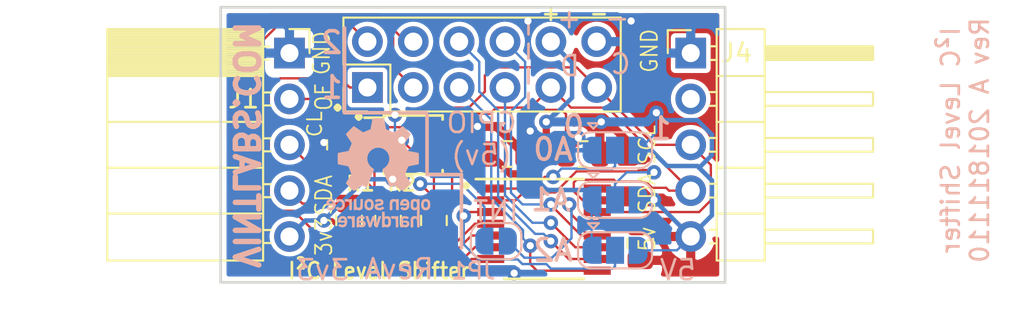
<source format=kicad_pcb>
(kicad_pcb (version 20171130) (host pcbnew 5.0.0)

  (general
    (thickness 1.6)
    (drawings 44)
    (tracks 303)
    (zones 0)
    (modules 18)
    (nets 22)
  )

  (page A4)
  (layers
    (0 F.Cu signal)
    (31 B.Cu signal)
    (32 B.Adhes user)
    (33 F.Adhes user)
    (34 B.Paste user)
    (35 F.Paste user)
    (36 B.SilkS user)
    (37 F.SilkS user)
    (38 B.Mask user)
    (39 F.Mask user)
    (40 Dwgs.User user)
    (41 Cmts.User user)
    (42 Eco1.User user)
    (43 Eco2.User user)
    (44 Edge.Cuts user)
    (45 Margin user)
    (46 B.CrtYd user)
    (47 F.CrtYd user)
    (48 B.Fab user)
    (49 F.Fab user)
  )

  (setup
    (last_trace_width 0.13)
    (user_trace_width 0.13)
    (user_trace_width 0.4)
    (user_trace_width 0.5)
    (trace_clearance 0.2)
    (zone_clearance 0.25)
    (zone_45_only no)
    (trace_min 0.127)
    (segment_width 0.2)
    (edge_width 0.15)
    (via_size 0.8)
    (via_drill 0.4)
    (via_min_size 0.4)
    (via_min_drill 0.3)
    (uvia_size 0.3)
    (uvia_drill 0.1)
    (uvias_allowed no)
    (uvia_min_size 0.2)
    (uvia_min_drill 0.1)
    (pcb_text_width 0.3)
    (pcb_text_size 1.5 1.5)
    (mod_edge_width 0.15)
    (mod_text_size 1 1)
    (mod_text_width 0.15)
    (pad_size 3.35 3.35)
    (pad_drill 0)
    (pad_to_mask_clearance 0.2)
    (aux_axis_origin 0 0)
    (visible_elements FFFFFF7F)
    (pcbplotparams
      (layerselection 0x010fc_ffffffff)
      (usegerberextensions false)
      (usegerberattributes false)
      (usegerberadvancedattributes false)
      (creategerberjobfile false)
      (excludeedgelayer true)
      (linewidth 0.100000)
      (plotframeref false)
      (viasonmask false)
      (mode 1)
      (useauxorigin false)
      (hpglpennumber 1)
      (hpglpenspeed 20)
      (hpglpendiameter 15.000000)
      (psnegative false)
      (psa4output false)
      (plotreference true)
      (plotvalue true)
      (plotinvisibletext false)
      (padsonsilk false)
      (subtractmaskfromsilk false)
      (outputformat 1)
      (mirror false)
      (drillshape 0)
      (scaleselection 1)
      (outputdirectory "gerber/"))
  )

  (net 0 "")
  (net 1 Earth)
  (net 2 Vcca)
  (net 3 SDAa)
  (net 4 SCLa)
  (net 5 OE)
  (net 6 SCLb)
  (net 7 Vccb)
  (net 8 SDAb)
  (net 9 "Net-(J4-Pad2)")
  (net 10 "Net-(JP1-Pad2)")
  (net 11 A0)
  (net 12 A1)
  (net 13 A2)
  (net 14 P0)
  (net 15 P1)
  (net 16 P2)
  (net 17 P3)
  (net 18 P4)
  (net 19 P5)
  (net 20 P6)
  (net 21 P7)

  (net_class Default "This is the default net class."
    (clearance 0.2)
    (trace_width 0.25)
    (via_dia 0.8)
    (via_drill 0.4)
    (uvia_dia 0.3)
    (uvia_drill 0.1)
    (add_net A0)
    (add_net A1)
    (add_net A2)
    (add_net Earth)
    (add_net "Net-(J4-Pad2)")
    (add_net "Net-(JP1-Pad2)")
    (add_net OE)
    (add_net P0)
    (add_net P1)
    (add_net P2)
    (add_net P3)
    (add_net P4)
    (add_net P5)
    (add_net P6)
    (add_net P7)
    (add_net SCLa)
    (add_net SCLb)
    (add_net SDAa)
    (add_net SDAb)
    (add_net Vcca)
    (add_net Vccb)
  )

  (module Jumper:SolderJumper-2_P1.3mm_Open_RoundedPad1.0x1.5mm (layer B.Cu) (tedit 5BE86539) (tstamp 5BFF4BDC)
    (at 194.325 91.694)
    (descr "SMD Solder Jumper, 1x1.5mm, rounded Pads, 0.3mm gap, open")
    (tags "solder jumper open")
    (path /5BECDE1B)
    (attr virtual)
    (fp_text reference JP1 (at -1.2596 1.651) (layer B.SilkS)
      (effects (font (size 0.9 0.9) (thickness 0.15)) (justify mirror))
    )
    (fp_text value SolderJumper_2_Open (at 0 -1.9) (layer B.Fab)
      (effects (font (size 1 1) (thickness 0.15)) (justify mirror))
    )
    (fp_line (start 1.65 -1.25) (end -1.65 -1.25) (layer B.CrtYd) (width 0.05))
    (fp_line (start 1.65 -1.25) (end 1.65 1.25) (layer B.CrtYd) (width 0.05))
    (fp_line (start -1.65 1.25) (end -1.65 -1.25) (layer B.CrtYd) (width 0.05))
    (fp_line (start -1.65 1.25) (end 1.65 1.25) (layer B.CrtYd) (width 0.05))
    (fp_line (start -0.7 1) (end 0.7 1) (layer B.SilkS) (width 0.12))
    (fp_line (start 1.4 0.3) (end 1.4 -0.3) (layer B.SilkS) (width 0.12))
    (fp_line (start 0.7 -1) (end -0.7 -1) (layer B.SilkS) (width 0.12))
    (fp_line (start -1.4 -0.3) (end -1.4 0.3) (layer B.SilkS) (width 0.12))
    (fp_arc (start -0.7 0.3) (end -0.7 1) (angle 90) (layer B.SilkS) (width 0.12))
    (fp_arc (start -0.7 -0.3) (end -1.4 -0.3) (angle 90) (layer B.SilkS) (width 0.12))
    (fp_arc (start 0.7 -0.3) (end 0.7 -1) (angle 90) (layer B.SilkS) (width 0.12))
    (fp_arc (start 0.7 0.3) (end 1.4 0.3) (angle 90) (layer B.SilkS) (width 0.12))
    (pad 2 smd custom (at 0.65 0) (size 1 0.5) (layers B.Cu B.Mask)
      (net 10 "Net-(JP1-Pad2)") (zone_connect 0)
      (options (clearance outline) (anchor rect))
      (primitives
        (gr_circle (center 0 -0.25) (end 0.5 -0.25) (width 0))
        (gr_circle (center 0 0.25) (end 0.5 0.25) (width 0))
        (gr_poly (pts
           (xy 0 0.75) (xy -0.5 0.75) (xy -0.5 -0.75) (xy 0 -0.75)) (width 0))
      ))
    (pad 1 smd custom (at -0.65 0) (size 1 0.5) (layers B.Cu B.Mask)
      (net 5 OE) (zone_connect 0)
      (options (clearance outline) (anchor rect))
      (primitives
        (gr_circle (center 0 -0.25) (end 0.5 -0.25) (width 0))
        (gr_circle (center 0 0.25) (end 0.5 0.25) (width 0))
        (gr_poly (pts
           (xy 0 0.75) (xy 0.5 0.75) (xy 0.5 -0.75) (xy 0 -0.75)) (width 0))
      ))
  )

  (module Jumper:SolderJumper-3_P1.3mm_Open_RoundedPad1.0x1.5mm (layer B.Cu) (tedit 5BE846EB) (tstamp 5BFFCB11)
    (at 200.914 86.661729)
    (descr "SMD Solder 3-pad Jumper, 1x1.5mm rounded Pads, 0.3mm gap, open")
    (tags "solder jumper open")
    (path /5BF13E34)
    (attr virtual)
    (fp_text reference JP4 (at 0 1.8) (layer B.SilkS) hide
      (effects (font (size 1 1) (thickness 0.15)) (justify mirror))
    )
    (fp_text value SolderJumper_3_Open (at 0 -1.9) (layer B.Fab)
      (effects (font (size 1 1) (thickness 0.15)) (justify mirror))
    )
    (fp_line (start -1.2 -1.2) (end -0.9 -1.5) (layer B.SilkS) (width 0.12))
    (fp_line (start -1.5 -1.5) (end -0.9 -1.5) (layer B.SilkS) (width 0.12))
    (fp_line (start -1.2 -1.2) (end -1.5 -1.5) (layer B.SilkS) (width 0.12))
    (fp_line (start -2.05 -0.3) (end -2.05 0.3) (layer B.SilkS) (width 0.12))
    (fp_line (start 1.4 -1) (end -1.4 -1) (layer B.SilkS) (width 0.12))
    (fp_line (start 2.05 0.3) (end 2.05 -0.3) (layer B.SilkS) (width 0.12))
    (fp_line (start -1.4 1) (end 1.4 1) (layer B.SilkS) (width 0.12))
    (fp_line (start -2.3 1.25) (end 2.3 1.25) (layer B.CrtYd) (width 0.05))
    (fp_line (start -2.3 1.25) (end -2.3 -1.25) (layer B.CrtYd) (width 0.05))
    (fp_line (start 2.3 -1.25) (end 2.3 1.25) (layer B.CrtYd) (width 0.05))
    (fp_line (start 2.3 -1.25) (end -2.3 -1.25) (layer B.CrtYd) (width 0.05))
    (fp_arc (start 1.35 0.3) (end 2.05 0.3) (angle 90) (layer B.SilkS) (width 0.12))
    (fp_arc (start 1.35 -0.3) (end 1.35 -1) (angle 90) (layer B.SilkS) (width 0.12))
    (fp_arc (start -1.35 -0.3) (end -2.05 -0.3) (angle 90) (layer B.SilkS) (width 0.12))
    (fp_arc (start -1.35 0.3) (end -1.35 1) (angle 90) (layer B.SilkS) (width 0.12))
    (pad 1 smd custom (at -1.3 0) (size 1 0.5) (layers B.Cu B.Mask)
      (net 1 Earth) (zone_connect 0)
      (options (clearance outline) (anchor rect))
      (primitives
        (gr_circle (center 0 -0.25) (end 0.5 -0.25) (width 0))
        (gr_circle (center 0 0.25) (end 0.5 0.25) (width 0))
        (gr_poly (pts
           (xy 0.55 0.75) (xy 0 0.75) (xy 0 -0.75) (xy 0.55 -0.75)) (width 0))
      ))
    (pad 3 smd custom (at 1.3 0) (size 1 0.5) (layers B.Cu B.Mask)
      (net 7 Vccb) (zone_connect 0)
      (options (clearance outline) (anchor rect))
      (primitives
        (gr_circle (center 0 -0.25) (end 0.5 -0.25) (width 0))
        (gr_circle (center 0 0.25) (end 0.5 0.25) (width 0))
        (gr_poly (pts
           (xy -0.55 0.75) (xy 0 0.75) (xy 0 -0.75) (xy -0.55 -0.75)) (width 0))
      ))
    (pad 2 smd rect (at 0 0) (size 1 1.5) (layers B.Cu B.Mask)
      (net 11 A0))
  )

  (module Jumper:SolderJumper-3_P1.3mm_Open_RoundedPad1.0x1.5mm (layer B.Cu) (tedit 5BE846E2) (tstamp 5BFFCAFC)
    (at 200.914 89.408)
    (descr "SMD Solder 3-pad Jumper, 1x1.5mm rounded Pads, 0.3mm gap, open")
    (tags "solder jumper open")
    (path /5BF12780)
    (attr virtual)
    (fp_text reference JP3 (at 0 1.8) (layer B.SilkS) hide
      (effects (font (size 1 1) (thickness 0.15)) (justify mirror))
    )
    (fp_text value SolderJumper_3_Open (at 0 -1.9) (layer B.Fab)
      (effects (font (size 1 1) (thickness 0.15)) (justify mirror))
    )
    (fp_arc (start -1.35 0.3) (end -1.35 1) (angle 90) (layer B.SilkS) (width 0.12))
    (fp_arc (start -1.35 -0.3) (end -2.05 -0.3) (angle 90) (layer B.SilkS) (width 0.12))
    (fp_arc (start 1.35 -0.3) (end 1.35 -1) (angle 90) (layer B.SilkS) (width 0.12))
    (fp_arc (start 1.35 0.3) (end 2.05 0.3) (angle 90) (layer B.SilkS) (width 0.12))
    (fp_line (start 2.3 -1.25) (end -2.3 -1.25) (layer B.CrtYd) (width 0.05))
    (fp_line (start 2.3 -1.25) (end 2.3 1.25) (layer B.CrtYd) (width 0.05))
    (fp_line (start -2.3 1.25) (end -2.3 -1.25) (layer B.CrtYd) (width 0.05))
    (fp_line (start -2.3 1.25) (end 2.3 1.25) (layer B.CrtYd) (width 0.05))
    (fp_line (start -1.4 1) (end 1.4 1) (layer B.SilkS) (width 0.12))
    (fp_line (start 2.05 0.3) (end 2.05 -0.3) (layer B.SilkS) (width 0.12))
    (fp_line (start 1.4 -1) (end -1.4 -1) (layer B.SilkS) (width 0.12))
    (fp_line (start -2.05 -0.3) (end -2.05 0.3) (layer B.SilkS) (width 0.12))
    (fp_line (start -1.2 -1.2) (end -1.5 -1.5) (layer B.SilkS) (width 0.12))
    (fp_line (start -1.5 -1.5) (end -0.9 -1.5) (layer B.SilkS) (width 0.12))
    (fp_line (start -1.2 -1.2) (end -0.9 -1.5) (layer B.SilkS) (width 0.12))
    (pad 2 smd rect (at 0 0) (size 1 1.5) (layers B.Cu B.Mask)
      (net 12 A1))
    (pad 3 smd custom (at 1.3 0) (size 1 0.5) (layers B.Cu B.Mask)
      (net 7 Vccb) (zone_connect 0)
      (options (clearance outline) (anchor rect))
      (primitives
        (gr_circle (center 0 -0.25) (end 0.5 -0.25) (width 0))
        (gr_circle (center 0 0.25) (end 0.5 0.25) (width 0))
        (gr_poly (pts
           (xy -0.55 0.75) (xy 0 0.75) (xy 0 -0.75) (xy -0.55 -0.75)) (width 0))
      ))
    (pad 1 smd custom (at -1.3 0) (size 1 0.5) (layers B.Cu B.Mask)
      (net 1 Earth) (zone_connect 0)
      (options (clearance outline) (anchor rect))
      (primitives
        (gr_circle (center 0 -0.25) (end 0.5 -0.25) (width 0))
        (gr_circle (center 0 0.25) (end 0.5 0.25) (width 0))
        (gr_poly (pts
           (xy 0.55 0.75) (xy 0 0.75) (xy 0 -0.75) (xy 0.55 -0.75)) (width 0))
      ))
  )

  (module Jumper:SolderJumper-3_P1.3mm_Open_RoundedPad1.0x1.5mm (layer B.Cu) (tedit 5BE846FF) (tstamp 5BFFCAE7)
    (at 200.914 92.202)
    (descr "SMD Solder 3-pad Jumper, 1x1.5mm rounded Pads, 0.3mm gap, open")
    (tags "solder jumper open")
    (path /5BF0E2A1)
    (attr virtual)
    (fp_text reference JP2 (at 0 1.8) (layer B.SilkS) hide
      (effects (font (size 1 1) (thickness 0.15)) (justify mirror))
    )
    (fp_text value SolderJumper_3_Open (at 0 -1.9) (layer B.Fab)
      (effects (font (size 1 1) (thickness 0.15)) (justify mirror))
    )
    (fp_line (start -1.2 -1.2) (end -0.9 -1.5) (layer B.SilkS) (width 0.12))
    (fp_line (start -1.5 -1.5) (end -0.9 -1.5) (layer B.SilkS) (width 0.12))
    (fp_line (start -1.2 -1.2) (end -1.5 -1.5) (layer B.SilkS) (width 0.12))
    (fp_line (start -2.05 -0.3) (end -2.05 0.3) (layer B.SilkS) (width 0.12))
    (fp_line (start 1.4 -1) (end -1.4 -1) (layer B.SilkS) (width 0.12))
    (fp_line (start 2.05 0.3) (end 2.05 -0.3) (layer B.SilkS) (width 0.12))
    (fp_line (start -1.4 1) (end 1.4 1) (layer B.SilkS) (width 0.12))
    (fp_line (start -2.3 1.25) (end 2.3 1.25) (layer B.CrtYd) (width 0.05))
    (fp_line (start -2.3 1.25) (end -2.3 -1.25) (layer B.CrtYd) (width 0.05))
    (fp_line (start 2.3 -1.25) (end 2.3 1.25) (layer B.CrtYd) (width 0.05))
    (fp_line (start 2.3 -1.25) (end -2.3 -1.25) (layer B.CrtYd) (width 0.05))
    (fp_arc (start 1.35 0.3) (end 2.05 0.3) (angle 90) (layer B.SilkS) (width 0.12))
    (fp_arc (start 1.35 -0.3) (end 1.35 -1) (angle 90) (layer B.SilkS) (width 0.12))
    (fp_arc (start -1.35 -0.3) (end -2.05 -0.3) (angle 90) (layer B.SilkS) (width 0.12))
    (fp_arc (start -1.35 0.3) (end -1.35 1) (angle 90) (layer B.SilkS) (width 0.12))
    (pad 1 smd custom (at -1.3 0) (size 1 0.5) (layers B.Cu B.Mask)
      (net 1 Earth) (zone_connect 0)
      (options (clearance outline) (anchor rect))
      (primitives
        (gr_circle (center 0 -0.25) (end 0.5 -0.25) (width 0))
        (gr_circle (center 0 0.25) (end 0.5 0.25) (width 0))
        (gr_poly (pts
           (xy 0.55 0.75) (xy 0 0.75) (xy 0 -0.75) (xy 0.55 -0.75)) (width 0))
      ))
    (pad 3 smd custom (at 1.3 0) (size 1 0.5) (layers B.Cu B.Mask)
      (net 7 Vccb) (zone_connect 0)
      (options (clearance outline) (anchor rect))
      (primitives
        (gr_circle (center 0 -0.25) (end 0.5 -0.25) (width 0))
        (gr_circle (center 0 0.25) (end 0.5 0.25) (width 0))
        (gr_poly (pts
           (xy -0.55 0.75) (xy 0 0.75) (xy 0 -0.75) (xy -0.55 -0.75)) (width 0))
      ))
    (pad 2 smd rect (at 0 0) (size 1 1.5) (layers B.Cu B.Mask)
      (net 13 A2))
  )

  (module Connector_PinHeader_2.54mm:PinHeader_2x06_P2.54mm_Vertical (layer F.Cu) (tedit 5BE87535) (tstamp 5BFF70E2)
    (at 187.198 83.185 90)
    (descr "Through hole straight pin header, 2x06, 2.54mm pitch, double rows")
    (tags "Through hole pin header THT 2x06 2.54mm double row")
    (path /5BF040E7)
    (fp_text reference J2 (at 3.683 -2.159 180) (layer F.SilkS) hide
      (effects (font (size 1 1) (thickness 0.15)))
    )
    (fp_text value Conn_02x06_Odd_Even (at 1.27 15.03 90) (layer F.Fab) hide
      (effects (font (size 1 1) (thickness 0.15)))
    )
    (fp_line (start 0 -1.27) (end 3.81 -1.27) (layer F.Fab) (width 0.1))
    (fp_line (start 3.81 -1.27) (end 3.81 13.97) (layer F.Fab) (width 0.1))
    (fp_line (start 3.81 13.97) (end -1.27 13.97) (layer F.Fab) (width 0.1))
    (fp_line (start -1.27 13.97) (end -1.27 0) (layer F.Fab) (width 0.1))
    (fp_line (start -1.27 0) (end 0 -1.27) (layer F.Fab) (width 0.1))
    (fp_line (start -1.33 14.03) (end 3.87 14.03) (layer F.SilkS) (width 0.12))
    (fp_line (start -1.33 1.27) (end -1.33 14.03) (layer F.SilkS) (width 0.12))
    (fp_line (start 3.87 -1.33) (end 3.87 14.03) (layer F.SilkS) (width 0.12))
    (fp_line (start -1.33 1.27) (end 1.27 1.27) (layer F.SilkS) (width 0.12))
    (fp_line (start 1.27 1.27) (end 1.27 -1.33) (layer F.SilkS) (width 0.12))
    (fp_line (start 1.27 -1.33) (end 3.87 -1.33) (layer F.SilkS) (width 0.12))
    (fp_line (start -1.33 0) (end -1.33 -1.33) (layer F.SilkS) (width 0.12))
    (fp_line (start -1.33 -1.33) (end 0 -1.33) (layer F.SilkS) (width 0.12))
    (fp_line (start -1.8 -1.8) (end -1.8 14.5) (layer F.CrtYd) (width 0.05))
    (fp_line (start -1.8 14.5) (end 4.35 14.5) (layer F.CrtYd) (width 0.05))
    (fp_line (start 4.35 14.5) (end 4.35 -1.8) (layer F.CrtYd) (width 0.05))
    (fp_line (start 4.35 -1.8) (end -1.8 -1.8) (layer F.CrtYd) (width 0.05))
    (fp_text user %R (at 1.27 6.35 180) (layer F.Fab)
      (effects (font (size 1 1) (thickness 0.15)))
    )
    (pad 1 thru_hole rect (at 0 0 90) (size 1.7 1.7) (drill 1) (layers *.Cu *.Mask)
      (net 14 P0))
    (pad 2 thru_hole oval (at 2.54 0 90) (size 1.7 1.7) (drill 1) (layers *.Cu *.Mask)
      (net 15 P1))
    (pad 3 thru_hole oval (at 0 2.54 90) (size 1.7 1.7) (drill 1) (layers *.Cu *.Mask)
      (net 16 P2))
    (pad 4 thru_hole oval (at 2.54 2.54 90) (size 1.7 1.7) (drill 1) (layers *.Cu *.Mask)
      (net 17 P3))
    (pad 5 thru_hole oval (at 0 5.08 90) (size 1.7 1.7) (drill 1) (layers *.Cu *.Mask)
      (net 18 P4))
    (pad 6 thru_hole oval (at 2.54 5.08 90) (size 1.7 1.7) (drill 1) (layers *.Cu *.Mask)
      (net 19 P5))
    (pad 7 thru_hole oval (at 0 7.62 90) (size 1.7 1.7) (drill 1) (layers *.Cu *.Mask)
      (net 20 P6))
    (pad 8 thru_hole oval (at 2.54 7.62 90) (size 1.7 1.7) (drill 1) (layers *.Cu *.Mask)
      (net 21 P7))
    (pad 9 thru_hole oval (at 0 10.16 90) (size 1.7 1.7) (drill 1) (layers *.Cu *.Mask)
      (net 8 SDAb))
    (pad 10 thru_hole oval (at 2.54 10.16 90) (size 1.7 1.7) (drill 1) (layers *.Cu *.Mask)
      (net 7 Vccb))
    (pad 11 thru_hole oval (at 0 12.7 90) (size 1.7 1.7) (drill 1) (layers *.Cu *.Mask)
      (net 6 SCLb))
    (pad 12 thru_hole oval (at 2.54 12.7 90) (size 1.7 1.7) (drill 1) (layers *.Cu *.Mask)
      (net 1 Earth))
    (model ${KISYS3DMOD}/Connector_PinHeader_2.54mm.3dshapes/PinHeader_2x06_P2.54mm_Vertical.wrl
      (at (xyz 0 0 0))
      (scale (xyz 1 1 1))
      (rotate (xyz 0 0 0))
    )
  )

  (module Package_SO:TSSOP-16_4.4x5mm_P0.65mm (layer F.Cu) (tedit 5BE840F6) (tstamp 5BFF5A82)
    (at 196.977 91.059)
    (descr "16-Lead Plastic Thin Shrink Small Outline (ST)-4.4 mm Body [TSSOP] (see Microchip Packaging Specification 00000049BS.pdf)")
    (tags "SSOP 0.65")
    (path /5BEC7A76)
    (attr smd)
    (fp_text reference U2 (at 0 -3.55) (layer F.SilkS) hide
      (effects (font (size 1 1) (thickness 0.15)))
    )
    (fp_text value TCA9534 (at 0 3.55) (layer F.Fab)
      (effects (font (size 1 1) (thickness 0.15)))
    )
    (fp_line (start -1.2 -2.5) (end 2.2 -2.5) (layer F.Fab) (width 0.15))
    (fp_line (start 2.2 -2.5) (end 2.2 2.5) (layer F.Fab) (width 0.15))
    (fp_line (start 2.2 2.5) (end -2.2 2.5) (layer F.Fab) (width 0.15))
    (fp_line (start -2.2 2.5) (end -2.2 -1.5) (layer F.Fab) (width 0.15))
    (fp_line (start -2.2 -1.5) (end -1.2 -2.5) (layer F.Fab) (width 0.15))
    (fp_line (start -3.95 -2.9) (end -3.95 2.8) (layer F.CrtYd) (width 0.05))
    (fp_line (start 3.95 -2.9) (end 3.95 2.8) (layer F.CrtYd) (width 0.05))
    (fp_line (start -3.95 -2.9) (end 3.95 -2.9) (layer F.CrtYd) (width 0.05))
    (fp_line (start -3.95 2.8) (end 3.95 2.8) (layer F.CrtYd) (width 0.05))
    (fp_line (start -2.2 2.725) (end 2.2 2.725) (layer F.SilkS) (width 0.15))
    (fp_line (start -3.775 -2.8) (end 2.2 -2.8) (layer F.SilkS) (width 0.15))
    (fp_text user %R (at 0 0) (layer F.Fab)
      (effects (font (size 0.8 0.8) (thickness 0.15)))
    )
    (pad 1 smd rect (at -2.95 -2.275) (size 1.5 0.45) (layers F.Cu F.Paste F.Mask)
      (net 11 A0))
    (pad 2 smd rect (at -2.95 -1.625) (size 1.5 0.45) (layers F.Cu F.Paste F.Mask)
      (net 12 A1))
    (pad 3 smd rect (at -2.95 -0.975) (size 1.5 0.45) (layers F.Cu F.Paste F.Mask)
      (net 13 A2))
    (pad 4 smd rect (at -2.95 -0.325) (size 1.5 0.45) (layers F.Cu F.Paste F.Mask)
      (net 14 P0))
    (pad 5 smd rect (at -2.95 0.325) (size 1.5 0.45) (layers F.Cu F.Paste F.Mask)
      (net 15 P1))
    (pad 6 smd rect (at -2.95 0.975) (size 1.5 0.45) (layers F.Cu F.Paste F.Mask)
      (net 16 P2))
    (pad 7 smd rect (at -2.95 1.625) (size 1.5 0.45) (layers F.Cu F.Paste F.Mask)
      (net 17 P3))
    (pad 8 smd rect (at -2.95 2.275) (size 1.5 0.45) (layers F.Cu F.Paste F.Mask)
      (net 1 Earth))
    (pad 9 smd rect (at 2.95 2.275) (size 1.5 0.45) (layers F.Cu F.Paste F.Mask)
      (net 18 P4))
    (pad 10 smd rect (at 2.95 1.625) (size 1.5 0.45) (layers F.Cu F.Paste F.Mask)
      (net 19 P5))
    (pad 11 smd rect (at 2.95 0.975) (size 1.5 0.45) (layers F.Cu F.Paste F.Mask)
      (net 20 P6))
    (pad 12 smd rect (at 2.95 0.325) (size 1.5 0.45) (layers F.Cu F.Paste F.Mask)
      (net 21 P7))
    (pad 13 smd rect (at 2.95 -0.325) (size 1.5 0.45) (layers F.Cu F.Paste F.Mask)
      (net 10 "Net-(JP1-Pad2)"))
    (pad 14 smd rect (at 2.95 -0.975) (size 1.5 0.45) (layers F.Cu F.Paste F.Mask)
      (net 6 SCLb))
    (pad 15 smd rect (at 2.95 -1.625) (size 1.5 0.45) (layers F.Cu F.Paste F.Mask)
      (net 8 SDAb))
    (pad 16 smd rect (at 2.95 -2.275) (size 1.5 0.45) (layers F.Cu F.Paste F.Mask)
      (net 7 Vccb))
    (model ${KISYS3DMOD}/Package_SO.3dshapes/TSSOP-16_4.4x5mm_P0.65mm.wrl
      (at (xyz 0 0 0))
      (scale (xyz 1 1 1))
      (rotate (xyz 0 0 0))
    )
  )

  (module Capacitor_SMD:C_0805_2012Metric (layer F.Cu) (tedit 5BE84105) (tstamp 5BFF4DD1)
    (at 199.136 86.868 180)
    (descr "Capacitor SMD 0805 (2012 Metric), square (rectangular) end terminal, IPC_7351 nominal, (Body size source: https://docs.google.com/spreadsheets/d/1BsfQQcO9C6DZCsRaXUlFlo91Tg2WpOkGARC1WS5S8t0/edit?usp=sharing), generated with kicad-footprint-generator")
    (tags capacitor)
    (path /5BECA389)
    (attr smd)
    (fp_text reference C3 (at 0 -1.65 180) (layer F.SilkS) hide
      (effects (font (size 1 1) (thickness 0.15)))
    )
    (fp_text value 0.1uF (at 0 1.65 180) (layer F.Fab)
      (effects (font (size 1 1) (thickness 0.15)))
    )
    (fp_line (start -1 0.6) (end -1 -0.6) (layer F.Fab) (width 0.1))
    (fp_line (start -1 -0.6) (end 1 -0.6) (layer F.Fab) (width 0.1))
    (fp_line (start 1 -0.6) (end 1 0.6) (layer F.Fab) (width 0.1))
    (fp_line (start 1 0.6) (end -1 0.6) (layer F.Fab) (width 0.1))
    (fp_line (start -0.258578 -0.71) (end 0.258578 -0.71) (layer F.SilkS) (width 0.12))
    (fp_line (start -0.258578 0.71) (end 0.258578 0.71) (layer F.SilkS) (width 0.12))
    (fp_line (start -1.68 0.95) (end -1.68 -0.95) (layer F.CrtYd) (width 0.05))
    (fp_line (start -1.68 -0.95) (end 1.68 -0.95) (layer F.CrtYd) (width 0.05))
    (fp_line (start 1.68 -0.95) (end 1.68 0.95) (layer F.CrtYd) (width 0.05))
    (fp_line (start 1.68 0.95) (end -1.68 0.95) (layer F.CrtYd) (width 0.05))
    (fp_text user %R (at 0 0 180) (layer F.Fab)
      (effects (font (size 0.5 0.5) (thickness 0.08)))
    )
    (pad 1 smd roundrect (at -0.9375 0 180) (size 0.975 1.4) (layers F.Cu F.Paste F.Mask) (roundrect_rratio 0.25)
      (net 7 Vccb))
    (pad 2 smd roundrect (at 0.9375 0 180) (size 0.975 1.4) (layers F.Cu F.Paste F.Mask) (roundrect_rratio 0.25)
      (net 1 Earth))
    (model ${KISYS3DMOD}/Capacitor_SMD.3dshapes/C_0805_2012Metric.wrl
      (at (xyz 0 0 0))
      (scale (xyz 1 1 1))
      (rotate (xyz 0 0 0))
    )
  )

  (module Resistor_SMD:R_0805_2012Metric (layer F.Cu) (tedit 5BE8658D) (tstamp 5BFF4B60)
    (at 202.311 91.821 90)
    (descr "Resistor SMD 0805 (2012 Metric), square (rectangular) end terminal, IPC_7351 nominal, (Body size source: https://docs.google.com/spreadsheets/d/1BsfQQcO9C6DZCsRaXUlFlo91Tg2WpOkGARC1WS5S8t0/edit?usp=sharing), generated with kicad-footprint-generator")
    (tags resistor)
    (path /5BECC1F4)
    (attr smd)
    (fp_text reference R4 (at 0 -1.65 90) (layer F.SilkS) hide
      (effects (font (size 1 1) (thickness 0.15)))
    )
    (fp_text value 10k (at 0 1.65 90) (layer F.Fab)
      (effects (font (size 1 1) (thickness 0.15)))
    )
    (fp_line (start -1 0.6) (end -1 -0.6) (layer F.Fab) (width 0.1))
    (fp_line (start -1 -0.6) (end 1 -0.6) (layer F.Fab) (width 0.1))
    (fp_line (start 1 -0.6) (end 1 0.6) (layer F.Fab) (width 0.1))
    (fp_line (start 1 0.6) (end -1 0.6) (layer F.Fab) (width 0.1))
    (fp_line (start -0.258578 -0.71) (end 0.258578 -0.71) (layer F.SilkS) (width 0.12))
    (fp_line (start -0.258578 0.71) (end 0.258578 0.71) (layer F.SilkS) (width 0.12))
    (fp_line (start -1.68 0.95) (end -1.68 -0.95) (layer F.CrtYd) (width 0.05))
    (fp_line (start -1.68 -0.95) (end 1.68 -0.95) (layer F.CrtYd) (width 0.05))
    (fp_line (start 1.68 -0.95) (end 1.68 0.95) (layer F.CrtYd) (width 0.05))
    (fp_line (start 1.68 0.95) (end -1.68 0.95) (layer F.CrtYd) (width 0.05))
    (fp_text user %R (at 0 0 90) (layer F.Fab)
      (effects (font (size 0.5 0.5) (thickness 0.08)))
    )
    (pad 1 smd roundrect (at -0.9375 0 90) (size 0.975 1.4) (layers F.Cu F.Paste F.Mask) (roundrect_rratio 0.25)
      (net 7 Vccb))
    (pad 2 smd roundrect (at 0.9375 0 90) (size 0.975 1.4) (layers F.Cu F.Paste F.Mask) (roundrect_rratio 0.25)
      (net 10 "Net-(JP1-Pad2)"))
    (model ${KISYS3DMOD}/Resistor_SMD.3dshapes/R_0805_2012Metric.wrl
      (at (xyz 0 0 0))
      (scale (xyz 1 1 1))
      (rotate (xyz 0 0 0))
    )
  )

  (module Capacitor_SMD:C_0805_2012Metric (layer F.Cu) (tedit 5BE840FD) (tstamp 5BF483CC)
    (at 194.945 86.868)
    (descr "Capacitor SMD 0805 (2012 Metric), square (rectangular) end terminal, IPC_7351 nominal, (Body size source: https://docs.google.com/spreadsheets/d/1BsfQQcO9C6DZCsRaXUlFlo91Tg2WpOkGARC1WS5S8t0/edit?usp=sharing), generated with kicad-footprint-generator")
    (tags capacitor)
    (path /5BEAB1E1)
    (attr smd)
    (fp_text reference C2 (at 0 1.778 90) (layer F.SilkS) hide
      (effects (font (size 1 1) (thickness 0.15)))
    )
    (fp_text value 0.1uF (at 0 1.65) (layer F.Fab)
      (effects (font (size 1 1) (thickness 0.15)))
    )
    (fp_line (start -1 0.6) (end -1 -0.6) (layer F.Fab) (width 0.1))
    (fp_line (start -1 -0.6) (end 1 -0.6) (layer F.Fab) (width 0.1))
    (fp_line (start 1 -0.6) (end 1 0.6) (layer F.Fab) (width 0.1))
    (fp_line (start 1 0.6) (end -1 0.6) (layer F.Fab) (width 0.1))
    (fp_line (start -0.258578 -0.71) (end 0.258578 -0.71) (layer F.SilkS) (width 0.12))
    (fp_line (start -0.258578 0.71) (end 0.258578 0.71) (layer F.SilkS) (width 0.12))
    (fp_line (start -1.68 0.95) (end -1.68 -0.95) (layer F.CrtYd) (width 0.05))
    (fp_line (start -1.68 -0.95) (end 1.68 -0.95) (layer F.CrtYd) (width 0.05))
    (fp_line (start 1.68 -0.95) (end 1.68 0.95) (layer F.CrtYd) (width 0.05))
    (fp_line (start 1.68 0.95) (end -1.68 0.95) (layer F.CrtYd) (width 0.05))
    (fp_text user %R (at 0 0) (layer F.Fab)
      (effects (font (size 0.5 0.5) (thickness 0.08)))
    )
    (pad 1 smd roundrect (at -0.9375 0) (size 0.975 1.4) (layers F.Cu F.Paste F.Mask) (roundrect_rratio 0.25)
      (net 7 Vccb))
    (pad 2 smd roundrect (at 0.9375 0) (size 0.975 1.4) (layers F.Cu F.Paste F.Mask) (roundrect_rratio 0.25)
      (net 1 Earth))
    (model ${KISYS3DMOD}/Capacitor_SMD.3dshapes/C_0805_2012Metric.wrl
      (at (xyz 0 0 0))
      (scale (xyz 1 1 1))
      (rotate (xyz 0 0 0))
    )
  )

  (module Package_SO:TSSOP-8_3x3mm_P0.65mm (layer F.Cu) (tedit 5BE8412D) (tstamp 5BF4824A)
    (at 189.738 86.36)
    (descr "TSSOP8: plastic thin shrink small outline package; 8 leads; body width 3 mm; (see NXP SSOP-TSSOP-VSO-REFLOW.pdf and sot505-1_po.pdf)")
    (tags "SSOP 0.65")
    (path /5BE9042E)
    (attr smd)
    (fp_text reference U1 (at 0 0) (layer F.SilkS) hide
      (effects (font (size 1 1) (thickness 0.15)))
    )
    (fp_text value TXB0102DCT (at 0 2.55) (layer F.Fab)
      (effects (font (size 1 1) (thickness 0.15)))
    )
    (fp_line (start -0.5 -1.5) (end 1.5 -1.5) (layer F.Fab) (width 0.15))
    (fp_line (start 1.5 -1.5) (end 1.5 1.5) (layer F.Fab) (width 0.15))
    (fp_line (start 1.5 1.5) (end -1.5 1.5) (layer F.Fab) (width 0.15))
    (fp_line (start -1.5 1.5) (end -1.5 -0.5) (layer F.Fab) (width 0.15))
    (fp_line (start -1.5 -0.5) (end -0.5 -1.5) (layer F.Fab) (width 0.15))
    (fp_line (start -2.95 -1.8) (end -2.95 1.8) (layer F.CrtYd) (width 0.05))
    (fp_line (start 2.95 -1.8) (end 2.95 1.8) (layer F.CrtYd) (width 0.05))
    (fp_line (start -2.95 -1.8) (end 2.95 -1.8) (layer F.CrtYd) (width 0.05))
    (fp_line (start -2.95 1.8) (end 2.95 1.8) (layer F.CrtYd) (width 0.05))
    (fp_line (start -1.625 -1.625) (end -1.625 -1.5) (layer F.SilkS) (width 0.15))
    (fp_line (start 1.625 -1.625) (end 1.625 -1.4) (layer F.SilkS) (width 0.15))
    (fp_line (start 1.625 1.625) (end 1.625 1.4) (layer F.SilkS) (width 0.15))
    (fp_line (start -1.625 1.625) (end -1.625 1.4) (layer F.SilkS) (width 0.15))
    (fp_line (start -1.625 -1.625) (end 1.625 -1.625) (layer F.SilkS) (width 0.15))
    (fp_line (start -1.625 1.625) (end 1.625 1.625) (layer F.SilkS) (width 0.15))
    (fp_line (start -1.625 -1.5) (end -2.7 -1.5) (layer F.SilkS) (width 0.15))
    (fp_text user %R (at 0 0) (layer F.Fab)
      (effects (font (size 0.6 0.6) (thickness 0.15)))
    )
    (pad 1 smd rect (at -2.15 -0.975) (size 1.1 0.4) (layers F.Cu F.Paste F.Mask)
      (net 6 SCLb))
    (pad 2 smd rect (at -2.15 -0.325) (size 1.1 0.4) (layers F.Cu F.Paste F.Mask)
      (net 1 Earth))
    (pad 3 smd rect (at -2.15 0.325) (size 1.1 0.4) (layers F.Cu F.Paste F.Mask)
      (net 2 Vcca))
    (pad 4 smd rect (at -2.15 0.975) (size 1.1 0.4) (layers F.Cu F.Paste F.Mask)
      (net 4 SCLa))
    (pad 5 smd rect (at 2.15 0.975) (size 1.1 0.4) (layers F.Cu F.Paste F.Mask)
      (net 3 SDAa))
    (pad 6 smd rect (at 2.15 0.325) (size 1.1 0.4) (layers F.Cu F.Paste F.Mask)
      (net 5 OE))
    (pad 7 smd rect (at 2.15 -0.325) (size 1.1 0.4) (layers F.Cu F.Paste F.Mask)
      (net 7 Vccb))
    (pad 8 smd rect (at 2.15 -0.975) (size 1.1 0.4) (layers F.Cu F.Paste F.Mask)
      (net 8 SDAb))
    (model ${KISYS3DMOD}/Package_SO.3dshapes/TSSOP-8_3x3mm_P0.65mm.wrl
      (at (xyz 0 0 0))
      (scale (xyz 1 1 1))
      (rotate (xyz 0 0 0))
    )
  )

  (module Resistor_SMD:R_0805_2012Metric (layer F.Cu) (tedit 5BE84136) (tstamp 5BF48249)
    (at 190.881 90.551 90)
    (descr "Resistor SMD 0805 (2012 Metric), square (rectangular) end terminal, IPC_7351 nominal, (Body size source: https://docs.google.com/spreadsheets/d/1BsfQQcO9C6DZCsRaXUlFlo91Tg2WpOkGARC1WS5S8t0/edit?usp=sharing), generated with kicad-footprint-generator")
    (tags resistor)
    (path /5BEA240B)
    (attr smd)
    (fp_text reference R3 (at 0 -1.65 90) (layer F.SilkS) hide
      (effects (font (size 1 1) (thickness 0.15)))
    )
    (fp_text value 10k (at 0 1.65 90) (layer F.Fab)
      (effects (font (size 1 1) (thickness 0.15)))
    )
    (fp_line (start -1 0.6) (end -1 -0.6) (layer F.Fab) (width 0.1))
    (fp_line (start -1 -0.6) (end 1 -0.6) (layer F.Fab) (width 0.1))
    (fp_line (start 1 -0.6) (end 1 0.6) (layer F.Fab) (width 0.1))
    (fp_line (start 1 0.6) (end -1 0.6) (layer F.Fab) (width 0.1))
    (fp_line (start -0.258578 -0.71) (end 0.258578 -0.71) (layer F.SilkS) (width 0.12))
    (fp_line (start -0.258578 0.71) (end 0.258578 0.71) (layer F.SilkS) (width 0.12))
    (fp_line (start -1.68 0.95) (end -1.68 -0.95) (layer F.CrtYd) (width 0.05))
    (fp_line (start -1.68 -0.95) (end 1.68 -0.95) (layer F.CrtYd) (width 0.05))
    (fp_line (start 1.68 -0.95) (end 1.68 0.95) (layer F.CrtYd) (width 0.05))
    (fp_line (start 1.68 0.95) (end -1.68 0.95) (layer F.CrtYd) (width 0.05))
    (fp_text user %R (at 0 0 90) (layer F.Fab)
      (effects (font (size 0.5 0.5) (thickness 0.08)))
    )
    (pad 1 smd roundrect (at -0.9375 0 90) (size 0.975 1.4) (layers F.Cu F.Paste F.Mask) (roundrect_rratio 0.25)
      (net 2 Vcca))
    (pad 2 smd roundrect (at 0.9375 0 90) (size 0.975 1.4) (layers F.Cu F.Paste F.Mask) (roundrect_rratio 0.25)
      (net 5 OE))
    (model ${KISYS3DMOD}/Resistor_SMD.3dshapes/R_0805_2012Metric.wrl
      (at (xyz 0 0 0))
      (scale (xyz 1 1 1))
      (rotate (xyz 0 0 0))
    )
  )

  (module Connector_PinHeader_2.54mm:PinHeader_1x05_P2.54mm_Horizontal (layer F.Cu) (tedit 59FED5CB) (tstamp 5BC93276)
    (at 205.105 81.28)
    (descr "Through hole angled pin header, 1x05, 2.54mm pitch, 6mm pin length, single row")
    (tags "Through hole angled pin header THT 1x05 2.54mm single row")
    (path /5BC4960F)
    (fp_text reference J4 (at 2.54 0) (layer F.SilkS)
      (effects (font (size 1 1) (thickness 0.15)))
    )
    (fp_text value Conn_01x05 (at 4.385 12.43) (layer F.Fab)
      (effects (font (size 1 1) (thickness 0.15)))
    )
    (fp_line (start 2.135 -1.27) (end 4.04 -1.27) (layer F.Fab) (width 0.1))
    (fp_line (start 4.04 -1.27) (end 4.04 11.43) (layer F.Fab) (width 0.1))
    (fp_line (start 4.04 11.43) (end 1.5 11.43) (layer F.Fab) (width 0.1))
    (fp_line (start 1.5 11.43) (end 1.5 -0.635) (layer F.Fab) (width 0.1))
    (fp_line (start 1.5 -0.635) (end 2.135 -1.27) (layer F.Fab) (width 0.1))
    (fp_line (start -0.32 -0.32) (end 1.5 -0.32) (layer F.Fab) (width 0.1))
    (fp_line (start -0.32 -0.32) (end -0.32 0.32) (layer F.Fab) (width 0.1))
    (fp_line (start -0.32 0.32) (end 1.5 0.32) (layer F.Fab) (width 0.1))
    (fp_line (start 4.04 -0.32) (end 10.04 -0.32) (layer F.Fab) (width 0.1))
    (fp_line (start 10.04 -0.32) (end 10.04 0.32) (layer F.Fab) (width 0.1))
    (fp_line (start 4.04 0.32) (end 10.04 0.32) (layer F.Fab) (width 0.1))
    (fp_line (start -0.32 2.22) (end 1.5 2.22) (layer F.Fab) (width 0.1))
    (fp_line (start -0.32 2.22) (end -0.32 2.86) (layer F.Fab) (width 0.1))
    (fp_line (start -0.32 2.86) (end 1.5 2.86) (layer F.Fab) (width 0.1))
    (fp_line (start 4.04 2.22) (end 10.04 2.22) (layer F.Fab) (width 0.1))
    (fp_line (start 10.04 2.22) (end 10.04 2.86) (layer F.Fab) (width 0.1))
    (fp_line (start 4.04 2.86) (end 10.04 2.86) (layer F.Fab) (width 0.1))
    (fp_line (start -0.32 4.76) (end 1.5 4.76) (layer F.Fab) (width 0.1))
    (fp_line (start -0.32 4.76) (end -0.32 5.4) (layer F.Fab) (width 0.1))
    (fp_line (start -0.32 5.4) (end 1.5 5.4) (layer F.Fab) (width 0.1))
    (fp_line (start 4.04 4.76) (end 10.04 4.76) (layer F.Fab) (width 0.1))
    (fp_line (start 10.04 4.76) (end 10.04 5.4) (layer F.Fab) (width 0.1))
    (fp_line (start 4.04 5.4) (end 10.04 5.4) (layer F.Fab) (width 0.1))
    (fp_line (start -0.32 7.3) (end 1.5 7.3) (layer F.Fab) (width 0.1))
    (fp_line (start -0.32 7.3) (end -0.32 7.94) (layer F.Fab) (width 0.1))
    (fp_line (start -0.32 7.94) (end 1.5 7.94) (layer F.Fab) (width 0.1))
    (fp_line (start 4.04 7.3) (end 10.04 7.3) (layer F.Fab) (width 0.1))
    (fp_line (start 10.04 7.3) (end 10.04 7.94) (layer F.Fab) (width 0.1))
    (fp_line (start 4.04 7.94) (end 10.04 7.94) (layer F.Fab) (width 0.1))
    (fp_line (start -0.32 9.84) (end 1.5 9.84) (layer F.Fab) (width 0.1))
    (fp_line (start -0.32 9.84) (end -0.32 10.48) (layer F.Fab) (width 0.1))
    (fp_line (start -0.32 10.48) (end 1.5 10.48) (layer F.Fab) (width 0.1))
    (fp_line (start 4.04 9.84) (end 10.04 9.84) (layer F.Fab) (width 0.1))
    (fp_line (start 10.04 9.84) (end 10.04 10.48) (layer F.Fab) (width 0.1))
    (fp_line (start 4.04 10.48) (end 10.04 10.48) (layer F.Fab) (width 0.1))
    (fp_line (start 1.44 -1.33) (end 1.44 11.49) (layer F.SilkS) (width 0.12))
    (fp_line (start 1.44 11.49) (end 4.1 11.49) (layer F.SilkS) (width 0.12))
    (fp_line (start 4.1 11.49) (end 4.1 -1.33) (layer F.SilkS) (width 0.12))
    (fp_line (start 4.1 -1.33) (end 1.44 -1.33) (layer F.SilkS) (width 0.12))
    (fp_line (start 4.1 -0.38) (end 10.1 -0.38) (layer F.SilkS) (width 0.12))
    (fp_line (start 10.1 -0.38) (end 10.1 0.38) (layer F.SilkS) (width 0.12))
    (fp_line (start 10.1 0.38) (end 4.1 0.38) (layer F.SilkS) (width 0.12))
    (fp_line (start 4.1 -0.32) (end 10.1 -0.32) (layer F.SilkS) (width 0.12))
    (fp_line (start 4.1 -0.2) (end 10.1 -0.2) (layer F.SilkS) (width 0.12))
    (fp_line (start 4.1 -0.08) (end 10.1 -0.08) (layer F.SilkS) (width 0.12))
    (fp_line (start 4.1 0.04) (end 10.1 0.04) (layer F.SilkS) (width 0.12))
    (fp_line (start 4.1 0.16) (end 10.1 0.16) (layer F.SilkS) (width 0.12))
    (fp_line (start 4.1 0.28) (end 10.1 0.28) (layer F.SilkS) (width 0.12))
    (fp_line (start 1.11 -0.38) (end 1.44 -0.38) (layer F.SilkS) (width 0.12))
    (fp_line (start 1.11 0.38) (end 1.44 0.38) (layer F.SilkS) (width 0.12))
    (fp_line (start 1.44 1.27) (end 4.1 1.27) (layer F.SilkS) (width 0.12))
    (fp_line (start 4.1 2.16) (end 10.1 2.16) (layer F.SilkS) (width 0.12))
    (fp_line (start 10.1 2.16) (end 10.1 2.92) (layer F.SilkS) (width 0.12))
    (fp_line (start 10.1 2.92) (end 4.1 2.92) (layer F.SilkS) (width 0.12))
    (fp_line (start 1.042929 2.16) (end 1.44 2.16) (layer F.SilkS) (width 0.12))
    (fp_line (start 1.042929 2.92) (end 1.44 2.92) (layer F.SilkS) (width 0.12))
    (fp_line (start 1.44 3.81) (end 4.1 3.81) (layer F.SilkS) (width 0.12))
    (fp_line (start 4.1 4.7) (end 10.1 4.7) (layer F.SilkS) (width 0.12))
    (fp_line (start 10.1 4.7) (end 10.1 5.46) (layer F.SilkS) (width 0.12))
    (fp_line (start 10.1 5.46) (end 4.1 5.46) (layer F.SilkS) (width 0.12))
    (fp_line (start 1.042929 4.7) (end 1.44 4.7) (layer F.SilkS) (width 0.12))
    (fp_line (start 1.042929 5.46) (end 1.44 5.46) (layer F.SilkS) (width 0.12))
    (fp_line (start 1.44 6.35) (end 4.1 6.35) (layer F.SilkS) (width 0.12))
    (fp_line (start 4.1 7.24) (end 10.1 7.24) (layer F.SilkS) (width 0.12))
    (fp_line (start 10.1 7.24) (end 10.1 8) (layer F.SilkS) (width 0.12))
    (fp_line (start 10.1 8) (end 4.1 8) (layer F.SilkS) (width 0.12))
    (fp_line (start 1.042929 7.24) (end 1.44 7.24) (layer F.SilkS) (width 0.12))
    (fp_line (start 1.042929 8) (end 1.44 8) (layer F.SilkS) (width 0.12))
    (fp_line (start 1.44 8.89) (end 4.1 8.89) (layer F.SilkS) (width 0.12))
    (fp_line (start 4.1 9.78) (end 10.1 9.78) (layer F.SilkS) (width 0.12))
    (fp_line (start 10.1 9.78) (end 10.1 10.54) (layer F.SilkS) (width 0.12))
    (fp_line (start 10.1 10.54) (end 4.1 10.54) (layer F.SilkS) (width 0.12))
    (fp_line (start 1.042929 9.78) (end 1.44 9.78) (layer F.SilkS) (width 0.12))
    (fp_line (start 1.042929 10.54) (end 1.44 10.54) (layer F.SilkS) (width 0.12))
    (fp_line (start -1.27 0) (end -1.27 -1.27) (layer F.SilkS) (width 0.12))
    (fp_line (start -1.27 -1.27) (end 0 -1.27) (layer F.SilkS) (width 0.12))
    (fp_line (start -1.8 -1.8) (end -1.8 11.95) (layer F.CrtYd) (width 0.05))
    (fp_line (start -1.8 11.95) (end 10.55 11.95) (layer F.CrtYd) (width 0.05))
    (fp_line (start 10.55 11.95) (end 10.55 -1.8) (layer F.CrtYd) (width 0.05))
    (fp_line (start 10.55 -1.8) (end -1.8 -1.8) (layer F.CrtYd) (width 0.05))
    (fp_text user %R (at 2.77 5.08 90) (layer F.Fab)
      (effects (font (size 1 1) (thickness 0.15)))
    )
    (pad 1 thru_hole rect (at 0 0) (size 1.7 1.7) (drill 1) (layers *.Cu *.Mask)
      (net 1 Earth))
    (pad 2 thru_hole oval (at 0 2.54) (size 1.7 1.7) (drill 1) (layers *.Cu *.Mask)
      (net 9 "Net-(J4-Pad2)"))
    (pad 3 thru_hole oval (at 0 5.08) (size 1.7 1.7) (drill 1) (layers *.Cu *.Mask)
      (net 6 SCLb))
    (pad 4 thru_hole oval (at 0 7.62) (size 1.7 1.7) (drill 1) (layers *.Cu *.Mask)
      (net 8 SDAb))
    (pad 5 thru_hole oval (at 0 10.16) (size 1.7 1.7) (drill 1) (layers *.Cu *.Mask)
      (net 7 Vccb))
    (model ${KISYS3DMOD}/Connector_PinHeader_2.54mm.3dshapes/PinHeader_1x05_P2.54mm_Horizontal.wrl
      (at (xyz 0 0 0))
      (scale (xyz 1 1 1))
      (rotate (xyz 0 0 0))
    )
  )

  (module Connector_PinSocket_2.54mm:PinSocket_1x05_P2.54mm_Horizontal (layer F.Cu) (tedit 5A19A431) (tstamp 5BC9322C)
    (at 182.88 81.28)
    (descr "Through hole angled socket strip, 1x05, 2.54mm pitch, 8.51mm socket length, single row (from Kicad 4.0.7), script generated")
    (tags "Through hole angled socket strip THT 1x05 2.54mm single row")
    (path /5BC0CED6)
    (fp_text reference J1 (at -2.54 2.54) (layer F.SilkS)
      (effects (font (size 1 1) (thickness 0.15)))
    )
    (fp_text value Conn_01x05 (at -4.38 12.93) (layer F.Fab)
      (effects (font (size 1 1) (thickness 0.15)))
    )
    (fp_line (start -10.03 -1.27) (end -2.49 -1.27) (layer F.Fab) (width 0.1))
    (fp_line (start -2.49 -1.27) (end -1.52 -0.3) (layer F.Fab) (width 0.1))
    (fp_line (start -1.52 -0.3) (end -1.52 11.43) (layer F.Fab) (width 0.1))
    (fp_line (start -1.52 11.43) (end -10.03 11.43) (layer F.Fab) (width 0.1))
    (fp_line (start -10.03 11.43) (end -10.03 -1.27) (layer F.Fab) (width 0.1))
    (fp_line (start 0 -0.3) (end -1.52 -0.3) (layer F.Fab) (width 0.1))
    (fp_line (start -1.52 0.3) (end 0 0.3) (layer F.Fab) (width 0.1))
    (fp_line (start 0 0.3) (end 0 -0.3) (layer F.Fab) (width 0.1))
    (fp_line (start 0 2.24) (end -1.52 2.24) (layer F.Fab) (width 0.1))
    (fp_line (start -1.52 2.84) (end 0 2.84) (layer F.Fab) (width 0.1))
    (fp_line (start 0 2.84) (end 0 2.24) (layer F.Fab) (width 0.1))
    (fp_line (start 0 4.78) (end -1.52 4.78) (layer F.Fab) (width 0.1))
    (fp_line (start -1.52 5.38) (end 0 5.38) (layer F.Fab) (width 0.1))
    (fp_line (start 0 5.38) (end 0 4.78) (layer F.Fab) (width 0.1))
    (fp_line (start 0 7.32) (end -1.52 7.32) (layer F.Fab) (width 0.1))
    (fp_line (start -1.52 7.92) (end 0 7.92) (layer F.Fab) (width 0.1))
    (fp_line (start 0 7.92) (end 0 7.32) (layer F.Fab) (width 0.1))
    (fp_line (start 0 9.86) (end -1.52 9.86) (layer F.Fab) (width 0.1))
    (fp_line (start -1.52 10.46) (end 0 10.46) (layer F.Fab) (width 0.1))
    (fp_line (start 0 10.46) (end 0 9.86) (layer F.Fab) (width 0.1))
    (fp_line (start -10.09 -1.21) (end -1.46 -1.21) (layer F.SilkS) (width 0.12))
    (fp_line (start -10.09 -1.091905) (end -1.46 -1.091905) (layer F.SilkS) (width 0.12))
    (fp_line (start -10.09 -0.97381) (end -1.46 -0.97381) (layer F.SilkS) (width 0.12))
    (fp_line (start -10.09 -0.855715) (end -1.46 -0.855715) (layer F.SilkS) (width 0.12))
    (fp_line (start -10.09 -0.73762) (end -1.46 -0.73762) (layer F.SilkS) (width 0.12))
    (fp_line (start -10.09 -0.619525) (end -1.46 -0.619525) (layer F.SilkS) (width 0.12))
    (fp_line (start -10.09 -0.50143) (end -1.46 -0.50143) (layer F.SilkS) (width 0.12))
    (fp_line (start -10.09 -0.383335) (end -1.46 -0.383335) (layer F.SilkS) (width 0.12))
    (fp_line (start -10.09 -0.26524) (end -1.46 -0.26524) (layer F.SilkS) (width 0.12))
    (fp_line (start -10.09 -0.147145) (end -1.46 -0.147145) (layer F.SilkS) (width 0.12))
    (fp_line (start -10.09 -0.02905) (end -1.46 -0.02905) (layer F.SilkS) (width 0.12))
    (fp_line (start -10.09 0.089045) (end -1.46 0.089045) (layer F.SilkS) (width 0.12))
    (fp_line (start -10.09 0.20714) (end -1.46 0.20714) (layer F.SilkS) (width 0.12))
    (fp_line (start -10.09 0.325235) (end -1.46 0.325235) (layer F.SilkS) (width 0.12))
    (fp_line (start -10.09 0.44333) (end -1.46 0.44333) (layer F.SilkS) (width 0.12))
    (fp_line (start -10.09 0.561425) (end -1.46 0.561425) (layer F.SilkS) (width 0.12))
    (fp_line (start -10.09 0.67952) (end -1.46 0.67952) (layer F.SilkS) (width 0.12))
    (fp_line (start -10.09 0.797615) (end -1.46 0.797615) (layer F.SilkS) (width 0.12))
    (fp_line (start -10.09 0.91571) (end -1.46 0.91571) (layer F.SilkS) (width 0.12))
    (fp_line (start -10.09 1.033805) (end -1.46 1.033805) (layer F.SilkS) (width 0.12))
    (fp_line (start -10.09 1.1519) (end -1.46 1.1519) (layer F.SilkS) (width 0.12))
    (fp_line (start -1.46 -0.36) (end -1.11 -0.36) (layer F.SilkS) (width 0.12))
    (fp_line (start -1.46 0.36) (end -1.11 0.36) (layer F.SilkS) (width 0.12))
    (fp_line (start -1.46 2.18) (end -1.05 2.18) (layer F.SilkS) (width 0.12))
    (fp_line (start -1.46 2.9) (end -1.05 2.9) (layer F.SilkS) (width 0.12))
    (fp_line (start -1.46 4.72) (end -1.05 4.72) (layer F.SilkS) (width 0.12))
    (fp_line (start -1.46 5.44) (end -1.05 5.44) (layer F.SilkS) (width 0.12))
    (fp_line (start -1.46 7.26) (end -1.05 7.26) (layer F.SilkS) (width 0.12))
    (fp_line (start -1.46 7.98) (end -1.05 7.98) (layer F.SilkS) (width 0.12))
    (fp_line (start -1.46 9.8) (end -1.05 9.8) (layer F.SilkS) (width 0.12))
    (fp_line (start -1.46 10.52) (end -1.05 10.52) (layer F.SilkS) (width 0.12))
    (fp_line (start -10.09 1.27) (end -1.46 1.27) (layer F.SilkS) (width 0.12))
    (fp_line (start -10.09 3.81) (end -1.46 3.81) (layer F.SilkS) (width 0.12))
    (fp_line (start -10.09 6.35) (end -1.46 6.35) (layer F.SilkS) (width 0.12))
    (fp_line (start -10.09 8.89) (end -1.46 8.89) (layer F.SilkS) (width 0.12))
    (fp_line (start -10.09 -1.33) (end -1.46 -1.33) (layer F.SilkS) (width 0.12))
    (fp_line (start -1.46 -1.33) (end -1.46 11.49) (layer F.SilkS) (width 0.12))
    (fp_line (start -10.09 11.49) (end -1.46 11.49) (layer F.SilkS) (width 0.12))
    (fp_line (start -10.09 -1.33) (end -10.09 11.49) (layer F.SilkS) (width 0.12))
    (fp_line (start 1.11 -1.33) (end 1.11 0) (layer F.SilkS) (width 0.12))
    (fp_line (start 0 -1.33) (end 1.11 -1.33) (layer F.SilkS) (width 0.12))
    (fp_line (start 1.75 -1.75) (end -10.55 -1.75) (layer F.CrtYd) (width 0.05))
    (fp_line (start -10.55 -1.75) (end -10.55 11.95) (layer F.CrtYd) (width 0.05))
    (fp_line (start -10.55 11.95) (end 1.75 11.95) (layer F.CrtYd) (width 0.05))
    (fp_line (start 1.75 11.95) (end 1.75 -1.75) (layer F.CrtYd) (width 0.05))
    (fp_text user %R (at -5.775 5.08 90) (layer F.Fab)
      (effects (font (size 1 1) (thickness 0.15)))
    )
    (pad 1 thru_hole rect (at 0 0) (size 1.7 1.7) (drill 1) (layers *.Cu *.Mask)
      (net 1 Earth))
    (pad 2 thru_hole oval (at 0 2.54) (size 1.7 1.7) (drill 1) (layers *.Cu *.Mask)
      (net 5 OE))
    (pad 3 thru_hole oval (at 0 5.08) (size 1.7 1.7) (drill 1) (layers *.Cu *.Mask)
      (net 4 SCLa))
    (pad 4 thru_hole oval (at 0 7.62) (size 1.7 1.7) (drill 1) (layers *.Cu *.Mask)
      (net 3 SDAa))
    (pad 5 thru_hole oval (at 0 10.16) (size 1.7 1.7) (drill 1) (layers *.Cu *.Mask)
      (net 2 Vcca))
    (model ${KISYS3DMOD}/Connector_PinSocket_2.54mm.3dshapes/PinSocket_1x05_P2.54mm_Horizontal.wrl
      (at (xyz 0 0 0))
      (scale (xyz 1 1 1))
      (rotate (xyz 0 0 0))
    )
  )

  (module Capacitor_SMD:C_0805_2012Metric (layer F.Cu) (tedit 5BE84159) (tstamp 5BCB1204)
    (at 185.674 86.36 90)
    (descr "Capacitor SMD 0805 (2012 Metric), square (rectangular) end terminal, IPC_7351 nominal, (Body size source: https://docs.google.com/spreadsheets/d/1BsfQQcO9C6DZCsRaXUlFlo91Tg2WpOkGARC1WS5S8t0/edit?usp=sharing), generated with kicad-footprint-generator")
    (tags capacitor)
    (path /5BEA9F1E)
    (attr smd)
    (fp_text reference C1 (at 0 -2.032 180) (layer F.SilkS) hide
      (effects (font (size 1 1) (thickness 0.15)))
    )
    (fp_text value 0.1uF (at 0 1.65 90) (layer F.Fab) hide
      (effects (font (size 1 1) (thickness 0.15)))
    )
    (fp_line (start -1 0.6) (end -1 -0.6) (layer F.Fab) (width 0.1))
    (fp_line (start -1 -0.6) (end 1 -0.6) (layer F.Fab) (width 0.1))
    (fp_line (start 1 -0.6) (end 1 0.6) (layer F.Fab) (width 0.1))
    (fp_line (start 1 0.6) (end -1 0.6) (layer F.Fab) (width 0.1))
    (fp_line (start -0.258578 -0.71) (end 0.258578 -0.71) (layer F.SilkS) (width 0.12))
    (fp_line (start -0.258578 0.71) (end 0.258578 0.71) (layer F.SilkS) (width 0.12))
    (fp_line (start -1.68 0.95) (end -1.68 -0.95) (layer F.CrtYd) (width 0.05))
    (fp_line (start -1.68 -0.95) (end 1.68 -0.95) (layer F.CrtYd) (width 0.05))
    (fp_line (start 1.68 -0.95) (end 1.68 0.95) (layer F.CrtYd) (width 0.05))
    (fp_line (start 1.68 0.95) (end -1.68 0.95) (layer F.CrtYd) (width 0.05))
    (fp_text user %R (at 0 0 90) (layer F.Fab)
      (effects (font (size 0.5 0.5) (thickness 0.08)))
    )
    (pad 1 smd roundrect (at -0.9375 0 90) (size 0.975 1.4) (layers F.Cu F.Paste F.Mask) (roundrect_rratio 0.25)
      (net 2 Vcca))
    (pad 2 smd roundrect (at 0.9375 0 90) (size 0.975 1.4) (layers F.Cu F.Paste F.Mask) (roundrect_rratio 0.25)
      (net 1 Earth))
    (model ${KISYS3DMOD}/Capacitor_SMD.3dshapes/C_0805_2012Metric.wrl
      (at (xyz 0 0 0))
      (scale (xyz 1 1 1))
      (rotate (xyz 0 0 0))
    )
  )

  (module Resistor_SMD:R_0805_2012Metric (layer F.Cu) (tedit 5BE864F9) (tstamp 5BCB1101)
    (at 188.341 90.551 90)
    (descr "Resistor SMD 0805 (2012 Metric), square (rectangular) end terminal, IPC_7351 nominal, (Body size source: https://docs.google.com/spreadsheets/d/1BsfQQcO9C6DZCsRaXUlFlo91Tg2WpOkGARC1WS5S8t0/edit?usp=sharing), generated with kicad-footprint-generator")
    (tags resistor)
    (path /5BC16F9A)
    (attr smd)
    (fp_text reference R2 (at 2.032 0.762 180) (layer F.SilkS)
      (effects (font (size 0.8 0.8) (thickness 0.15)))
    )
    (fp_text value 10k (at 0 1.65 90) (layer F.Fab) hide
      (effects (font (size 1 1) (thickness 0.15)))
    )
    (fp_text user %R (at 0 0 90) (layer F.Fab)
      (effects (font (size 0.5 0.5) (thickness 0.08)))
    )
    (fp_line (start 1.68 0.95) (end -1.68 0.95) (layer F.CrtYd) (width 0.05))
    (fp_line (start 1.68 -0.95) (end 1.68 0.95) (layer F.CrtYd) (width 0.05))
    (fp_line (start -1.68 -0.95) (end 1.68 -0.95) (layer F.CrtYd) (width 0.05))
    (fp_line (start -1.68 0.95) (end -1.68 -0.95) (layer F.CrtYd) (width 0.05))
    (fp_line (start -0.258578 0.71) (end 0.258578 0.71) (layer F.SilkS) (width 0.12))
    (fp_line (start -0.258578 -0.71) (end 0.258578 -0.71) (layer F.SilkS) (width 0.12))
    (fp_line (start 1 0.6) (end -1 0.6) (layer F.Fab) (width 0.1))
    (fp_line (start 1 -0.6) (end 1 0.6) (layer F.Fab) (width 0.1))
    (fp_line (start -1 -0.6) (end 1 -0.6) (layer F.Fab) (width 0.1))
    (fp_line (start -1 0.6) (end -1 -0.6) (layer F.Fab) (width 0.1))
    (pad 2 smd roundrect (at 0.9375 0 90) (size 0.975 1.4) (layers F.Cu F.Paste F.Mask) (roundrect_rratio 0.25)
      (net 4 SCLa))
    (pad 1 smd roundrect (at -0.9375 0 90) (size 0.975 1.4) (layers F.Cu F.Paste F.Mask) (roundrect_rratio 0.25)
      (net 2 Vcca))
    (model ${KISYS3DMOD}/Resistor_SMD.3dshapes/R_0805_2012Metric.wrl
      (at (xyz 0 0 0))
      (scale (xyz 1 1 1))
      (rotate (xyz 0 0 0))
    )
  )

  (module Resistor_SMD:R_0805_2012Metric (layer F.Cu) (tedit 5BE864DA) (tstamp 5BCB10F0)
    (at 186.182 90.551 90)
    (descr "Resistor SMD 0805 (2012 Metric), square (rectangular) end terminal, IPC_7351 nominal, (Body size source: https://docs.google.com/spreadsheets/d/1BsfQQcO9C6DZCsRaXUlFlo91Tg2WpOkGARC1WS5S8t0/edit?usp=sharing), generated with kicad-footprint-generator")
    (tags resistor)
    (path /5BC15F6C)
    (attr smd)
    (fp_text reference R1 (at 2.032 0.635 180) (layer F.SilkS)
      (effects (font (size 0.8 0.8) (thickness 0.15)))
    )
    (fp_text value 10k (at 0 1.65 90) (layer F.Fab) hide
      (effects (font (size 1 1) (thickness 0.15)))
    )
    (fp_line (start -1 0.6) (end -1 -0.6) (layer F.Fab) (width 0.1))
    (fp_line (start -1 -0.6) (end 1 -0.6) (layer F.Fab) (width 0.1))
    (fp_line (start 1 -0.6) (end 1 0.6) (layer F.Fab) (width 0.1))
    (fp_line (start 1 0.6) (end -1 0.6) (layer F.Fab) (width 0.1))
    (fp_line (start -0.258578 -0.71) (end 0.258578 -0.71) (layer F.SilkS) (width 0.12))
    (fp_line (start -0.258578 0.71) (end 0.258578 0.71) (layer F.SilkS) (width 0.12))
    (fp_line (start -1.68 0.95) (end -1.68 -0.95) (layer F.CrtYd) (width 0.05))
    (fp_line (start -1.68 -0.95) (end 1.68 -0.95) (layer F.CrtYd) (width 0.05))
    (fp_line (start 1.68 -0.95) (end 1.68 0.95) (layer F.CrtYd) (width 0.05))
    (fp_line (start 1.68 0.95) (end -1.68 0.95) (layer F.CrtYd) (width 0.05))
    (fp_text user %R (at 0 0 90) (layer F.Fab)
      (effects (font (size 0.5 0.5) (thickness 0.08)))
    )
    (pad 1 smd roundrect (at -0.9375 0 90) (size 0.975 1.4) (layers F.Cu F.Paste F.Mask) (roundrect_rratio 0.25)
      (net 2 Vcca))
    (pad 2 smd roundrect (at 0.9375 0 90) (size 0.975 1.4) (layers F.Cu F.Paste F.Mask) (roundrect_rratio 0.25)
      (net 3 SDAa))
    (model ${KISYS3DMOD}/Resistor_SMD.3dshapes/R_0805_2012Metric.wrl
      (at (xyz 0 0 0))
      (scale (xyz 1 1 1))
      (rotate (xyz 0 0 0))
    )
  )

  (module Symbol:OSHW-Logo_5.7x6mm_SilkScreen (layer B.Cu) (tedit 0) (tstamp 5BFFF2CD)
    (at 187.8076 87.9094 180)
    (descr "Open Source Hardware Logo")
    (tags "Logo OSHW")
    (attr virtual)
    (fp_text reference REF** (at 0 0 180) (layer B.SilkS) hide
      (effects (font (size 1 1) (thickness 0.15)) (justify mirror))
    )
    (fp_text value OSHW-Logo_5.7x6mm_SilkScreen (at 0.75 0 180) (layer B.Fab) hide
      (effects (font (size 1 1) (thickness 0.15)) (justify mirror))
    )
    (fp_poly (pts (xy 0.376964 2.709982) (xy 0.433812 2.40843) (xy 0.853338 2.235488) (xy 1.104984 2.406605)
      (xy 1.175458 2.45425) (xy 1.239163 2.49679) (xy 1.293126 2.532285) (xy 1.334373 2.55879)
      (xy 1.359934 2.574364) (xy 1.366895 2.577722) (xy 1.379435 2.569086) (xy 1.406231 2.545208)
      (xy 1.44428 2.509141) (xy 1.490579 2.463933) (xy 1.542123 2.412636) (xy 1.595909 2.358299)
      (xy 1.648935 2.303972) (xy 1.698195 2.252705) (xy 1.740687 2.207549) (xy 1.773407 2.171554)
      (xy 1.793351 2.14777) (xy 1.798119 2.13981) (xy 1.791257 2.125135) (xy 1.77202 2.092986)
      (xy 1.74243 2.046508) (xy 1.70451 1.988844) (xy 1.660282 1.92314) (xy 1.634654 1.885664)
      (xy 1.587941 1.817232) (xy 1.546432 1.75548) (xy 1.51214 1.703481) (xy 1.48708 1.664308)
      (xy 1.473264 1.641035) (xy 1.471188 1.636145) (xy 1.475895 1.622245) (xy 1.488723 1.58985)
      (xy 1.507738 1.543515) (xy 1.531003 1.487794) (xy 1.556584 1.427242) (xy 1.582545 1.366414)
      (xy 1.60695 1.309864) (xy 1.627863 1.262148) (xy 1.643349 1.227819) (xy 1.651472 1.211432)
      (xy 1.651952 1.210788) (xy 1.664707 1.207659) (xy 1.698677 1.200679) (xy 1.75034 1.190533)
      (xy 1.816176 1.177908) (xy 1.892664 1.163491) (xy 1.93729 1.155177) (xy 2.019021 1.139616)
      (xy 2.092843 1.124808) (xy 2.155021 1.111564) (xy 2.201822 1.100695) (xy 2.229509 1.093011)
      (xy 2.235074 1.090573) (xy 2.240526 1.07407) (xy 2.244924 1.0368) (xy 2.248272 0.98312)
      (xy 2.250574 0.917388) (xy 2.251832 0.843963) (xy 2.252048 0.767204) (xy 2.251227 0.691468)
      (xy 2.249371 0.621114) (xy 2.246482 0.5605) (xy 2.242565 0.513984) (xy 2.237622 0.485925)
      (xy 2.234657 0.480084) (xy 2.216934 0.473083) (xy 2.179381 0.463073) (xy 2.126964 0.451231)
      (xy 2.064652 0.438733) (xy 2.0429 0.43469) (xy 1.938024 0.41548) (xy 1.85518 0.400009)
      (xy 1.79163 0.387663) (xy 1.744637 0.377827) (xy 1.711463 0.369886) (xy 1.689371 0.363224)
      (xy 1.675624 0.357227) (xy 1.667484 0.351281) (xy 1.666345 0.350106) (xy 1.654977 0.331174)
      (xy 1.637635 0.294331) (xy 1.61605 0.244087) (xy 1.591954 0.184954) (xy 1.567079 0.121444)
      (xy 1.543157 0.058068) (xy 1.521919 -0.000662) (xy 1.505097 -0.050235) (xy 1.494422 -0.086139)
      (xy 1.491627 -0.103862) (xy 1.49186 -0.104483) (xy 1.501331 -0.11897) (xy 1.522818 -0.150844)
      (xy 1.554063 -0.196789) (xy 1.592807 -0.253485) (xy 1.636793 -0.317617) (xy 1.649319 -0.335842)
      (xy 1.693984 -0.401914) (xy 1.733288 -0.4622) (xy 1.765088 -0.513235) (xy 1.787245 -0.55156)
      (xy 1.797617 -0.573711) (xy 1.798119 -0.576432) (xy 1.789405 -0.590736) (xy 1.765325 -0.619072)
      (xy 1.728976 -0.658396) (xy 1.683453 -0.705661) (xy 1.631852 -0.757823) (xy 1.577267 -0.811835)
      (xy 1.522794 -0.864653) (xy 1.471529 -0.913231) (xy 1.426567 -0.954523) (xy 1.391004 -0.985485)
      (xy 1.367935 -1.00307) (xy 1.361554 -1.005941) (xy 1.346699 -0.999178) (xy 1.316286 -0.980939)
      (xy 1.275268 -0.954297) (xy 1.243709 -0.932852) (xy 1.186525 -0.893503) (xy 1.118806 -0.847171)
      (xy 1.05088 -0.800913) (xy 1.014361 -0.776155) (xy 0.890752 -0.692547) (xy 0.786991 -0.74865)
      (xy 0.73972 -0.773228) (xy 0.699523 -0.792331) (xy 0.672326 -0.803227) (xy 0.665402 -0.804743)
      (xy 0.657077 -0.793549) (xy 0.640654 -0.761917) (xy 0.617357 -0.712765) (xy 0.588414 -0.64901)
      (xy 0.55505 -0.573571) (xy 0.518491 -0.489364) (xy 0.479964 -0.399308) (xy 0.440694 -0.306321)
      (xy 0.401908 -0.21332) (xy 0.36483 -0.123223) (xy 0.330689 -0.038948) (xy 0.300708 0.036587)
      (xy 0.276116 0.100466) (xy 0.258136 0.149769) (xy 0.247997 0.181579) (xy 0.246366 0.192504)
      (xy 0.259291 0.206439) (xy 0.287589 0.22906) (xy 0.325346 0.255667) (xy 0.328515 0.257772)
      (xy 0.4261 0.335886) (xy 0.504786 0.427018) (xy 0.563891 0.528255) (xy 0.602732 0.636682)
      (xy 0.620628 0.749386) (xy 0.616897 0.863452) (xy 0.590857 0.975966) (xy 0.541825 1.084015)
      (xy 0.5274 1.107655) (xy 0.452369 1.203113) (xy 0.36373 1.279768) (xy 0.264549 1.33722)
      (xy 0.157895 1.375071) (xy 0.046836 1.392922) (xy -0.065561 1.390375) (xy -0.176227 1.36703)
      (xy -0.282094 1.32249) (xy -0.380095 1.256355) (xy -0.41041 1.229513) (xy -0.487562 1.145488)
      (xy -0.543782 1.057034) (xy -0.582347 0.957885) (xy -0.603826 0.859697) (xy -0.609128 0.749303)
      (xy -0.591448 0.63836) (xy -0.552581 0.530619) (xy -0.494323 0.429831) (xy -0.418469 0.339744)
      (xy -0.326817 0.264108) (xy -0.314772 0.256136) (xy -0.276611 0.230026) (xy -0.247601 0.207405)
      (xy -0.233732 0.192961) (xy -0.233531 0.192504) (xy -0.236508 0.176879) (xy -0.248311 0.141418)
      (xy -0.267714 0.089038) (xy -0.293488 0.022655) (xy -0.324409 -0.054814) (xy -0.359249 -0.14045)
      (xy -0.396783 -0.231337) (xy -0.435783 -0.324559) (xy -0.475023 -0.417197) (xy -0.513276 -0.506335)
      (xy -0.549317 -0.589055) (xy -0.581917 -0.662441) (xy -0.609852 -0.723575) (xy -0.631895 -0.769541)
      (xy -0.646818 -0.797421) (xy -0.652828 -0.804743) (xy -0.671191 -0.799041) (xy -0.705552 -0.783749)
      (xy -0.749984 -0.761599) (xy -0.774417 -0.74865) (xy -0.878178 -0.692547) (xy -1.001787 -0.776155)
      (xy -1.064886 -0.818987) (xy -1.13397 -0.866122) (xy -1.198707 -0.910503) (xy -1.231134 -0.932852)
      (xy -1.276741 -0.963477) (xy -1.31536 -0.987747) (xy -1.341952 -1.002587) (xy -1.35059 -1.005724)
      (xy -1.363161 -0.997261) (xy -1.390984 -0.973636) (xy -1.431361 -0.937302) (xy -1.481595 -0.890711)
      (xy -1.538988 -0.836317) (xy -1.575286 -0.801392) (xy -1.63879 -0.738996) (xy -1.693673 -0.683188)
      (xy -1.737714 -0.636354) (xy -1.768695 -0.600882) (xy -1.784398 -0.579161) (xy -1.785905 -0.574752)
      (xy -1.778914 -0.557985) (xy -1.759594 -0.524082) (xy -1.730091 -0.476476) (xy -1.692545 -0.418599)
      (xy -1.6491 -0.353884) (xy -1.636745 -0.335842) (xy -1.591727 -0.270267) (xy -1.55134 -0.211228)
      (xy -1.51784 -0.162042) (xy -1.493486 -0.126028) (xy -1.480536 -0.106502) (xy -1.479285 -0.104483)
      (xy -1.481156 -0.088922) (xy -1.491087 -0.054709) (xy -1.507347 -0.006355) (xy -1.528205 0.051629)
      (xy -1.551927 0.11473) (xy -1.576784 0.178437) (xy -1.601042 0.238239) (xy -1.622971 0.289624)
      (xy -1.640838 0.328081) (xy -1.652913 0.349098) (xy -1.653771 0.350106) (xy -1.661154 0.356112)
      (xy -1.673625 0.362052) (xy -1.69392 0.36854) (xy -1.724778 0.376191) (xy -1.768934 0.38562)
      (xy -1.829126 0.397441) (xy -1.908093 0.412271) (xy -2.00857 0.430723) (xy -2.030325 0.43469)
      (xy -2.094802 0.447147) (xy -2.151011 0.459334) (xy -2.193987 0.470074) (xy -2.21876 0.478191)
      (xy -2.222082 0.480084) (xy -2.227556 0.496862) (xy -2.232006 0.534355) (xy -2.235428 0.588206)
      (xy -2.237819 0.654056) (xy -2.239177 0.727547) (xy -2.239499 0.80432) (xy -2.238781 0.880017)
      (xy -2.237021 0.95028) (xy -2.234216 1.01075) (xy -2.230362 1.05707) (xy -2.225457 1.084881)
      (xy -2.2225 1.090573) (xy -2.206037 1.096314) (xy -2.168551 1.105655) (xy -2.113775 1.117785)
      (xy -2.045445 1.131893) (xy -1.967294 1.14717) (xy -1.924716 1.155177) (xy -1.843929 1.170279)
      (xy -1.771887 1.18396) (xy -1.712111 1.195533) (xy -1.668121 1.204313) (xy -1.643439 1.209613)
      (xy -1.639377 1.210788) (xy -1.632511 1.224035) (xy -1.617998 1.255943) (xy -1.597771 1.301953)
      (xy -1.573766 1.357508) (xy -1.547918 1.418047) (xy -1.52216 1.479014) (xy -1.498427 1.535849)
      (xy -1.478654 1.583994) (xy -1.464776 1.61889) (xy -1.458726 1.635979) (xy -1.458614 1.636726)
      (xy -1.465472 1.650207) (xy -1.484698 1.68123) (xy -1.514272 1.726711) (xy -1.552173 1.783568)
      (xy -1.59638 1.848717) (xy -1.622079 1.886138) (xy -1.668907 1.954753) (xy -1.710499 2.017048)
      (xy -1.744825 2.069871) (xy -1.769857 2.110073) (xy -1.783565 2.1345) (xy -1.785544 2.139976)
      (xy -1.777034 2.152722) (xy -1.753507 2.179937) (xy -1.717968 2.218572) (xy -1.673423 2.265577)
      (xy -1.622877 2.317905) (xy -1.569336 2.372505) (xy -1.515805 2.42633) (xy -1.465289 2.47633)
      (xy -1.420794 2.519457) (xy -1.385325 2.552661) (xy -1.361887 2.572894) (xy -1.354046 2.577722)
      (xy -1.34128 2.570933) (xy -1.310744 2.551858) (xy -1.26541 2.522439) (xy -1.208244 2.484619)
      (xy -1.142216 2.440339) (xy -1.09241 2.406605) (xy -0.840764 2.235488) (xy -0.631001 2.321959)
      (xy -0.421237 2.40843) (xy -0.364389 2.709982) (xy -0.30754 3.011534) (xy 0.320115 3.011534)
      (xy 0.376964 2.709982)) (layer B.SilkS) (width 0.01))
    (fp_poly (pts (xy 1.79946 -1.45803) (xy 1.842711 -1.471245) (xy 1.870558 -1.487941) (xy 1.879629 -1.501145)
      (xy 1.877132 -1.516797) (xy 1.860931 -1.541385) (xy 1.847232 -1.5588) (xy 1.818992 -1.590283)
      (xy 1.797775 -1.603529) (xy 1.779688 -1.602664) (xy 1.726035 -1.58901) (xy 1.68663 -1.58963)
      (xy 1.654632 -1.605104) (xy 1.64389 -1.614161) (xy 1.609505 -1.646027) (xy 1.609505 -2.062179)
      (xy 1.471188 -2.062179) (xy 1.471188 -1.458614) (xy 1.540347 -1.458614) (xy 1.581869 -1.460256)
      (xy 1.603291 -1.466087) (xy 1.609502 -1.477461) (xy 1.609505 -1.477798) (xy 1.612439 -1.489713)
      (xy 1.625704 -1.488159) (xy 1.644084 -1.479563) (xy 1.682046 -1.463568) (xy 1.712872 -1.453945)
      (xy 1.752536 -1.451478) (xy 1.79946 -1.45803)) (layer B.SilkS) (width 0.01))
    (fp_poly (pts (xy -0.754012 -1.469002) (xy -0.722717 -1.48395) (xy -0.692409 -1.505541) (xy -0.669318 -1.530391)
      (xy -0.6525 -1.562087) (xy -0.641006 -1.604214) (xy -0.633891 -1.660358) (xy -0.630207 -1.734106)
      (xy -0.629008 -1.829044) (xy -0.628989 -1.838985) (xy -0.628713 -2.062179) (xy -0.76703 -2.062179)
      (xy -0.76703 -1.856418) (xy -0.767128 -1.780189) (xy -0.767809 -1.724939) (xy -0.769651 -1.686501)
      (xy -0.773233 -1.660706) (xy -0.779132 -1.643384) (xy -0.787927 -1.630368) (xy -0.80018 -1.617507)
      (xy -0.843047 -1.589873) (xy -0.889843 -1.584745) (xy -0.934424 -1.602217) (xy -0.949928 -1.615221)
      (xy -0.96131 -1.627447) (xy -0.969481 -1.64054) (xy -0.974974 -1.658615) (xy -0.97832 -1.685787)
      (xy -0.980051 -1.72617) (xy -0.980697 -1.783879) (xy -0.980792 -1.854132) (xy -0.980792 -2.062179)
      (xy -1.119109 -2.062179) (xy -1.119109 -1.458614) (xy -1.04995 -1.458614) (xy -1.008428 -1.460256)
      (xy -0.987006 -1.466087) (xy -0.980795 -1.477461) (xy -0.980792 -1.477798) (xy -0.97791 -1.488938)
      (xy -0.965199 -1.487674) (xy -0.939926 -1.475434) (xy -0.882605 -1.457424) (xy -0.817037 -1.455421)
      (xy -0.754012 -1.469002)) (layer B.SilkS) (width 0.01))
    (fp_poly (pts (xy 2.677898 -1.456457) (xy 2.710096 -1.464279) (xy 2.771825 -1.492921) (xy 2.82461 -1.536667)
      (xy 2.861141 -1.589117) (xy 2.86616 -1.600893) (xy 2.873045 -1.63174) (xy 2.877864 -1.677371)
      (xy 2.879505 -1.723492) (xy 2.879505 -1.810693) (xy 2.697178 -1.810693) (xy 2.621979 -1.810978)
      (xy 2.569003 -1.812704) (xy 2.535325 -1.817181) (xy 2.51802 -1.82572) (xy 2.514163 -1.83963)
      (xy 2.520829 -1.860222) (xy 2.53277 -1.884315) (xy 2.56608 -1.924525) (xy 2.612368 -1.944558)
      (xy 2.668944 -1.943905) (xy 2.733031 -1.922101) (xy 2.788417 -1.895193) (xy 2.834375 -1.931532)
      (xy 2.880333 -1.967872) (xy 2.837096 -2.007819) (xy 2.779374 -2.045563) (xy 2.708386 -2.06832)
      (xy 2.632029 -2.074688) (xy 2.558199 -2.063268) (xy 2.546287 -2.059393) (xy 2.481399 -2.025506)
      (xy 2.43313 -1.974986) (xy 2.400465 -1.906325) (xy 2.382385 -1.818014) (xy 2.382175 -1.816121)
      (xy 2.380556 -1.719878) (xy 2.3871 -1.685542) (xy 2.514852 -1.685542) (xy 2.526584 -1.690822)
      (xy 2.558438 -1.694867) (xy 2.605397 -1.697176) (xy 2.635154 -1.697525) (xy 2.690648 -1.697306)
      (xy 2.725346 -1.695916) (xy 2.743601 -1.692251) (xy 2.749766 -1.68521) (xy 2.748195 -1.67369)
      (xy 2.746878 -1.669233) (xy 2.724382 -1.627355) (xy 2.689003 -1.593604) (xy 2.65778 -1.578773)
      (xy 2.616301 -1.579668) (xy 2.574269 -1.598164) (xy 2.539012 -1.628786) (xy 2.517854 -1.666062)
      (xy 2.514852 -1.685542) (xy 2.3871 -1.685542) (xy 2.39669 -1.635229) (xy 2.428698 -1.564191)
      (xy 2.474701 -1.508779) (xy 2.532821 -1.471009) (xy 2.60118 -1.452896) (xy 2.677898 -1.456457)) (layer B.SilkS) (width 0.01))
    (fp_poly (pts (xy 2.217226 -1.46388) (xy 2.29008 -1.49483) (xy 2.313027 -1.509895) (xy 2.342354 -1.533048)
      (xy 2.360764 -1.551253) (xy 2.363961 -1.557183) (xy 2.354935 -1.57034) (xy 2.331837 -1.592667)
      (xy 2.313344 -1.60825) (xy 2.262728 -1.648926) (xy 2.22276 -1.615295) (xy 2.191874 -1.593584)
      (xy 2.161759 -1.58609) (xy 2.127292 -1.58792) (xy 2.072561 -1.601528) (xy 2.034886 -1.629772)
      (xy 2.011991 -1.675433) (xy 2.001597 -1.741289) (xy 2.001595 -1.741331) (xy 2.002494 -1.814939)
      (xy 2.016463 -1.868946) (xy 2.044328 -1.905716) (xy 2.063325 -1.918168) (xy 2.113776 -1.933673)
      (xy 2.167663 -1.933683) (xy 2.214546 -1.918638) (xy 2.225644 -1.911287) (xy 2.253476 -1.892511)
      (xy 2.275236 -1.889434) (xy 2.298704 -1.903409) (xy 2.324649 -1.92851) (xy 2.365716 -1.97088)
      (xy 2.320121 -2.008464) (xy 2.249674 -2.050882) (xy 2.170233 -2.071785) (xy 2.087215 -2.070272)
      (xy 2.032694 -2.056411) (xy 1.96897 -2.022135) (xy 1.918005 -1.968212) (xy 1.894851 -1.930149)
      (xy 1.876099 -1.875536) (xy 1.866715 -1.806369) (xy 1.866643 -1.731407) (xy 1.875824 -1.659409)
      (xy 1.894199 -1.599137) (xy 1.897093 -1.592958) (xy 1.939952 -1.532351) (xy 1.997979 -1.488224)
      (xy 2.066591 -1.461493) (xy 2.141201 -1.453073) (xy 2.217226 -1.46388)) (layer B.SilkS) (width 0.01))
    (fp_poly (pts (xy 0.993367 -1.654342) (xy 0.994555 -1.746563) (xy 0.998897 -1.81661) (xy 1.007558 -1.867381)
      (xy 1.021704 -1.901772) (xy 1.0425 -1.922679) (xy 1.07111 -1.933) (xy 1.106535 -1.935636)
      (xy 1.143636 -1.932682) (xy 1.171818 -1.921889) (xy 1.192243 -1.90036) (xy 1.206079 -1.865199)
      (xy 1.214491 -1.81351) (xy 1.218643 -1.742394) (xy 1.219703 -1.654342) (xy 1.219703 -1.458614)
      (xy 1.35802 -1.458614) (xy 1.35802 -2.062179) (xy 1.288862 -2.062179) (xy 1.24717 -2.060489)
      (xy 1.225701 -2.054556) (xy 1.219703 -2.043293) (xy 1.216091 -2.033261) (xy 1.201714 -2.035383)
      (xy 1.172736 -2.04958) (xy 1.106319 -2.07148) (xy 1.035875 -2.069928) (xy 0.968377 -2.046147)
      (xy 0.936233 -2.027362) (xy 0.911715 -2.007022) (xy 0.893804 -1.981573) (xy 0.881479 -1.947458)
      (xy 0.873723 -1.901121) (xy 0.869516 -1.839007) (xy 0.86784 -1.757561) (xy 0.867624 -1.694578)
      (xy 0.867624 -1.458614) (xy 0.993367 -1.458614) (xy 0.993367 -1.654342)) (layer B.SilkS) (width 0.01))
    (fp_poly (pts (xy 0.610762 -1.466055) (xy 0.674363 -1.500692) (xy 0.724123 -1.555372) (xy 0.747568 -1.599842)
      (xy 0.757634 -1.639121) (xy 0.764156 -1.695116) (xy 0.766951 -1.759621) (xy 0.765836 -1.824429)
      (xy 0.760626 -1.881334) (xy 0.754541 -1.911727) (xy 0.734014 -1.953306) (xy 0.698463 -1.997468)
      (xy 0.655619 -2.036087) (xy 0.613211 -2.061034) (xy 0.612177 -2.06143) (xy 0.559553 -2.072331)
      (xy 0.497188 -2.072601) (xy 0.437924 -2.062676) (xy 0.41504 -2.054722) (xy 0.356102 -2.0213)
      (xy 0.31389 -1.977511) (xy 0.286156 -1.919538) (xy 0.270651 -1.843565) (xy 0.267143 -1.803771)
      (xy 0.26759 -1.753766) (xy 0.402376 -1.753766) (xy 0.406917 -1.826732) (xy 0.419986 -1.882334)
      (xy 0.440756 -1.917861) (xy 0.455552 -1.92802) (xy 0.493464 -1.935104) (xy 0.538527 -1.933007)
      (xy 0.577487 -1.922812) (xy 0.587704 -1.917204) (xy 0.614659 -1.884538) (xy 0.632451 -1.834545)
      (xy 0.640024 -1.773705) (xy 0.636325 -1.708497) (xy 0.628057 -1.669253) (xy 0.60432 -1.623805)
      (xy 0.566849 -1.595396) (xy 0.52172 -1.585573) (xy 0.475011 -1.595887) (xy 0.439132 -1.621112)
      (xy 0.420277 -1.641925) (xy 0.409272 -1.662439) (xy 0.404026 -1.690203) (xy 0.402449 -1.732762)
      (xy 0.402376 -1.753766) (xy 0.26759 -1.753766) (xy 0.268094 -1.69758) (xy 0.285388 -1.610501)
      (xy 0.319029 -1.54253) (xy 0.369018 -1.493664) (xy 0.435356 -1.463899) (xy 0.449601 -1.460448)
      (xy 0.53521 -1.452345) (xy 0.610762 -1.466055)) (layer B.SilkS) (width 0.01))
    (fp_poly (pts (xy 0.014017 -1.456452) (xy 0.061634 -1.465482) (xy 0.111034 -1.48437) (xy 0.116312 -1.486777)
      (xy 0.153774 -1.506476) (xy 0.179717 -1.524781) (xy 0.188103 -1.536508) (xy 0.180117 -1.555632)
      (xy 0.16072 -1.58385) (xy 0.15211 -1.594384) (xy 0.116628 -1.635847) (xy 0.070885 -1.608858)
      (xy 0.02735 -1.590878) (xy -0.02295 -1.581267) (xy -0.071188 -1.58066) (xy -0.108533 -1.589691)
      (xy -0.117495 -1.595327) (xy -0.134563 -1.621171) (xy -0.136637 -1.650941) (xy -0.123866 -1.674197)
      (xy -0.116312 -1.678708) (xy -0.093675 -1.684309) (xy -0.053885 -1.690892) (xy -0.004834 -1.697183)
      (xy 0.004215 -1.69817) (xy 0.082996 -1.711798) (xy 0.140136 -1.734946) (xy 0.17803 -1.769752)
      (xy 0.199079 -1.818354) (xy 0.205635 -1.877718) (xy 0.196577 -1.945198) (xy 0.167164 -1.998188)
      (xy 0.117278 -2.036783) (xy 0.0468 -2.061081) (xy -0.031435 -2.070667) (xy -0.095234 -2.070552)
      (xy -0.146984 -2.061845) (xy -0.182327 -2.049825) (xy -0.226983 -2.02888) (xy -0.268253 -2.004574)
      (xy -0.282921 -1.993876) (xy -0.320643 -1.963084) (xy -0.275148 -1.917049) (xy -0.229653 -1.871013)
      (xy -0.177928 -1.905243) (xy -0.126048 -1.930952) (xy -0.070649 -1.944399) (xy -0.017395 -1.945818)
      (xy 0.028049 -1.935443) (xy 0.060016 -1.913507) (xy 0.070338 -1.894998) (xy 0.068789 -1.865314)
      (xy 0.04314 -1.842615) (xy -0.00654 -1.82694) (xy -0.060969 -1.819695) (xy -0.144736 -1.805873)
      (xy -0.206967 -1.779796) (xy -0.248493 -1.740699) (xy -0.270147 -1.68782) (xy -0.273147 -1.625126)
      (xy -0.258329 -1.559642) (xy -0.224546 -1.510144) (xy -0.171495 -1.476408) (xy -0.098874 -1.458207)
      (xy -0.045072 -1.454639) (xy 0.014017 -1.456452)) (layer B.SilkS) (width 0.01))
    (fp_poly (pts (xy -1.356699 -1.472614) (xy -1.344168 -1.478514) (xy -1.300799 -1.510283) (xy -1.25979 -1.556646)
      (xy -1.229168 -1.607696) (xy -1.220459 -1.631166) (xy -1.212512 -1.673091) (xy -1.207774 -1.723757)
      (xy -1.207199 -1.744679) (xy -1.207129 -1.810693) (xy -1.587083 -1.810693) (xy -1.578983 -1.845273)
      (xy -1.559104 -1.88617) (xy -1.524347 -1.921514) (xy -1.482998 -1.944282) (xy -1.456649 -1.94901)
      (xy -1.420916 -1.943273) (xy -1.378282 -1.928882) (xy -1.363799 -1.922262) (xy -1.31024 -1.895513)
      (xy -1.264533 -1.930376) (xy -1.238158 -1.953955) (xy -1.224124 -1.973417) (xy -1.223414 -1.979129)
      (xy -1.235951 -1.992973) (xy -1.263428 -2.014012) (xy -1.288366 -2.030425) (xy -1.355664 -2.05993)
      (xy -1.43111 -2.073284) (xy -1.505888 -2.069812) (xy -1.565495 -2.051663) (xy -1.626941 -2.012784)
      (xy -1.670608 -1.961595) (xy -1.697926 -1.895367) (xy -1.710322 -1.811371) (xy -1.711421 -1.772936)
      (xy -1.707022 -1.684861) (xy -1.706482 -1.682299) (xy -1.580582 -1.682299) (xy -1.577115 -1.690558)
      (xy -1.562863 -1.695113) (xy -1.53347 -1.697065) (xy -1.484575 -1.697517) (xy -1.465748 -1.697525)
      (xy -1.408467 -1.696843) (xy -1.372141 -1.694364) (xy -1.352604 -1.689443) (xy -1.34569 -1.681434)
      (xy -1.345445 -1.678862) (xy -1.353336 -1.658423) (xy -1.373085 -1.629789) (xy -1.381575 -1.619763)
      (xy -1.413094 -1.591408) (xy -1.445949 -1.580259) (xy -1.463651 -1.579327) (xy -1.511539 -1.590981)
      (xy -1.551699 -1.622285) (xy -1.577173 -1.667752) (xy -1.577625 -1.669233) (xy -1.580582 -1.682299)
      (xy -1.706482 -1.682299) (xy -1.692392 -1.61551) (xy -1.666038 -1.560025) (xy -1.633807 -1.520639)
      (xy -1.574217 -1.477931) (xy -1.504168 -1.455109) (xy -1.429661 -1.453046) (xy -1.356699 -1.472614)) (layer B.SilkS) (width 0.01))
    (fp_poly (pts (xy -2.538261 -1.465148) (xy -2.472479 -1.494231) (xy -2.42254 -1.542793) (xy -2.388374 -1.610908)
      (xy -2.369907 -1.698651) (xy -2.368583 -1.712351) (xy -2.367546 -1.808939) (xy -2.380993 -1.893602)
      (xy -2.408108 -1.962221) (xy -2.422627 -1.984294) (xy -2.473201 -2.031011) (xy -2.537609 -2.061268)
      (xy -2.609666 -2.073824) (xy -2.683185 -2.067439) (xy -2.739072 -2.047772) (xy -2.787132 -2.014629)
      (xy -2.826412 -1.971175) (xy -2.827092 -1.970158) (xy -2.843044 -1.943338) (xy -2.85341 -1.916368)
      (xy -2.859688 -1.882332) (xy -2.863373 -1.83431) (xy -2.864997 -1.794931) (xy -2.865672 -1.759219)
      (xy -2.739955 -1.759219) (xy -2.738726 -1.79477) (xy -2.734266 -1.842094) (xy -2.726397 -1.872465)
      (xy -2.712207 -1.894072) (xy -2.698917 -1.906694) (xy -2.651802 -1.933122) (xy -2.602505 -1.936653)
      (xy -2.556593 -1.917639) (xy -2.533638 -1.896331) (xy -2.517096 -1.874859) (xy -2.507421 -1.854313)
      (xy -2.503174 -1.827574) (xy -2.50292 -1.787523) (xy -2.504228 -1.750638) (xy -2.507043 -1.697947)
      (xy -2.511505 -1.663772) (xy -2.519548 -1.64148) (xy -2.533103 -1.624442) (xy -2.543845 -1.614703)
      (xy -2.588777 -1.589123) (xy -2.637249 -1.587847) (xy -2.677894 -1.602999) (xy -2.712567 -1.634642)
      (xy -2.733224 -1.68662) (xy -2.739955 -1.759219) (xy -2.865672 -1.759219) (xy -2.866479 -1.716621)
      (xy -2.863948 -1.658056) (xy -2.856362 -1.614007) (xy -2.842681 -1.579248) (xy -2.821865 -1.548551)
      (xy -2.814147 -1.539436) (xy -2.765889 -1.494021) (xy -2.714128 -1.467493) (xy -2.650828 -1.456379)
      (xy -2.619961 -1.455471) (xy -2.538261 -1.465148)) (layer B.SilkS) (width 0.01))
    (fp_poly (pts (xy 2.032581 -2.40497) (xy 2.092685 -2.420597) (xy 2.143021 -2.452848) (xy 2.167393 -2.47694)
      (xy 2.207345 -2.533895) (xy 2.230242 -2.599965) (xy 2.238108 -2.681182) (xy 2.238148 -2.687748)
      (xy 2.238218 -2.753763) (xy 1.858264 -2.753763) (xy 1.866363 -2.788342) (xy 1.880987 -2.819659)
      (xy 1.906581 -2.852291) (xy 1.911935 -2.8575) (xy 1.957943 -2.885694) (xy 2.01041 -2.890475)
      (xy 2.070803 -2.871926) (xy 2.08104 -2.866931) (xy 2.112439 -2.851745) (xy 2.13347 -2.843094)
      (xy 2.137139 -2.842293) (xy 2.149948 -2.850063) (xy 2.174378 -2.869072) (xy 2.186779 -2.87946)
      (xy 2.212476 -2.903321) (xy 2.220915 -2.919077) (xy 2.215058 -2.933571) (xy 2.211928 -2.937534)
      (xy 2.190725 -2.954879) (xy 2.155738 -2.975959) (xy 2.131337 -2.988265) (xy 2.062072 -3.009946)
      (xy 1.985388 -3.016971) (xy 1.912765 -3.008647) (xy 1.892426 -3.002686) (xy 1.829476 -2.968952)
      (xy 1.782815 -2.917045) (xy 1.752173 -2.846459) (xy 1.737282 -2.756692) (xy 1.735647 -2.709753)
      (xy 1.740421 -2.641413) (xy 1.86099 -2.641413) (xy 1.872652 -2.646465) (xy 1.903998 -2.650429)
      (xy 1.949571 -2.652768) (xy 1.980446 -2.653169) (xy 2.035981 -2.652783) (xy 2.071033 -2.650975)
      (xy 2.090262 -2.646773) (xy 2.09833 -2.639203) (xy 2.099901 -2.628218) (xy 2.089121 -2.594381)
      (xy 2.06198 -2.56094) (xy 2.026277 -2.535272) (xy 1.99056 -2.524772) (xy 1.942048 -2.534086)
      (xy 1.900053 -2.561013) (xy 1.870936 -2.599827) (xy 1.86099 -2.641413) (xy 1.740421 -2.641413)
      (xy 1.742599 -2.610236) (xy 1.764055 -2.530949) (xy 1.80047 -2.471263) (xy 1.852297 -2.430549)
      (xy 1.91999 -2.408179) (xy 1.956662 -2.403871) (xy 2.032581 -2.40497)) (layer B.SilkS) (width 0.01))
    (fp_poly (pts (xy 1.635255 -2.401486) (xy 1.683595 -2.411015) (xy 1.711114 -2.425125) (xy 1.740064 -2.448568)
      (xy 1.698876 -2.500571) (xy 1.673482 -2.532064) (xy 1.656238 -2.547428) (xy 1.639102 -2.549776)
      (xy 1.614027 -2.542217) (xy 1.602257 -2.537941) (xy 1.55427 -2.531631) (xy 1.510324 -2.545156)
      (xy 1.47806 -2.57571) (xy 1.472819 -2.585452) (xy 1.467112 -2.611258) (xy 1.462706 -2.658817)
      (xy 1.459811 -2.724758) (xy 1.458631 -2.80571) (xy 1.458614 -2.817226) (xy 1.458614 -3.017822)
      (xy 1.320297 -3.017822) (xy 1.320297 -2.401683) (xy 1.389456 -2.401683) (xy 1.429333 -2.402725)
      (xy 1.450107 -2.407358) (xy 1.457789 -2.417849) (xy 1.458614 -2.427745) (xy 1.458614 -2.453806)
      (xy 1.491745 -2.427745) (xy 1.529735 -2.409965) (xy 1.58077 -2.401174) (xy 1.635255 -2.401486)) (layer B.SilkS) (width 0.01))
    (fp_poly (pts (xy 1.038411 -2.405417) (xy 1.091411 -2.41829) (xy 1.106731 -2.42511) (xy 1.136428 -2.442974)
      (xy 1.15922 -2.463093) (xy 1.176083 -2.488962) (xy 1.187998 -2.524073) (xy 1.195942 -2.57192)
      (xy 1.200894 -2.635996) (xy 1.203831 -2.719794) (xy 1.204947 -2.775768) (xy 1.209052 -3.017822)
      (xy 1.138932 -3.017822) (xy 1.096393 -3.016038) (xy 1.074476 -3.009942) (xy 1.068812 -2.999706)
      (xy 1.065821 -2.988637) (xy 1.052451 -2.990754) (xy 1.034233 -2.999629) (xy 0.988624 -3.013233)
      (xy 0.930007 -3.016899) (xy 0.868354 -3.010903) (xy 0.813638 -2.995521) (xy 0.80873 -2.993386)
      (xy 0.758723 -2.958255) (xy 0.725756 -2.909419) (xy 0.710587 -2.852333) (xy 0.711746 -2.831824)
      (xy 0.835508 -2.831824) (xy 0.846413 -2.859425) (xy 0.878745 -2.879204) (xy 0.93091 -2.889819)
      (xy 0.958787 -2.891228) (xy 1.005247 -2.88762) (xy 1.036129 -2.873597) (xy 1.043664 -2.866931)
      (xy 1.064076 -2.830666) (xy 1.068812 -2.797773) (xy 1.068812 -2.753763) (xy 1.007513 -2.753763)
      (xy 0.936256 -2.757395) (xy 0.886276 -2.768818) (xy 0.854696 -2.788824) (xy 0.847626 -2.797743)
      (xy 0.835508 -2.831824) (xy 0.711746 -2.831824) (xy 0.713971 -2.792456) (xy 0.736663 -2.735244)
      (xy 0.767624 -2.69658) (xy 0.786376 -2.679864) (xy 0.804733 -2.668878) (xy 0.828619 -2.66218)
      (xy 0.863957 -2.658326) (xy 0.916669 -2.655873) (xy 0.937577 -2.655168) (xy 1.068812 -2.650879)
      (xy 1.06862 -2.611158) (xy 1.063537 -2.569405) (xy 1.045162 -2.544158) (xy 1.008039 -2.52803)
      (xy 1.007043 -2.527742) (xy 0.95441 -2.5214) (xy 0.902906 -2.529684) (xy 0.86463 -2.549827)
      (xy 0.849272 -2.559773) (xy 0.83273 -2.558397) (xy 0.807275 -2.543987) (xy 0.792328 -2.533817)
      (xy 0.763091 -2.512088) (xy 0.74498 -2.4958) (xy 0.742074 -2.491137) (xy 0.75404 -2.467005)
      (xy 0.789396 -2.438185) (xy 0.804753 -2.428461) (xy 0.848901 -2.411714) (xy 0.908398 -2.402227)
      (xy 0.974487 -2.400095) (xy 1.038411 -2.405417)) (layer B.SilkS) (width 0.01))
    (fp_poly (pts (xy 0.281524 -2.404237) (xy 0.331255 -2.407971) (xy 0.461291 -2.797773) (xy 0.481678 -2.728614)
      (xy 0.493946 -2.685874) (xy 0.510085 -2.628115) (xy 0.527512 -2.564625) (xy 0.536726 -2.53057)
      (xy 0.571388 -2.401683) (xy 0.714391 -2.401683) (xy 0.671646 -2.536857) (xy 0.650596 -2.603342)
      (xy 0.625167 -2.683539) (xy 0.59861 -2.767193) (xy 0.574902 -2.841782) (xy 0.520902 -3.011535)
      (xy 0.462598 -3.015328) (xy 0.404295 -3.019122) (xy 0.372679 -2.914734) (xy 0.353182 -2.849889)
      (xy 0.331904 -2.7784) (xy 0.313308 -2.715263) (xy 0.312574 -2.71275) (xy 0.298684 -2.669969)
      (xy 0.286429 -2.640779) (xy 0.277846 -2.629741) (xy 0.276082 -2.631018) (xy 0.269891 -2.64813)
      (xy 0.258128 -2.684787) (xy 0.242225 -2.736378) (xy 0.223614 -2.798294) (xy 0.213543 -2.832352)
      (xy 0.159007 -3.017822) (xy 0.043264 -3.017822) (xy -0.049263 -2.725471) (xy -0.075256 -2.643462)
      (xy -0.098934 -2.568987) (xy -0.11918 -2.505544) (xy -0.134874 -2.456632) (xy -0.144898 -2.425749)
      (xy -0.147945 -2.416726) (xy -0.145533 -2.407487) (xy -0.126592 -2.403441) (xy -0.087177 -2.403846)
      (xy -0.081007 -2.404152) (xy -0.007914 -2.407971) (xy 0.039957 -2.58401) (xy 0.057553 -2.648211)
      (xy 0.073277 -2.704649) (xy 0.085746 -2.748422) (xy 0.093574 -2.77463) (xy 0.09502 -2.778903)
      (xy 0.101014 -2.77399) (xy 0.113101 -2.748532) (xy 0.129893 -2.705997) (xy 0.150003 -2.64985)
      (xy 0.167003 -2.59913) (xy 0.231794 -2.400504) (xy 0.281524 -2.404237)) (layer B.SilkS) (width 0.01))
    (fp_poly (pts (xy -0.201188 -3.017822) (xy -0.270346 -3.017822) (xy -0.310488 -3.016645) (xy -0.331394 -3.011772)
      (xy -0.338922 -3.001186) (xy -0.339505 -2.994029) (xy -0.340774 -2.979676) (xy -0.348779 -2.976923)
      (xy -0.369815 -2.985771) (xy -0.386173 -2.994029) (xy -0.448977 -3.013597) (xy -0.517248 -3.014729)
      (xy -0.572752 -3.000135) (xy -0.624438 -2.964877) (xy -0.663838 -2.912835) (xy -0.685413 -2.85145)
      (xy -0.685962 -2.848018) (xy -0.689167 -2.810571) (xy -0.690761 -2.756813) (xy -0.690633 -2.716155)
      (xy -0.553279 -2.716155) (xy -0.550097 -2.770194) (xy -0.542859 -2.814735) (xy -0.53306 -2.839888)
      (xy -0.495989 -2.87426) (xy -0.451974 -2.886582) (xy -0.406584 -2.876618) (xy -0.367797 -2.846895)
      (xy -0.353108 -2.826905) (xy -0.344519 -2.80305) (xy -0.340496 -2.76823) (xy -0.339505 -2.71593)
      (xy -0.341278 -2.664139) (xy -0.345963 -2.618634) (xy -0.352603 -2.588181) (xy -0.35371 -2.585452)
      (xy -0.380491 -2.553) (xy -0.419579 -2.535183) (xy -0.463315 -2.532306) (xy -0.504038 -2.544674)
      (xy -0.534087 -2.572593) (xy -0.537204 -2.578148) (xy -0.546961 -2.612022) (xy -0.552277 -2.660728)
      (xy -0.553279 -2.716155) (xy -0.690633 -2.716155) (xy -0.690568 -2.69554) (xy -0.689664 -2.662563)
      (xy -0.683514 -2.580981) (xy -0.670733 -2.51973) (xy -0.649471 -2.474449) (xy -0.617878 -2.440779)
      (xy -0.587207 -2.421014) (xy -0.544354 -2.40712) (xy -0.491056 -2.402354) (xy -0.43648 -2.406236)
      (xy -0.389792 -2.418282) (xy -0.365124 -2.432693) (xy -0.339505 -2.455878) (xy -0.339505 -2.162773)
      (xy -0.201188 -2.162773) (xy -0.201188 -3.017822)) (layer B.SilkS) (width 0.01))
    (fp_poly (pts (xy -0.993356 -2.40302) (xy -0.974539 -2.40866) (xy -0.968473 -2.421053) (xy -0.968218 -2.426647)
      (xy -0.967129 -2.44223) (xy -0.959632 -2.444676) (xy -0.939381 -2.433993) (xy -0.927351 -2.426694)
      (xy -0.8894 -2.411063) (xy -0.844072 -2.403334) (xy -0.796544 -2.40274) (xy -0.751995 -2.408513)
      (xy -0.715602 -2.419884) (xy -0.692543 -2.436088) (xy -0.687996 -2.456355) (xy -0.690291 -2.461843)
      (xy -0.70702 -2.484626) (xy -0.732963 -2.512647) (xy -0.737655 -2.517177) (xy -0.762383 -2.538005)
      (xy -0.783718 -2.544735) (xy -0.813555 -2.540038) (xy -0.825508 -2.536917) (xy -0.862705 -2.529421)
      (xy -0.888859 -2.532792) (xy -0.910946 -2.544681) (xy -0.931178 -2.560635) (xy -0.946079 -2.5807)
      (xy -0.956434 -2.608702) (xy -0.963029 -2.648467) (xy -0.966649 -2.703823) (xy -0.968078 -2.778594)
      (xy -0.968218 -2.82374) (xy -0.968218 -3.017822) (xy -1.09396 -3.017822) (xy -1.09396 -2.401683)
      (xy -1.031089 -2.401683) (xy -0.993356 -2.40302)) (layer B.SilkS) (width 0.01))
    (fp_poly (pts (xy -1.38421 -2.406555) (xy -1.325055 -2.422339) (xy -1.280023 -2.450948) (xy -1.248246 -2.488419)
      (xy -1.238366 -2.504411) (xy -1.231073 -2.521163) (xy -1.225974 -2.542592) (xy -1.222679 -2.572616)
      (xy -1.220797 -2.615154) (xy -1.219937 -2.674122) (xy -1.219707 -2.75344) (xy -1.219703 -2.774484)
      (xy -1.219703 -3.017822) (xy -1.280059 -3.017822) (xy -1.318557 -3.015126) (xy -1.347023 -3.008295)
      (xy -1.354155 -3.004083) (xy -1.373652 -2.996813) (xy -1.393566 -3.004083) (xy -1.426353 -3.01316)
      (xy -1.473978 -3.016813) (xy -1.526764 -3.015228) (xy -1.575036 -3.008589) (xy -1.603218 -3.000072)
      (xy -1.657753 -2.965063) (xy -1.691835 -2.916479) (xy -1.707157 -2.851882) (xy -1.707299 -2.850223)
      (xy -1.705955 -2.821566) (xy -1.584356 -2.821566) (xy -1.573726 -2.854161) (xy -1.55641 -2.872505)
      (xy -1.521652 -2.886379) (xy -1.475773 -2.891917) (xy -1.428988 -2.889191) (xy -1.391514 -2.878274)
      (xy -1.381015 -2.871269) (xy -1.362668 -2.838904) (xy -1.35802 -2.802111) (xy -1.35802 -2.753763)
      (xy -1.427582 -2.753763) (xy -1.493667 -2.75885) (xy -1.543764 -2.773263) (xy -1.574929 -2.795729)
      (xy -1.584356 -2.821566) (xy -1.705955 -2.821566) (xy -1.703987 -2.779647) (xy -1.68071 -2.723845)
      (xy -1.636948 -2.681647) (xy -1.630899 -2.677808) (xy -1.604907 -2.665309) (xy -1.572735 -2.65774)
      (xy -1.52776 -2.654061) (xy -1.474331 -2.653216) (xy -1.35802 -2.653169) (xy -1.35802 -2.604411)
      (xy -1.362953 -2.566581) (xy -1.375543 -2.541236) (xy -1.377017 -2.539887) (xy -1.405034 -2.5288)
      (xy -1.447326 -2.524503) (xy -1.494064 -2.526615) (xy -1.535418 -2.534756) (xy -1.559957 -2.546965)
      (xy -1.573253 -2.556746) (xy -1.587294 -2.558613) (xy -1.606671 -2.5506) (xy -1.635976 -2.530739)
      (xy -1.679803 -2.497063) (xy -1.683825 -2.493909) (xy -1.681764 -2.482236) (xy -1.664568 -2.462822)
      (xy -1.638433 -2.441248) (xy -1.609552 -2.423096) (xy -1.600478 -2.418809) (xy -1.56738 -2.410256)
      (xy -1.51888 -2.404155) (xy -1.464695 -2.401708) (xy -1.462161 -2.401703) (xy -1.38421 -2.406555)) (layer B.SilkS) (width 0.01))
    (fp_poly (pts (xy -1.908759 -1.469184) (xy -1.882247 -1.482282) (xy -1.849553 -1.505106) (xy -1.825725 -1.529996)
      (xy -1.809406 -1.561249) (xy -1.79924 -1.603166) (xy -1.793872 -1.660044) (xy -1.791944 -1.736184)
      (xy -1.791831 -1.768917) (xy -1.792161 -1.840656) (xy -1.793527 -1.891927) (xy -1.7965 -1.927404)
      (xy -1.801649 -1.951763) (xy -1.809543 -1.96968) (xy -1.817757 -1.981902) (xy -1.870187 -2.033905)
      (xy -1.93193 -2.065184) (xy -1.998536 -2.074592) (xy -2.065558 -2.06098) (xy -2.086792 -2.051354)
      (xy -2.137624 -2.024859) (xy -2.137624 -2.440052) (xy -2.100525 -2.420868) (xy -2.051643 -2.406025)
      (xy -1.991561 -2.402222) (xy -1.931564 -2.409243) (xy -1.886256 -2.425013) (xy -1.848675 -2.455047)
      (xy -1.816564 -2.498024) (xy -1.81415 -2.502436) (xy -1.803967 -2.523221) (xy -1.79653 -2.54417)
      (xy -1.791411 -2.569548) (xy -1.788181 -2.603618) (xy -1.786413 -2.650641) (xy -1.785677 -2.714882)
      (xy -1.785544 -2.787176) (xy -1.785544 -3.017822) (xy -1.923861 -3.017822) (xy -1.923861 -2.592533)
      (xy -1.962549 -2.559979) (xy -2.002738 -2.53394) (xy -2.040797 -2.529205) (xy -2.079066 -2.541389)
      (xy -2.099462 -2.55332) (xy -2.114642 -2.570313) (xy -2.125438 -2.595995) (xy -2.132683 -2.633991)
      (xy -2.137208 -2.687926) (xy -2.139844 -2.761425) (xy -2.140772 -2.810347) (xy -2.143911 -3.011535)
      (xy -2.209926 -3.015336) (xy -2.27594 -3.019136) (xy -2.27594 -1.77065) (xy -2.137624 -1.77065)
      (xy -2.134097 -1.840254) (xy -2.122215 -1.888569) (xy -2.10002 -1.918631) (xy -2.065559 -1.933471)
      (xy -2.030742 -1.936436) (xy -1.991329 -1.933028) (xy -1.965171 -1.919617) (xy -1.948814 -1.901896)
      (xy -1.935937 -1.882835) (xy -1.928272 -1.861601) (xy -1.924861 -1.831849) (xy -1.924749 -1.787236)
      (xy -1.925897 -1.74988) (xy -1.928532 -1.693604) (xy -1.932456 -1.656658) (xy -1.939063 -1.633223)
      (xy -1.949749 -1.61748) (xy -1.959833 -1.60838) (xy -2.00197 -1.588537) (xy -2.05184 -1.585332)
      (xy -2.080476 -1.592168) (xy -2.108828 -1.616464) (xy -2.127609 -1.663728) (xy -2.136712 -1.733624)
      (xy -2.137624 -1.77065) (xy -2.27594 -1.77065) (xy -2.27594 -1.458614) (xy -2.206782 -1.458614)
      (xy -2.16526 -1.460256) (xy -2.143838 -1.466087) (xy -2.137626 -1.477461) (xy -2.137624 -1.477798)
      (xy -2.134742 -1.488938) (xy -2.12203 -1.487673) (xy -2.096757 -1.475433) (xy -2.037869 -1.456707)
      (xy -1.971615 -1.454739) (xy -1.908759 -1.469184)) (layer B.SilkS) (width 0.01))
  )

  (module Fiducial:Fiducial_0.75mm_Dia_1.5mm_Outer (layer F.Cu) (tedit 5BE878BD) (tstamp 5C0130C9)
    (at 180.1622 92.9132)
    (descr "Circular Fiducial, 0.75mm bare copper top; 1.5mm keepout (Level B)")
    (tags marker)
    (attr virtual)
    (fp_text reference REF** (at 0 -2) (layer F.SilkS) hide
      (effects (font (size 1 1) (thickness 0.15)))
    )
    (fp_text value Fiducial_0.75mm_Dia_1.5mm_Outer (at 0 2) (layer F.Fab)
      (effects (font (size 1 1) (thickness 0.15)))
    )
    (fp_circle (center 0 0) (end 1 0) (layer F.CrtYd) (width 0.05))
    (fp_text user %R (at 0 0) (layer F.Fab)
      (effects (font (size 0.3 0.3) (thickness 0.05)))
    )
    (fp_circle (center 0 0) (end 0.75 0) (layer F.Fab) (width 0.1))
    (pad ~ smd circle (at 0 0) (size 0.75 0.75) (layers F.Cu F.Mask)
      (solder_mask_margin 0.375) (clearance 0.375))
  )

  (gr_text RevA (at 188.9506 93.2434) (layer B.SilkS)
    (effects (font (size 1.1 1.1) (thickness 0.15)) (justify mirror))
  )
  (gr_text . (at 186.7154 84.201) (layer F.SilkS) (tstamp 5C012938)
    (effects (font (size 1.5 1.5) (thickness 0.3)))
  )
  (gr_text 2 (at 185.2168 80.6958) (layer B.SilkS) (tstamp 5C0124BF)
    (effects (font (size 1.2 1.2) (thickness 0.2)) (justify mirror))
  )
  (gr_text 1 (at 185.2422 83.185) (layer B.SilkS) (tstamp 5C0124BF)
    (effects (font (size 1.2 1.2) (thickness 0.2)) (justify mirror))
  )
  (gr_text "GPIO\n(5v)" (at 193.5226 86.0298) (layer B.SilkS)
    (effects (font (size 1.1 1.1) (thickness 0.15)) (justify mirror))
  )
  (gr_text ---- (at 196.0372 81.8642 90) (layer B.SilkS)
    (effects (font (size 1.1 1.1) (thickness 0.15)) (justify mirror))
  )
  (gr_text C (at 201.2188 81.8896) (layer B.SilkS) (tstamp 5C011AEC)
    (effects (font (size 1.1 1.1) (thickness 0.15)) (justify mirror))
  )
  (gr_text D (at 198.3994 81.9912) (layer B.SilkS) (tstamp 5C011AEC)
    (effects (font (size 1.1 1.1) (thickness 0.15)) (justify mirror))
  )
  (gr_text "-\n" (at 201.041 79.3242) (layer B.SilkS) (tstamp 5C0119FC)
    (effects (font (size 1.1 1.1) (thickness 0.15)) (justify mirror))
  )
  (gr_text + (at 198.374 79.3496) (layer B.SilkS)
    (effects (font (size 1.1 1.1) (thickness 0.15)) (justify mirror))
  )
  (gr_text + (at 197.358 79.0702) (layer F.SilkS) (tstamp 5C0112A2)
    (effects (font (size 0.8 0.81) (thickness 0.15)))
  )
  (gr_text - (at 200.025 79.0702) (layer F.SilkS)
    (effects (font (size 0.8 0.81) (thickness 0.15)))
  )
  (gr_line (start 185.928 84.582) (end 185.928 79.883) (layer B.SilkS) (width 0.2))
  (gr_line (start 190.4746 84.582) (end 185.928 84.582) (layer B.SilkS) (width 0.2))
  (gr_line (start 190.5 87.884) (end 190.5 84.709) (layer B.SilkS) (width 0.2))
  (gr_line (start 192.405 88.011) (end 190.5 88.011) (layer B.SilkS) (width 0.2))
  (gr_line (start 192.405 92.075) (end 192.405 88.011) (layer B.SilkS) (width 0.2))
  (gr_text . (at 192.659 88.011) (layer F.SilkS)
    (effects (font (size 1.5 1.5) (thickness 0.3)))
  )
  (gr_text INT (at 194.31 90.043) (layer B.SilkS)
    (effects (font (size 1.1 1.1) (thickness 0.15)) (justify mirror))
  )
  (gr_text 1 (at 203.454 85.471) (layer B.SilkS) (tstamp 5BFFF196)
    (effects (font (size 1.2 1.2) (thickness 0.2)) (justify mirror))
  )
  (gr_text 0 (at 198.628 85.344) (layer B.SilkS) (tstamp 5BFFF02F)
    (effects (font (size 1.2 1.2) (thickness 0.2)) (justify mirror))
  )
  (gr_text A2 (at 197.485 92.202) (layer B.SilkS) (tstamp 5BFFDA03)
    (effects (font (size 1.2 1.2) (thickness 0.2)) (justify mirror))
  )
  (gr_text A1 (at 197.358 89.408) (layer B.SilkS) (tstamp 5BFFDA03)
    (effects (font (size 1.2 1.2) (thickness 0.2)) (justify mirror))
  )
  (gr_text A0 (at 197.485 86.614) (layer B.SilkS)
    (effects (font (size 1.2 1.2) (thickness 0.2)) (justify mirror))
  )
  (gr_text . (at 185.547 83.693) (layer F.SilkS)
    (effects (font (size 1.5 1.5) (thickness 0.3)))
  )
  (gr_text "I²C Level Shifter" (at 187.833 93.345) (layer F.SilkS) (tstamp 5BF49EA1)
    (effects (font (size 0.9 0.8) (thickness 0.15)))
  )
  (gr_text 5V (at 204.3938 93.2942) (layer B.SilkS) (tstamp 5BF49B5C)
    (effects (font (size 1.1 1.1) (thickness 0.15)) (justify mirror))
  )
  (gr_poly (pts (xy 180.1622 92.5322) (xy 180.2638 92.5449) (xy 180.3527 92.583) (xy 180.4162 92.6338) (xy 180.4797 92.6973) (xy 180.5178 92.7989) (xy 180.5305 92.8878) (xy 180.5305 92.964) (xy 180.5051 93.0529) (xy 180.467 93.1164) (xy 180.3781 93.2053) (xy 180.3146 93.2434) (xy 180.2257 93.2688) (xy 180.0987 93.2688) (xy 180.0098 93.2434) (xy 179.9463 93.2053) (xy 179.8574 93.1164) (xy 179.8066 93.0148) (xy 179.7939 92.964) (xy 179.7939 92.837) (xy 179.832 92.7227) (xy 179.9463 92.5957) (xy 180.0098 92.5576) (xy 180.0987 92.5322) (xy 180.1241 92.5322)) (layer F.Paste) (width 0.15))
  (gr_text VINTLABS.COM (at 180.467 86.36 270) (layer B.SilkS)
    (effects (font (size 1.3 1.3) (thickness 0.3)) (justify mirror))
  )
  (gr_text GND (at 202.819 81.153 90) (layer F.SilkS) (tstamp 5BD16F0E)
    (effects (font (size 0.9 0.8) (thickness 0.1)))
  )
  (gr_text "SCL\n" (at 202.692 86.36 90) (layer F.SilkS) (tstamp 5BD16F0E)
    (effects (font (size 0.9 0.8) (thickness 0.1)))
  )
  (gr_text SDA (at 202.692 89.027 90) (layer F.SilkS) (tstamp 5BD16F0E)
    (effects (font (size 0.9 0.8) (thickness 0.1)))
  )
  (gr_text 5v (at 202.692 91.567 90) (layer F.SilkS) (tstamp 5BD16F0E)
    (effects (font (size 0.9 0.8) (thickness 0.1)))
  )
  (gr_text "I²C Level Shifter\nRev A 201811110\n\n" (at 221.107 86.106 90) (layer B.SilkS)
    (effects (font (size 1 1) (thickness 0.15)) (justify mirror))
  )
  (gr_text GND (at 184.658 81.28 90) (layer F.SilkS)
    (effects (font (size 0.9 0.8) (thickness 0.1)))
  )
  (gr_text OE (at 184.785 83.693 90) (layer F.SilkS)
    (effects (font (size 0.9 0.8) (thickness 0.1)))
  )
  (gr_text CL (at 184.277 85.217 90) (layer F.SilkS)
    (effects (font (size 0.8 0.8) (thickness 0.1)))
  )
  (gr_text SDA (at 184.785 89.154 90) (layer F.SilkS)
    (effects (font (size 0.9 0.8) (thickness 0.1)))
  )
  (gr_text 3v3 (at 184.785 91.44 90) (layer F.SilkS)
    (effects (font (size 0.9 0.8) (thickness 0.1)))
  )
  (gr_text 3v3 (at 184.7088 93.2942) (layer B.SilkS)
    (effects (font (size 1.1 1.1) (thickness 0.15)) (justify mirror))
  )
  (gr_line (start 179.07 93.98) (end 179.07 78.74) (layer Edge.Cuts) (width 0.15))
  (gr_line (start 207.01 93.98) (end 179.07 93.98) (layer Edge.Cuts) (width 0.15))
  (gr_line (start 207.01 78.74) (end 207.01 93.98) (layer Edge.Cuts) (width 0.15))
  (gr_line (start 179.07 78.74) (end 207.01 78.74) (layer Edge.Cuts) (width 0.15))

  (via (at 193.294 85.344) (size 0.8) (drill 0.4) (layers F.Cu B.Cu) (net 1))
  (via (at 203.073 87.884) (size 0.8) (drill 0.4) (layers F.Cu B.Cu) (net 12))
  (via (at 198.882 85.979) (size 0.8) (drill 0.4) (layers F.Cu B.Cu) (net 1))
  (via (at 198.374 89.662) (size 0.8) (drill 0.4) (layers F.Cu B.Cu) (net 10))
  (segment (start 199.927 90.734) (end 199.007315 90.734) (width 0.13) (layer F.Cu) (net 10))
  (segment (start 199.007315 90.734) (end 198.501 90.227685) (width 0.13) (layer F.Cu) (net 10))
  (segment (start 198.501 90.227685) (end 198.501 89.662) (width 0.13) (layer F.Cu) (net 10))
  (segment (start 198.501 91.535202) (end 198.501 90.227685) (width 0.13) (layer B.Cu) (net 10))
  (segment (start 198.501 90.227685) (end 198.501 89.662) (width 0.13) (layer B.Cu) (net 10))
  (via (at 197.358 89.662) (size 0.8) (drill 0.4) (layers F.Cu B.Cu) (net 21))
  (via (at 197.358 90.678) (size 0.8) (drill 0.4) (layers F.Cu B.Cu) (net 20))
  (via (at 196.215 91.948) (size 0.8) (drill 0.4) (layers F.Cu B.Cu) (net 18) (tstamp 5BFF783E))
  (segment (start 196.585 93.334) (end 196.215 92.964) (width 0.13) (layer F.Cu) (net 18))
  (segment (start 199.927 93.334) (end 196.585 93.334) (width 0.13) (layer F.Cu) (net 18))
  (segment (start 196.215 92.964) (end 196.215 91.948) (width 0.13) (layer F.Cu) (net 18))
  (via (at 197.358 91.694) (size 0.8) (drill 0.4) (layers F.Cu B.Cu) (net 19) (tstamp 5BFF783F))
  (segment (start 183.5935 89.6135) (end 182.88 88.9) (width 0.13) (layer F.Cu) (net 3))
  (segment (start 186.182 89.6135) (end 183.5935 89.6135) (width 0.13) (layer F.Cu) (net 3))
  (segment (start 186.93451 90.36601) (end 191.547986 90.36601) (width 0.13) (layer F.Cu) (net 3))
  (segment (start 186.182 89.6135) (end 186.93451 90.36601) (width 0.13) (layer F.Cu) (net 3))
  (segment (start 187.588 88.8605) (end 188.341 89.6135) (width 0.13) (layer F.Cu) (net 4))
  (segment (start 187.588 87.335) (end 187.588 88.8605) (width 0.13) (layer F.Cu) (net 4))
  (segment (start 184.785 88.265) (end 183.729999 87.209999) (width 0.13) (layer F.Cu) (net 4))
  (segment (start 183.729999 87.209999) (end 182.88 86.36) (width 0.13) (layer F.Cu) (net 4))
  (segment (start 186.9925 88.265) (end 184.785 88.265) (width 0.13) (layer F.Cu) (net 4))
  (segment (start 188.341 89.6135) (end 186.9925 88.265) (width 0.13) (layer F.Cu) (net 4))
  (segment (start 191.208 86.685) (end 191.888 86.685) (width 0.13) (layer F.Cu) (net 5))
  (segment (start 190.881 89.6135) (end 190.881 87.012) (width 0.13) (layer F.Cu) (net 5))
  (segment (start 193.702999 83.410203) (end 193.702999 82.522001) (width 0.13) (layer F.Cu) (net 6))
  (segment (start 192.813201 84.300001) (end 193.702999 83.410203) (width 0.13) (layer F.Cu) (net 6))
  (segment (start 191.797999 84.300001) (end 192.813201 84.300001) (width 0.13) (layer F.Cu) (net 6))
  (segment (start 187.588 85.385) (end 190.713 85.385) (width 0.13) (layer F.Cu) (net 6))
  (segment (start 190.713 85.385) (end 191.797999 84.300001) (width 0.13) (layer F.Cu) (net 6))
  (segment (start 199.048001 82.335001) (end 199.898 83.185) (width 0.13) (layer F.Cu) (net 6))
  (segment (start 198.782999 82.069999) (end 199.048001 82.335001) (width 0.13) (layer F.Cu) (net 6))
  (segment (start 194.155001 82.069999) (end 198.782999 82.069999) (width 0.13) (layer F.Cu) (net 6))
  (segment (start 193.702999 82.522001) (end 194.155001 82.069999) (width 0.13) (layer F.Cu) (net 6))
  (segment (start 203.073 86.36) (end 199.898 83.185) (width 0.13) (layer F.Cu) (net 6))
  (segment (start 205.105 86.36) (end 203.073 86.36) (width 0.13) (layer F.Cu) (net 6))
  (via (at 203.2 84.582) (size 0.8) (drill 0.4) (layers F.Cu B.Cu) (net 7))
  (via (at 200.152 85.09) (size 0.8) (drill 0.4) (layers F.Cu B.Cu) (net 7))
  (segment (start 202.692 85.09) (end 203.2 84.582) (width 0.5) (layer B.Cu) (net 7))
  (segment (start 200.152 85.09) (end 202.692 85.09) (width 0.5) (layer B.Cu) (net 7))
  (segment (start 186.218 83.185) (end 187.198 83.185) (width 0.13) (layer F.Cu) (net 14))
  (segment (start 185.71 82.677) (end 186.218 83.185) (width 0.13) (layer F.Cu) (net 14))
  (segment (start 181.737 83.312798) (end 182.372798 82.677) (width 0.13) (layer F.Cu) (net 14))
  (segment (start 181.737 89.407202) (end 181.737 83.312798) (width 0.13) (layer F.Cu) (net 14))
  (segment (start 194.027 90.734) (end 193.147 90.734) (width 0.13) (layer F.Cu) (net 14))
  (segment (start 193.147 90.734) (end 191.425 92.456) (width 0.13) (layer F.Cu) (net 14))
  (segment (start 191.425 92.456) (end 185.546202 92.456) (width 0.13) (layer F.Cu) (net 14))
  (segment (start 182.344799 90.015001) (end 181.737 89.407202) (width 0.13) (layer F.Cu) (net 14))
  (segment (start 185.546202 92.456) (end 183.105203 90.015001) (width 0.13) (layer F.Cu) (net 14))
  (segment (start 182.372798 82.677) (end 185.71 82.677) (width 0.13) (layer F.Cu) (net 14))
  (segment (start 183.105203 90.015001) (end 182.344799 90.015001) (width 0.13) (layer F.Cu) (net 14))
  (segment (start 186.348001 79.795001) (end 187.198 80.645) (width 0.13) (layer F.Cu) (net 15))
  (segment (start 182.187997 79.795001) (end 186.348001 79.795001) (width 0.13) (layer F.Cu) (net 15))
  (segment (start 192.963704 91.384) (end 191.561694 92.78601) (width 0.13) (layer F.Cu) (net 15))
  (segment (start 191.561694 92.78601) (end 182.575808 92.78601) (width 0.13) (layer F.Cu) (net 15))
  (segment (start 194.027 91.384) (end 192.963704 91.384) (width 0.13) (layer F.Cu) (net 15))
  (segment (start 182.575808 92.78601) (end 181.356 91.566202) (width 0.13) (layer F.Cu) (net 15))
  (segment (start 181.356 91.566202) (end 181.356 80.626998) (width 0.13) (layer F.Cu) (net 15))
  (segment (start 181.356 80.626998) (end 182.187997 79.795001) (width 0.13) (layer F.Cu) (net 15))
  (segment (start 188.888001 82.335001) (end 189.738 83.185) (width 0.13) (layer F.Cu) (net 16))
  (segment (start 188.622999 80.419797) (end 188.622999 82.069999) (width 0.13) (layer F.Cu) (net 16))
  (segment (start 187.668193 79.464991) (end 188.622999 80.419797) (width 0.13) (layer F.Cu) (net 16))
  (segment (start 188.622999 82.069999) (end 188.888001 82.335001) (width 0.13) (layer F.Cu) (net 16))
  (segment (start 182.051303 79.464991) (end 187.668193 79.464991) (width 0.13) (layer F.Cu) (net 16))
  (segment (start 182.439113 93.116019) (end 180.975 91.651906) (width 0.13) (layer F.Cu) (net 16))
  (segment (start 180.975 91.651906) (end 180.975 80.541294) (width 0.13) (layer F.Cu) (net 16))
  (segment (start 192.06498 93.11602) (end 182.439113 93.116019) (width 0.13) (layer F.Cu) (net 16))
  (segment (start 180.975 80.541294) (end 182.051303 79.464991) (width 0.13) (layer F.Cu) (net 16))
  (segment (start 193.147 92.034) (end 192.06498 93.11602) (width 0.13) (layer F.Cu) (net 16))
  (segment (start 194.027 92.034) (end 193.147 92.034) (width 0.13) (layer F.Cu) (net 16))
  (segment (start 198.348 92.684) (end 197.358 91.694) (width 0.13) (layer F.Cu) (net 19))
  (segment (start 199.927 92.684) (end 198.348 92.684) (width 0.13) (layer F.Cu) (net 19))
  (segment (start 197.358 91.694) (end 196.958001 91.294001) (width 0.13) (layer B.Cu) (net 19))
  (segment (start 194.818 88.392) (end 194.818 86.106) (width 0.13) (layer B.Cu) (net 20))
  (segment (start 198.714 92.034) (end 197.358 90.678) (width 0.13) (layer F.Cu) (net 20))
  (segment (start 199.927 92.034) (end 198.714 92.034) (width 0.13) (layer F.Cu) (net 20))
  (segment (start 197.358 90.678) (end 196.342 90.678) (width 0.13) (layer B.Cu) (net 20))
  (segment (start 194.818 89.154) (end 194.818 88.392) (width 0.13) (layer B.Cu) (net 20))
  (segment (start 196.342 90.678) (end 194.818 89.154) (width 0.13) (layer B.Cu) (net 20))
  (segment (start 194.818 86.106) (end 194.818 83.185) (width 0.13) (layer B.Cu) (net 20) (tstamp 5BFFAAF6))
  (via (at 197.104 85.09) (size 0.8) (drill 0.4) (layers F.Cu B.Cu) (net 7))
  (segment (start 200.152 85.09) (end 197.104 85.09) (width 0.5) (layer B.Cu) (net 7))
  (segment (start 204.803271 91.741729) (end 205.105 91.44) (width 0.13) (layer B.Cu) (net 7))
  (via (at 197.485 88.138) (size 0.8) (drill 0.4) (layers F.Cu B.Cu) (net 11))
  (segment (start 197.02196 88.138) (end 197.485 88.138) (width 0.13) (layer F.Cu) (net 11))
  (segment (start 194.027 88.784) (end 195.58302 88.784) (width 0.13) (layer F.Cu) (net 11))
  (segment (start 195.58302 88.784) (end 195.834 88.53302) (width 0.13) (layer F.Cu) (net 11))
  (segment (start 199.614 92.202) (end 199.614 89.408) (width 0.13) (layer B.Cu) (net 1))
  (segment (start 199.564729 86.661729) (end 198.882 85.979) (width 0.13) (layer B.Cu) (net 1))
  (segment (start 199.614 86.661729) (end 199.564729 86.661729) (width 0.13) (layer B.Cu) (net 1))
  (via (at 195.326 93.472) (size 0.8) (drill 0.4) (layers F.Cu B.Cu) (net 1))
  (segment (start 195.188 93.334) (end 195.326 93.472) (width 0.25) (layer F.Cu) (net 1))
  (segment (start 194.027 93.334) (end 195.188 93.334) (width 0.25) (layer F.Cu) (net 1))
  (via (at 184.785 86.233) (size 0.8) (drill 0.4) (layers F.Cu B.Cu) (net 1))
  (segment (start 184.8635 86.233) (end 185.674 85.4225) (width 0.25) (layer F.Cu) (net 1))
  (segment (start 184.785 86.233) (end 184.8635 86.233) (width 0.25) (layer F.Cu) (net 1))
  (segment (start 184.983 86.035) (end 184.785 86.233) (width 0.25) (layer F.Cu) (net 1))
  (segment (start 187.588 86.035) (end 184.983 86.035) (width 0.25) (layer F.Cu) (net 1))
  (segment (start 196.784799 84.424999) (end 197.962999 84.424999) (width 0.13) (layer F.Cu) (net 1))
  (segment (start 196.265797 84.944001) (end 196.784799 84.424999) (width 0.13) (layer F.Cu) (net 1))
  (segment (start 198.1985 84.6605) (end 198.1985 86.868) (width 0.13) (layer F.Cu) (net 1))
  (segment (start 197.962999 84.424999) (end 198.1985 84.6605) (width 0.13) (layer F.Cu) (net 1))
  (segment (start 198.882 86.1845) (end 198.1985 86.868) (width 0.25) (layer F.Cu) (net 1))
  (segment (start 198.882 85.979) (end 198.882 86.1845) (width 0.25) (layer F.Cu) (net 1))
  (segment (start 200.154008 90.48301) (end 202.552328 90.48301) (width 0.25) (layer B.Cu) (net 1))
  (segment (start 196.919998 85.979) (end 196.759999 86.138999) (width 0.25) (layer B.Cu) (net 1))
  (segment (start 198.882 85.979) (end 196.919998 85.979) (width 0.25) (layer B.Cu) (net 1))
  (segment (start 196.759999 86.138999) (end 196.759999 88.486001) (width 0.25) (layer B.Cu) (net 1))
  (segment (start 196.759999 88.486001) (end 197.136999 88.863001) (width 0.25) (layer B.Cu) (net 1))
  (segment (start 199.623997 89.952999) (end 200.154008 90.48301) (width 0.25) (layer B.Cu) (net 1))
  (segment (start 197.136999 88.863001) (end 199.623997 88.863001) (width 0.25) (layer B.Cu) (net 1))
  (segment (start 199.623997 88.863001) (end 199.623997 89.952999) (width 0.25) (layer B.Cu) (net 1))
  (segment (start 194.3585 85.344) (end 195.8825 86.868) (width 0.5) (layer F.Cu) (net 1))
  (segment (start 193.421 85.344) (end 194.3585 85.344) (width 0.5) (layer F.Cu) (net 1))
  (via (at 196.215 85.598) (size 0.8) (drill 0.4) (layers F.Cu B.Cu) (net 1))
  (segment (start 195.8825 85.9305) (end 196.215 85.598) (width 0.5) (layer F.Cu) (net 1))
  (segment (start 195.8825 86.868) (end 195.8825 85.9305) (width 0.5) (layer F.Cu) (net 1))
  (segment (start 199.014 86.661729) (end 199.614 86.661729) (width 0.25) (layer B.Cu) (net 1))
  (segment (start 196.713044 86.661729) (end 199.014 86.661729) (width 0.25) (layer B.Cu) (net 1))
  (segment (start 196.215 86.163685) (end 196.713044 86.661729) (width 0.25) (layer B.Cu) (net 1))
  (segment (start 196.215 85.598) (end 196.215 86.163685) (width 0.25) (layer B.Cu) (net 1))
  (via (at 201.803 79.502) (size 0.8) (drill 0.4) (layers F.Cu B.Cu) (net 1))
  (via (at 196.088 79.502) (size 0.8) (drill 0.4) (layers F.Cu B.Cu) (net 1))
  (segment (start 196.653685 79.502) (end 196.890675 79.26501) (width 0.5) (layer B.Cu) (net 1))
  (segment (start 196.088 79.502) (end 196.653685 79.502) (width 0.5) (layer B.Cu) (net 1))
  (segment (start 201.237315 79.502) (end 201.803 79.502) (width 0.5) (layer B.Cu) (net 1))
  (segment (start 201.000325 79.26501) (end 201.237315 79.502) (width 0.5) (layer B.Cu) (net 1))
  (segment (start 196.890675 79.26501) (end 201.000325 79.26501) (width 0.5) (layer B.Cu) (net 1))
  (via (at 190.119 88.519) (size 0.8) (drill 0.4) (layers F.Cu B.Cu) (net 5))
  (segment (start 190.119 88.519) (end 190.881 89.281) (width 0.13) (layer F.Cu) (net 5))
  (segment (start 190.881 89.281) (end 190.881 89.6135) (width 0.13) (layer F.Cu) (net 5))
  (via (at 188.722 84.709) (size 0.8) (drill 0.4) (layers F.Cu B.Cu) (net 5))
  (via (at 189.103 86.106) (size 0.8) (drill 0.4) (layers F.Cu B.Cu) (net 5))
  (via (at 184.785 90.551) (size 0.8) (drill 0.4) (layers F.Cu B.Cu) (net 2))
  (via (at 188.595 88.265) (size 0.8) (drill 0.4) (layers F.Cu B.Cu) (net 2))
  (segment (start 186.2865 86.685) (end 185.674 87.2975) (width 0.25) (layer F.Cu) (net 2))
  (segment (start 187.588 86.685) (end 186.2865 86.685) (width 0.25) (layer F.Cu) (net 2))
  (segment (start 188.595 87.699315) (end 188.595 88.265) (width 0.25) (layer F.Cu) (net 2))
  (segment (start 188.388 86.685) (end 188.595 86.892) (width 0.25) (layer F.Cu) (net 2))
  (segment (start 188.595 86.892) (end 188.595 87.699315) (width 0.25) (layer F.Cu) (net 2))
  (segment (start 187.588 86.685) (end 188.388 86.685) (width 0.25) (layer F.Cu) (net 2))
  (segment (start 185.2445 90.551) (end 186.182 91.4885) (width 0.25) (layer F.Cu) (net 2))
  (segment (start 184.785 90.551) (end 185.2445 90.551) (width 0.25) (layer F.Cu) (net 2))
  (segment (start 186.182 91.4885) (end 190.881 91.4885) (width 0.25) (layer F.Cu) (net 2))
  (segment (start 183.769 90.551) (end 182.88 91.44) (width 0.25) (layer B.Cu) (net 2))
  (segment (start 184.785 90.551) (end 183.769 90.551) (width 0.25) (layer B.Cu) (net 2))
  (segment (start 187.071 88.265) (end 188.595 88.265) (width 0.25) (layer B.Cu) (net 2))
  (segment (start 184.785 90.551) (end 187.071 88.265) (width 0.25) (layer B.Cu) (net 2))
  (segment (start 191.888 90.025996) (end 191.888 87.335) (width 0.13) (layer F.Cu) (net 3))
  (segment (start 191.547986 90.36601) (end 191.888 90.025996) (width 0.13) (layer F.Cu) (net 3))
  (segment (start 188.722 85.725) (end 188.976 85.979) (width 0.13) (layer B.Cu) (net 5))
  (segment (start 188.722 84.709) (end 188.722 85.725) (width 0.13) (layer B.Cu) (net 5))
  (segment (start 189.682 86.685) (end 191.888 86.685) (width 0.13) (layer F.Cu) (net 5))
  (segment (start 188.976 85.979) (end 189.682 86.685) (width 0.13) (layer F.Cu) (net 5))
  (segment (start 190.881 87.012) (end 190.881 86.741) (width 0.13) (layer F.Cu) (net 5))
  (segment (start 184.082081 83.82) (end 182.88 83.82) (width 0.13) (layer F.Cu) (net 5))
  (segment (start 185.490996 83.82) (end 184.082081 83.82) (width 0.13) (layer F.Cu) (net 5))
  (segment (start 186.379996 84.709) (end 185.490996 83.82) (width 0.13) (layer F.Cu) (net 5))
  (segment (start 188.722 84.709) (end 186.379996 84.709) (width 0.13) (layer F.Cu) (net 5))
  (segment (start 193.675 89.789) (end 193.675 91.694) (width 0.13) (layer B.Cu) (net 5))
  (segment (start 190.119 88.519) (end 192.405 88.519) (width 0.13) (layer B.Cu) (net 5))
  (segment (start 192.405 88.519) (end 193.675 89.789) (width 0.13) (layer B.Cu) (net 5))
  (segment (start 206.220001 87.475001) (end 205.954999 87.209999) (width 0.13) (layer F.Cu) (net 6))
  (segment (start 205.954999 87.209999) (end 205.105 86.36) (width 0.13) (layer F.Cu) (net 6))
  (segment (start 206.220001 89.435201) (end 206.220001 87.475001) (width 0.13) (layer F.Cu) (net 6))
  (segment (start 205.571202 90.084) (end 206.220001 89.435201) (width 0.13) (layer F.Cu) (net 6))
  (segment (start 199.927 90.084) (end 205.571202 90.084) (width 0.13) (layer F.Cu) (net 6))
  (segment (start 204.343 92.202) (end 205.105 91.44) (width 0.13) (layer B.Cu) (net 7))
  (segment (start 202.214 92.202) (end 204.343 92.202) (width 0.13) (layer B.Cu) (net 7))
  (segment (start 203.2 85.675729) (end 203.2 84.582) (width 0.13) (layer B.Cu) (net 7))
  (segment (start 205.105 91.44) (end 206.280001 90.264999) (width 0.25) (layer B.Cu) (net 7))
  (segment (start 206.280001 90.264999) (end 206.280001 88.335999) (width 0.25) (layer B.Cu) (net 7))
  (segment (start 205.479003 87.535001) (end 203.797003 87.535001) (width 0.25) (layer B.Cu) (net 7))
  (segment (start 203.797003 87.535001) (end 202.923731 86.661729) (width 0.25) (layer B.Cu) (net 7))
  (segment (start 203.599999 84.981999) (end 203.2 84.582) (width 0.25) (layer B.Cu) (net 7))
  (segment (start 203.613001 84.995001) (end 203.599999 84.981999) (width 0.25) (layer B.Cu) (net 7))
  (segment (start 206.280001 85.795999) (end 205.479003 84.995001) (width 0.25) (layer B.Cu) (net 7))
  (segment (start 206.280001 86.924001) (end 206.280001 85.795999) (width 0.25) (layer B.Cu) (net 7))
  (segment (start 205.574002 87.63) (end 206.280001 86.924001) (width 0.25) (layer B.Cu) (net 7))
  (segment (start 205.479003 84.995001) (end 203.613001 84.995001) (width 0.25) (layer B.Cu) (net 7))
  (segment (start 206.280001 88.335999) (end 205.574002 87.63) (width 0.25) (layer B.Cu) (net 7))
  (segment (start 205.574002 87.63) (end 205.479003 87.535001) (width 0.25) (layer B.Cu) (net 7))
  (segment (start 203.073 89.408) (end 203.073 89.408) (width 0.25) (layer B.Cu) (net 7))
  (segment (start 202.214 89.408) (end 203.073 89.408) (width 0.25) (layer B.Cu) (net 7))
  (segment (start 203.073 89.408) (end 205.105 91.44) (width 0.25) (layer B.Cu) (net 7) (tstamp 5C0091CE))
  (segment (start 203.073 89.408) (end 203.073 89.408) (width 0.25) (layer B.Cu) (net 7) (tstamp 5C0092BD))
  (via (at 203.073 89.408) (size 0.8) (drill 0.4) (layers F.Cu B.Cu) (net 7))
  (segment (start 202.449 88.784) (end 203.073 89.408) (width 0.25) (layer F.Cu) (net 7))
  (segment (start 199.927 88.784) (end 202.449 88.784) (width 0.25) (layer F.Cu) (net 7))
  (segment (start 198.207999 81.494999) (end 197.358 80.645) (width 0.25) (layer B.Cu) (net 7))
  (segment (start 198.533001 81.820001) (end 198.207999 81.494999) (width 0.25) (layer B.Cu) (net 7))
  (segment (start 198.533001 83.749001) (end 198.533001 81.820001) (width 0.25) (layer B.Cu) (net 7))
  (segment (start 197.592001 84.690001) (end 198.533001 83.749001) (width 0.25) (layer B.Cu) (net 7))
  (segment (start 197.503999 84.690001) (end 197.592001 84.690001) (width 0.25) (layer B.Cu) (net 7))
  (segment (start 197.104 85.09) (end 197.503999 84.690001) (width 0.25) (layer B.Cu) (net 7))
  (segment (start 192.688 86.035) (end 191.888 86.035) (width 0.25) (layer F.Cu) (net 7))
  (segment (start 192.763001 86.110001) (end 192.688 86.035) (width 0.25) (layer F.Cu) (net 7))
  (segment (start 192.763001 86.718001) (end 192.763001 86.110001) (width 0.25) (layer F.Cu) (net 7))
  (segment (start 192.913 86.868) (end 192.763001 86.718001) (width 0.25) (layer F.Cu) (net 7))
  (segment (start 194.0075 86.868) (end 192.913 86.868) (width 0.25) (layer F.Cu) (net 7))
  (segment (start 203.2 85.675729) (end 202.214 86.661729) (width 0.13) (layer B.Cu) (net 7))
  (segment (start 196.392906 87.96801) (end 196.77001 87.590906) (width 0.4) (layer F.Cu) (net 7))
  (segment (start 194.0075 86.868) (end 195.10751 87.96801) (width 0.4) (layer F.Cu) (net 7))
  (segment (start 195.10751 87.96801) (end 196.392906 87.96801) (width 0.4) (layer F.Cu) (net 7))
  (segment (start 197.104 85.655685) (end 197.104 85.09) (width 0.4) (layer F.Cu) (net 7))
  (segment (start 197.104 85.893002) (end 197.104 85.655685) (width 0.4) (layer F.Cu) (net 7))
  (segment (start 196.77001 86.226992) (end 197.104 85.893002) (width 0.4) (layer F.Cu) (net 7))
  (segment (start 196.77001 87.590906) (end 196.77001 86.226992) (width 0.4) (layer F.Cu) (net 7))
  (segment (start 202.923731 86.661729) (end 202.214 86.661729) (width 0.25) (layer B.Cu) (net 7))
  (segment (start 198.207999 84.034999) (end 197.358 83.185) (width 0.13) (layer F.Cu) (net 8))
  (segment (start 198.473001 84.300001) (end 198.207999 84.034999) (width 0.13) (layer F.Cu) (net 8))
  (segment (start 200.505001 84.300001) (end 198.473001 84.300001) (width 0.13) (layer F.Cu) (net 8))
  (segment (start 205.105 88.9) (end 200.505001 84.300001) (width 0.13) (layer F.Cu) (net 8))
  (segment (start 199.124998 89.434) (end 198.628 88.937002) (width 0.13) (layer F.Cu) (net 8))
  (segment (start 199.927 89.434) (end 199.124998 89.434) (width 0.13) (layer F.Cu) (net 8))
  (segment (start 204.255001 88.050001) (end 205.105 88.9) (width 0.13) (layer F.Cu) (net 8))
  (segment (start 204.597 88.392) (end 205.105 88.9) (width 0.13) (layer F.Cu) (net 8))
  (segment (start 191.888 85.055) (end 192.312989 84.630011) (width 0.13) (layer F.Cu) (net 8))
  (segment (start 191.888 85.385) (end 191.888 85.055) (width 0.13) (layer F.Cu) (net 8))
  (segment (start 196.242999 84.300001) (end 196.508001 84.034999) (width 0.13) (layer F.Cu) (net 8))
  (segment (start 196.508001 84.034999) (end 197.358 83.185) (width 0.13) (layer F.Cu) (net 8))
  (segment (start 194.337999 84.300001) (end 196.242999 84.300001) (width 0.13) (layer F.Cu) (net 8))
  (segment (start 194.007989 84.630011) (end 194.337999 84.300001) (width 0.13) (layer F.Cu) (net 8))
  (segment (start 192.312989 84.630011) (end 194.007989 84.630011) (width 0.13) (layer F.Cu) (net 8))
  (segment (start 203.902919 88.9) (end 205.105 88.9) (width 0.13) (layer F.Cu) (net 8))
  (segment (start 202.959555 88.742999) (end 203.745918 88.742999) (width 0.13) (layer F.Cu) (net 8))
  (segment (start 202.610546 88.39399) (end 202.959555 88.742999) (width 0.13) (layer F.Cu) (net 8))
  (segment (start 203.745918 88.742999) (end 203.902919 88.9) (width 0.13) (layer F.Cu) (net 8))
  (segment (start 200.942001 88.39399) (end 202.610546 88.39399) (width 0.13) (layer F.Cu) (net 8))
  (segment (start 200.84201 88.293999) (end 200.942001 88.39399) (width 0.13) (layer F.Cu) (net 8))
  (segment (start 198.779907 88.293999) (end 200.84201 88.293999) (width 0.13) (layer F.Cu) (net 8))
  (segment (start 198.628 88.445906) (end 198.779907 88.293999) (width 0.13) (layer F.Cu) (net 8))
  (segment (start 198.628 88.937002) (end 198.628 88.445906) (width 0.13) (layer F.Cu) (net 8))
  (segment (start 202.1615 90.734) (end 202.311 90.8835) (width 0.13) (layer F.Cu) (net 10))
  (segment (start 199.927 90.734) (end 202.1615 90.734) (width 0.13) (layer F.Cu) (net 10))
  (segment (start 197.423201 92.613001) (end 198.501 91.535202) (width 0.13) (layer B.Cu) (net 10))
  (segment (start 195.894001 92.613001) (end 197.423201 92.613001) (width 0.13) (layer B.Cu) (net 10))
  (segment (start 194.975 91.694) (end 195.894001 92.613001) (width 0.13) (layer B.Cu) (net 10))
  (segment (start 195.834 88.53302) (end 196.62694 88.53302) (width 0.13) (layer F.Cu) (net 11))
  (segment (start 196.62694 88.53302) (end 197.02196 88.138) (width 0.13) (layer F.Cu) (net 11))
  (segment (start 200.914 87.541729) (end 200.914 86.661729) (width 0.13) (layer B.Cu) (net 11))
  (segment (start 200.77899 87.676739) (end 200.914 87.541729) (width 0.13) (layer B.Cu) (net 11))
  (segment (start 197.946261 87.676739) (end 200.77899 87.676739) (width 0.13) (layer B.Cu) (net 11))
  (segment (start 197.485 88.138) (end 197.946261 87.676739) (width 0.13) (layer B.Cu) (net 11))
  (segment (start 202.253315 87.757) (end 202.819 87.757) (width 0.13) (layer F.Cu) (net 12))
  (segment (start 194.027 89.434) (end 195.399724 89.434) (width 0.13) (layer F.Cu) (net 12))
  (segment (start 195.836725 88.996999) (end 197.610203 88.996999) (width 0.13) (layer F.Cu) (net 12))
  (segment (start 195.399724 89.434) (end 195.836725 88.996999) (width 0.13) (layer F.Cu) (net 12))
  (segment (start 197.610203 88.996999) (end 198.774192 87.83301) (width 0.13) (layer F.Cu) (net 12))
  (segment (start 198.774192 87.83301) (end 202.177305 87.83301) (width 0.13) (layer F.Cu) (net 12))
  (segment (start 202.177305 87.83301) (end 202.253315 87.757) (width 0.13) (layer F.Cu) (net 12))
  (segment (start 201.558 87.884) (end 202.507315 87.884) (width 0.13) (layer B.Cu) (net 12))
  (segment (start 202.507315 87.884) (end 203.073 87.884) (width 0.13) (layer B.Cu) (net 12))
  (segment (start 200.914 88.528) (end 201.558 87.884) (width 0.13) (layer B.Cu) (net 12))
  (segment (start 200.914 89.408) (end 200.914 88.528) (width 0.13) (layer B.Cu) (net 12))
  (segment (start 192.532 90.424) (end 192.532 90.424) (width 0.13) (layer F.Cu) (net 13) (tstamp 5C003356))
  (via (at 192.532 90.297) (size 0.8) (drill 0.4) (layers F.Cu B.Cu) (net 13))
  (segment (start 192.745 90.084) (end 192.405 90.424) (width 0.13) (layer F.Cu) (net 13))
  (segment (start 195.524296 92.71) (end 193.362516 92.71) (width 0.13) (layer B.Cu) (net 13))
  (segment (start 200.914 93.082) (end 200.778 93.218) (width 0.13) (layer B.Cu) (net 13))
  (segment (start 200.914 92.202) (end 200.914 93.082) (width 0.13) (layer B.Cu) (net 13))
  (segment (start 197.358 93.218) (end 197.104 92.964) (width 0.13) (layer B.Cu) (net 13))
  (segment (start 197.104 92.964) (end 195.778296 92.964) (width 0.13) (layer B.Cu) (net 13))
  (segment (start 200.778 93.218) (end 197.358 93.218) (width 0.13) (layer B.Cu) (net 13))
  (segment (start 195.778296 92.964) (end 195.524296 92.71) (width 0.13) (layer B.Cu) (net 13))
  (segment (start 192.745 90.084) (end 192.532 90.297) (width 0.13) (layer F.Cu) (net 13))
  (segment (start 194.027 90.084) (end 192.745 90.084) (width 0.13) (layer F.Cu) (net 13))
  (segment (start 192.532 91.879484) (end 192.532 90.297) (width 0.13) (layer B.Cu) (net 13))
  (segment (start 193.362516 92.71) (end 192.532 91.879484) (width 0.13) (layer B.Cu) (net 13))
  (segment (start 181.850019 79.134981) (end 187.804887 79.134981) (width 0.13) (layer F.Cu) (net 17))
  (segment (start 189.314906 80.645) (end 189.738 80.645) (width 0.13) (layer F.Cu) (net 17))
  (segment (start 192.963704 92.684) (end 192.175704 93.472) (width 0.13) (layer F.Cu) (net 17))
  (segment (start 182.32839 93.472) (end 180.594 91.73761) (width 0.13) (layer F.Cu) (net 17))
  (segment (start 194.027 92.684) (end 192.963704 92.684) (width 0.13) (layer F.Cu) (net 17))
  (segment (start 192.175704 93.472) (end 182.32839 93.472) (width 0.13) (layer F.Cu) (net 17))
  (segment (start 187.804887 79.134981) (end 189.314906 80.645) (width 0.13) (layer F.Cu) (net 17))
  (segment (start 180.594 91.73761) (end 180.594 80.391) (width 0.13) (layer F.Cu) (net 17))
  (segment (start 180.594 80.391) (end 181.850019 79.134981) (width 0.13) (layer F.Cu) (net 17))
  (segment (start 195.815001 91.084409) (end 194.056 89.325408) (width 0.13) (layer B.Cu) (net 18))
  (segment (start 196.215 91.948) (end 195.815001 91.548001) (width 0.13) (layer B.Cu) (net 18))
  (segment (start 195.815001 91.548001) (end 195.815001 91.084409) (width 0.13) (layer B.Cu) (net 18))
  (segment (start 194.056 84.963) (end 192.278 83.185) (width 0.13) (layer B.Cu) (net 18))
  (segment (start 194.056 89.325408) (end 194.056 84.963) (width 0.13) (layer B.Cu) (net 18))
  (segment (start 196.491297 91.294001) (end 194.437 89.239704) (width 0.13) (layer B.Cu) (net 19))
  (segment (start 196.958001 91.294001) (end 196.491297 91.294001) (width 0.13) (layer B.Cu) (net 19))
  (segment (start 194.437 89.239704) (end 194.437 84.455) (width 0.13) (layer B.Cu) (net 19))
  (segment (start 193.127999 81.494999) (end 192.278 80.645) (width 0.13) (layer B.Cu) (net 19))
  (segment (start 193.393001 83.411001) (end 193.393001 81.760001) (width 0.13) (layer B.Cu) (net 19))
  (segment (start 193.393001 81.760001) (end 193.127999 81.494999) (width 0.13) (layer B.Cu) (net 19))
  (segment (start 194.437 84.455) (end 193.393001 83.411001) (width 0.13) (layer B.Cu) (net 19))
  (segment (start 197.358 89.695) (end 197.358 89.662) (width 0.13) (layer F.Cu) (net 21))
  (segment (start 199.047 91.384) (end 197.358 89.695) (width 0.13) (layer F.Cu) (net 21))
  (segment (start 199.927 91.384) (end 199.047 91.384) (width 0.13) (layer F.Cu) (net 21))
  (segment (start 195.667999 81.494999) (end 194.818 80.645) (width 0.13) (layer B.Cu) (net 21))
  (segment (start 197.358 89.662) (end 195.792704 89.662) (width 0.13) (layer B.Cu) (net 21))
  (segment (start 195.14801 89.017306) (end 195.14801 84.505192) (width 0.13) (layer B.Cu) (net 21))
  (segment (start 195.14801 84.505192) (end 195.933001 83.720201) (width 0.13) (layer B.Cu) (net 21))
  (segment (start 195.792704 89.662) (end 195.14801 89.017306) (width 0.13) (layer B.Cu) (net 21))
  (segment (start 195.933001 83.720201) (end 195.933001 81.760001) (width 0.13) (layer B.Cu) (net 21))
  (segment (start 195.933001 81.760001) (end 195.667999 81.494999) (width 0.13) (layer B.Cu) (net 21))

  (zone (net 1) (net_name Earth) (layer B.Cu) (tstamp 5C012C20) (hatch edge 0.508)
    (connect_pads (clearance 0.25))
    (min_thickness 0.25)
    (fill yes (arc_segments 32) (thermal_gap 0.508) (thermal_bridge_width 0.508))
    (polygon
      (pts
        (xy 179.324 78.994) (xy 206.756 78.994) (xy 206.756 93.726) (xy 179.324 93.726)
      )
    )
    (filled_polygon
      (pts
        (xy 199.768998 79.326545) (xy 199.539475 79.20599) (xy 199.39663 79.249317) (xy 199.133979 79.373947) (xy 198.900689 79.547423)
        (xy 198.705725 79.763078) (xy 198.55658 80.012625) (xy 198.497003 80.179796) (xy 198.495228 80.173945) (xy 198.381478 79.961134)
        (xy 198.228397 79.774603) (xy 198.041866 79.621522) (xy 197.829055 79.507772) (xy 197.598142 79.437725) (xy 197.418178 79.42)
        (xy 197.297822 79.42) (xy 197.117858 79.437725) (xy 196.886945 79.507772) (xy 196.674134 79.621522) (xy 196.487603 79.774603)
        (xy 196.334522 79.961134) (xy 196.220772 80.173945) (xy 196.150725 80.404858) (xy 196.127073 80.645) (xy 196.150725 80.885142)
        (xy 196.220772 81.116055) (xy 196.334522 81.328866) (xy 196.487603 81.515397) (xy 196.674134 81.668478) (xy 196.886945 81.782228)
        (xy 197.117858 81.852275) (xy 197.297822 81.87) (xy 197.418178 81.87) (xy 197.598142 81.852275) (xy 197.797649 81.791755)
        (xy 197.871812 81.865918) (xy 197.871817 81.865922) (xy 198.033002 82.027107) (xy 198.033002 82.156784) (xy 197.829055 82.047772)
        (xy 197.598142 81.977725) (xy 197.418178 81.96) (xy 197.297822 81.96) (xy 197.117858 81.977725) (xy 196.886945 82.047772)
        (xy 196.674134 82.161522) (xy 196.487603 82.314603) (xy 196.373001 82.454247) (xy 196.373001 81.781604) (xy 196.375129 81.76)
        (xy 196.373001 81.738394) (xy 196.366634 81.673746) (xy 196.341474 81.590806) (xy 196.314783 81.540871) (xy 196.300617 81.514367)
        (xy 196.275542 81.483814) (xy 196.245633 81.447369) (xy 196.228843 81.43359) (xy 195.994409 81.199156) (xy 195.994404 81.19915)
        (xy 195.93993 81.144676) (xy 195.955228 81.116055) (xy 196.025275 80.885142) (xy 196.048927 80.645) (xy 196.025275 80.404858)
        (xy 195.955228 80.173945) (xy 195.841478 79.961134) (xy 195.688397 79.774603) (xy 195.501866 79.621522) (xy 195.289055 79.507772)
        (xy 195.058142 79.437725) (xy 194.878178 79.42) (xy 194.757822 79.42) (xy 194.577858 79.437725) (xy 194.346945 79.507772)
        (xy 194.134134 79.621522) (xy 193.947603 79.774603) (xy 193.794522 79.961134) (xy 193.680772 80.173945) (xy 193.610725 80.404858)
        (xy 193.587073 80.645) (xy 193.610725 80.885142) (xy 193.680772 81.116055) (xy 193.794522 81.328866) (xy 193.947603 81.515397)
        (xy 194.134134 81.668478) (xy 194.346945 81.782228) (xy 194.577858 81.852275) (xy 194.757822 81.87) (xy 194.878178 81.87)
        (xy 195.058142 81.852275) (xy 195.289055 81.782228) (xy 195.317676 81.76693) (xy 195.37215 81.821404) (xy 195.372156 81.821409)
        (xy 195.493002 81.942255) (xy 195.493002 82.156784) (xy 195.289055 82.047772) (xy 195.058142 81.977725) (xy 194.878178 81.96)
        (xy 194.757822 81.96) (xy 194.577858 81.977725) (xy 194.346945 82.047772) (xy 194.134134 82.161522) (xy 193.947603 82.314603)
        (xy 193.833001 82.454247) (xy 193.833001 81.781604) (xy 193.835129 81.76) (xy 193.833001 81.738394) (xy 193.826634 81.673746)
        (xy 193.801474 81.590806) (xy 193.774783 81.540871) (xy 193.760617 81.514367) (xy 193.735542 81.483814) (xy 193.705633 81.447369)
        (xy 193.688843 81.43359) (xy 193.454409 81.199156) (xy 193.454404 81.19915) (xy 193.39993 81.144676) (xy 193.415228 81.116055)
        (xy 193.485275 80.885142) (xy 193.508927 80.645) (xy 193.485275 80.404858) (xy 193.415228 80.173945) (xy 193.301478 79.961134)
        (xy 193.148397 79.774603) (xy 192.961866 79.621522) (xy 192.749055 79.507772) (xy 192.518142 79.437725) (xy 192.338178 79.42)
        (xy 192.217822 79.42) (xy 192.037858 79.437725) (xy 191.806945 79.507772) (xy 191.594134 79.621522) (xy 191.407603 79.774603)
        (xy 191.254522 79.961134) (xy 191.140772 80.173945) (xy 191.070725 80.404858) (xy 191.047073 80.645) (xy 191.070725 80.885142)
        (xy 191.140772 81.116055) (xy 191.254522 81.328866) (xy 191.407603 81.515397) (xy 191.594134 81.668478) (xy 191.806945 81.782228)
        (xy 192.037858 81.852275) (xy 192.217822 81.87) (xy 192.338178 81.87) (xy 192.518142 81.852275) (xy 192.749055 81.782228)
        (xy 192.777676 81.76693) (xy 192.83215 81.821404) (xy 192.832156 81.821409) (xy 192.953002 81.942255) (xy 192.953002 82.156784)
        (xy 192.749055 82.047772) (xy 192.518142 81.977725) (xy 192.338178 81.96) (xy 192.217822 81.96) (xy 192.037858 81.977725)
        (xy 191.806945 82.047772) (xy 191.594134 82.161522) (xy 191.407603 82.314603) (xy 191.254522 82.501134) (xy 191.140772 82.713945)
        (xy 191.070725 82.944858) (xy 191.047073 83.185) (xy 191.070725 83.425142) (xy 191.140772 83.656055) (xy 191.254522 83.868866)
        (xy 191.407603 84.055397) (xy 191.594134 84.208478) (xy 191.806945 84.322228) (xy 192.037858 84.392275) (xy 192.217822 84.41)
        (xy 192.338178 84.41) (xy 192.518142 84.392275) (xy 192.749055 84.322228) (xy 192.777676 84.30693) (xy 193.616001 85.145255)
        (xy 193.616 89.107746) (xy 192.731411 88.223158) (xy 192.717632 88.206368) (xy 192.650633 88.151384) (xy 192.574195 88.110527)
        (xy 192.491255 88.085367) (xy 192.426607 88.079) (xy 192.426604 88.079) (xy 192.405 88.076872) (xy 192.383396 88.079)
        (xy 190.757086 88.079) (xy 190.720982 88.024966) (xy 190.613034 87.917018) (xy 190.4861 87.832204) (xy 190.345059 87.773783)
        (xy 190.195331 87.744) (xy 190.042669 87.744) (xy 189.892941 87.773783) (xy 189.7519 87.832204) (xy 189.624966 87.917018)
        (xy 189.517018 88.024966) (xy 189.432204 88.1519) (xy 189.373783 88.292941) (xy 189.37 88.311959) (xy 189.37 88.188669)
        (xy 189.340217 88.038941) (xy 189.281796 87.8979) (xy 189.196982 87.770966) (xy 189.089034 87.663018) (xy 188.9621 87.578204)
        (xy 188.821059 87.519783) (xy 188.671331 87.49) (xy 188.518669 87.49) (xy 188.368941 87.519783) (xy 188.2279 87.578204)
        (xy 188.100966 87.663018) (xy 187.998984 87.765) (xy 187.095557 87.765) (xy 187.070999 87.762581) (xy 187.046441 87.765)
        (xy 187.04644 87.765) (xy 186.972983 87.772235) (xy 186.878733 87.800825) (xy 186.791871 87.847254) (xy 186.715736 87.909736)
        (xy 186.700075 87.928819) (xy 184.852895 89.776) (xy 184.708669 89.776) (xy 184.558941 89.805783) (xy 184.4179 89.864204)
        (xy 184.290966 89.949018) (xy 184.188984 90.051) (xy 183.79356 90.051) (xy 183.769 90.048581) (xy 183.74444 90.051)
        (xy 183.670983 90.058235) (xy 183.576733 90.086825) (xy 183.489871 90.133254) (xy 183.413736 90.195736) (xy 183.39808 90.214813)
        (xy 183.319648 90.293245) (xy 183.120142 90.232725) (xy 182.940178 90.215) (xy 182.819822 90.215) (xy 182.639858 90.232725)
        (xy 182.408945 90.302772) (xy 182.196134 90.416522) (xy 182.009603 90.569603) (xy 181.856522 90.756134) (xy 181.742772 90.968945)
        (xy 181.672725 91.199858) (xy 181.649073 91.44) (xy 181.672725 91.680142) (xy 181.742772 91.911055) (xy 181.856522 92.123866)
        (xy 182.009603 92.310397) (xy 182.196134 92.463478) (xy 182.408945 92.577228) (xy 182.639858 92.647275) (xy 182.819822 92.665)
        (xy 182.940178 92.665) (xy 183.120142 92.647275) (xy 183.351055 92.577228) (xy 183.563866 92.463478) (xy 183.750397 92.310397)
        (xy 183.903478 92.123866) (xy 184.017228 91.911055) (xy 184.087275 91.680142) (xy 184.110927 91.44) (xy 184.087275 91.199858)
        (xy 184.042119 91.051) (xy 184.188984 91.051) (xy 184.290966 91.152982) (xy 184.4179 91.237796) (xy 184.558941 91.296217)
        (xy 184.708669 91.326) (xy 184.861331 91.326) (xy 185.011059 91.296217) (xy 185.1521 91.237796) (xy 185.279034 91.152982)
        (xy 185.386982 91.045034) (xy 185.471796 90.9181) (xy 185.530217 90.777059) (xy 185.56 90.627331) (xy 185.56 90.483105)
        (xy 187.278106 88.765) (xy 187.998984 88.765) (xy 188.100966 88.866982) (xy 188.2279 88.951796) (xy 188.368941 89.010217)
        (xy 188.518669 89.04) (xy 188.671331 89.04) (xy 188.821059 89.010217) (xy 188.9621 88.951796) (xy 189.089034 88.866982)
        (xy 189.196982 88.759034) (xy 189.281796 88.6321) (xy 189.340217 88.491059) (xy 189.344 88.472041) (xy 189.344 88.595331)
        (xy 189.373783 88.745059) (xy 189.432204 88.8861) (xy 189.517018 89.013034) (xy 189.624966 89.120982) (xy 189.7519 89.205796)
        (xy 189.892941 89.264217) (xy 190.042669 89.294) (xy 190.195331 89.294) (xy 190.345059 89.264217) (xy 190.4861 89.205796)
        (xy 190.613034 89.120982) (xy 190.720982 89.013034) (xy 190.757086 88.959) (xy 192.222747 88.959) (xy 192.856167 89.592421)
        (xy 192.758059 89.551783) (xy 192.608331 89.522) (xy 192.455669 89.522) (xy 192.305941 89.551783) (xy 192.1649 89.610204)
        (xy 192.037966 89.695018) (xy 191.930018 89.802966) (xy 191.845204 89.9299) (xy 191.786783 90.070941) (xy 191.757 90.220669)
        (xy 191.757 90.373331) (xy 191.786783 90.523059) (xy 191.845204 90.6641) (xy 191.930018 90.791034) (xy 192.037966 90.898982)
        (xy 192.092001 90.935087) (xy 192.092 91.857879) (xy 192.089872 91.879484) (xy 192.092 91.901088) (xy 192.092 91.90109)
        (xy 192.098367 91.965738) (xy 192.123527 92.048678) (xy 192.142546 92.08426) (xy 192.164384 92.125117) (xy 192.173421 92.136128)
        (xy 192.219368 92.192116) (xy 192.236158 92.205895) (xy 193.036109 93.005847) (xy 193.049884 93.022632) (xy 193.066667 93.036405)
        (xy 193.116882 93.077616) (xy 193.151651 93.0962) (xy 193.193321 93.118473) (xy 193.276261 93.143633) (xy 193.340909 93.15)
        (xy 193.340911 93.15) (xy 193.362516 93.152128) (xy 193.38412 93.15) (xy 195.342043 93.15) (xy 195.451885 93.259842)
        (xy 195.465664 93.276632) (xy 195.509916 93.312948) (xy 195.532662 93.331616) (xy 195.573519 93.353454) (xy 195.609101 93.372473)
        (xy 195.692041 93.397633) (xy 195.756689 93.404) (xy 195.756691 93.404) (xy 195.778295 93.406128) (xy 195.799899 93.404)
        (xy 196.921747 93.404) (xy 197.031589 93.513842) (xy 197.044849 93.53) (xy 179.52 93.53) (xy 179.52 88.9)
        (xy 181.649073 88.9) (xy 181.672725 89.140142) (xy 181.742772 89.371055) (xy 181.856522 89.583866) (xy 182.009603 89.770397)
        (xy 182.196134 89.923478) (xy 182.408945 90.037228) (xy 182.639858 90.107275) (xy 182.819822 90.125) (xy 182.940178 90.125)
        (xy 183.120142 90.107275) (xy 183.351055 90.037228) (xy 183.563866 89.923478) (xy 183.750397 89.770397) (xy 183.903478 89.583866)
        (xy 184.017228 89.371055) (xy 184.087275 89.140142) (xy 184.110927 88.9) (xy 184.087275 88.659858) (xy 184.017228 88.428945)
        (xy 183.903478 88.216134) (xy 183.750397 88.029603) (xy 183.563866 87.876522) (xy 183.351055 87.762772) (xy 183.120142 87.692725)
        (xy 182.940178 87.675) (xy 182.819822 87.675) (xy 182.639858 87.692725) (xy 182.408945 87.762772) (xy 182.196134 87.876522)
        (xy 182.009603 88.029603) (xy 181.856522 88.216134) (xy 181.742772 88.428945) (xy 181.672725 88.659858) (xy 181.649073 88.9)
        (xy 179.52 88.9) (xy 179.52 86.36) (xy 181.649073 86.36) (xy 181.672725 86.600142) (xy 181.742772 86.831055)
        (xy 181.856522 87.043866) (xy 182.009603 87.230397) (xy 182.196134 87.383478) (xy 182.408945 87.497228) (xy 182.639858 87.567275)
        (xy 182.819822 87.585) (xy 182.940178 87.585) (xy 183.120142 87.567275) (xy 183.351055 87.497228) (xy 183.563866 87.383478)
        (xy 183.750397 87.230397) (xy 183.903478 87.043866) (xy 184.017228 86.831055) (xy 184.087275 86.600142) (xy 184.110927 86.36)
        (xy 184.087275 86.119858) (xy 184.017228 85.888945) (xy 183.903478 85.676134) (xy 183.750397 85.489603) (xy 183.563866 85.336522)
        (xy 183.351055 85.222772) (xy 183.120142 85.152725) (xy 182.940178 85.135) (xy 182.819822 85.135) (xy 182.639858 85.152725)
        (xy 182.408945 85.222772) (xy 182.196134 85.336522) (xy 182.009603 85.489603) (xy 181.856522 85.676134) (xy 181.742772 85.888945)
        (xy 181.672725 86.119858) (xy 181.649073 86.36) (xy 179.52 86.36) (xy 179.52 81.56725) (xy 181.397 81.56725)
        (xy 181.397 82.192345) (xy 181.421326 82.314639) (xy 181.469043 82.429838) (xy 181.538317 82.533514) (xy 181.626486 82.621683)
        (xy 181.730162 82.690957) (xy 181.845361 82.738674) (xy 181.967655 82.763) (xy 182.258849 82.763) (xy 182.196134 82.796522)
        (xy 182.009603 82.949603) (xy 181.856522 83.136134) (xy 181.742772 83.348945) (xy 181.672725 83.579858) (xy 181.649073 83.82)
        (xy 181.672725 84.060142) (xy 181.742772 84.291055) (xy 181.856522 84.503866) (xy 182.009603 84.690397) (xy 182.196134 84.843478)
        (xy 182.408945 84.957228) (xy 182.639858 85.027275) (xy 182.819822 85.045) (xy 182.940178 85.045) (xy 183.120142 85.027275)
        (xy 183.351055 84.957228) (xy 183.563866 84.843478) (xy 183.750397 84.690397) (xy 183.903478 84.503866) (xy 184.017228 84.291055)
        (xy 184.087275 84.060142) (xy 184.110927 83.82) (xy 184.087275 83.579858) (xy 184.017228 83.348945) (xy 183.903478 83.136134)
        (xy 183.750397 82.949603) (xy 183.563866 82.796522) (xy 183.501151 82.763) (xy 183.792345 82.763) (xy 183.914639 82.738674)
        (xy 184.029838 82.690957) (xy 184.133514 82.621683) (xy 184.221683 82.533514) (xy 184.290957 82.429838) (xy 184.33024 82.335)
        (xy 185.971186 82.335) (xy 185.971186 84.035) (xy 185.978426 84.108513) (xy 185.999869 84.1792) (xy 186.034691 84.244347)
        (xy 186.081552 84.301448) (xy 186.138653 84.348309) (xy 186.2038 84.383131) (xy 186.274487 84.404574) (xy 186.348 84.411814)
        (xy 188.006245 84.411814) (xy 187.976783 84.482941) (xy 187.947 84.632669) (xy 187.947 84.785331) (xy 187.976783 84.935059)
        (xy 188.035204 85.0761) (xy 188.120018 85.203034) (xy 188.227966 85.310982) (xy 188.282001 85.347087) (xy 188.282001 85.703386)
        (xy 188.279872 85.725) (xy 188.288368 85.811255) (xy 188.313528 85.894195) (xy 188.343714 85.95067) (xy 188.328 86.029669)
        (xy 188.328 86.182331) (xy 188.357783 86.332059) (xy 188.416204 86.4731) (xy 188.501018 86.600034) (xy 188.608966 86.707982)
        (xy 188.7359 86.792796) (xy 188.876941 86.851217) (xy 189.026669 86.881) (xy 189.179331 86.881) (xy 189.329059 86.851217)
        (xy 189.4701 86.792796) (xy 189.597034 86.707982) (xy 189.704982 86.600034) (xy 189.789796 86.4731) (xy 189.848217 86.332059)
        (xy 189.878 86.182331) (xy 189.878 86.029669) (xy 189.848217 85.879941) (xy 189.789796 85.7389) (xy 189.704982 85.611966)
        (xy 189.597034 85.504018) (xy 189.4701 85.419204) (xy 189.329059 85.360783) (xy 189.184528 85.332034) (xy 189.216034 85.310982)
        (xy 189.323982 85.203034) (xy 189.408796 85.0761) (xy 189.467217 84.935059) (xy 189.497 84.785331) (xy 189.497 84.632669)
        (xy 189.467217 84.482941) (xy 189.419862 84.368615) (xy 189.497858 84.392275) (xy 189.677822 84.41) (xy 189.798178 84.41)
        (xy 189.978142 84.392275) (xy 190.209055 84.322228) (xy 190.421866 84.208478) (xy 190.608397 84.055397) (xy 190.761478 83.868866)
        (xy 190.875228 83.656055) (xy 190.945275 83.425142) (xy 190.968927 83.185) (xy 190.945275 82.944858) (xy 190.875228 82.713945)
        (xy 190.761478 82.501134) (xy 190.608397 82.314603) (xy 190.421866 82.161522) (xy 190.209055 82.047772) (xy 189.978142 81.977725)
        (xy 189.798178 81.96) (xy 189.677822 81.96) (xy 189.497858 81.977725) (xy 189.266945 82.047772) (xy 189.054134 82.161522)
        (xy 188.867603 82.314603) (xy 188.714522 82.501134) (xy 188.600772 82.713945) (xy 188.530725 82.944858) (xy 188.507073 83.185)
        (xy 188.530725 83.425142) (xy 188.600772 83.656055) (xy 188.714522 83.868866) (xy 188.767976 83.934) (xy 188.645669 83.934)
        (xy 188.495941 83.963783) (xy 188.424814 83.993245) (xy 188.424814 82.335) (xy 188.417574 82.261487) (xy 188.396131 82.1908)
        (xy 188.361309 82.125653) (xy 188.314448 82.068552) (xy 188.257347 82.021691) (xy 188.1922 81.986869) (xy 188.121513 81.965426)
        (xy 188.048 81.958186) (xy 186.348 81.958186) (xy 186.274487 81.965426) (xy 186.2038 81.986869) (xy 186.138653 82.021691)
        (xy 186.081552 82.068552) (xy 186.034691 82.125653) (xy 185.999869 82.1908) (xy 185.978426 82.261487) (xy 185.971186 82.335)
        (xy 184.33024 82.335) (xy 184.338674 82.314639) (xy 184.363 82.192345) (xy 184.363 81.56725) (xy 184.20475 81.409)
        (xy 183.009 81.409) (xy 183.009 81.429) (xy 182.751 81.429) (xy 182.751 81.409) (xy 181.55525 81.409)
        (xy 181.397 81.56725) (xy 179.52 81.56725) (xy 179.52 80.367655) (xy 181.397 80.367655) (xy 181.397 80.99275)
        (xy 181.55525 81.151) (xy 182.751 81.151) (xy 182.751 79.95525) (xy 183.009 79.95525) (xy 183.009 81.151)
        (xy 184.20475 81.151) (xy 184.363 80.99275) (xy 184.363 80.645) (xy 185.967073 80.645) (xy 185.990725 80.885142)
        (xy 186.060772 81.116055) (xy 186.174522 81.328866) (xy 186.327603 81.515397) (xy 186.514134 81.668478) (xy 186.726945 81.782228)
        (xy 186.957858 81.852275) (xy 187.137822 81.87) (xy 187.258178 81.87) (xy 187.438142 81.852275) (xy 187.669055 81.782228)
        (xy 187.881866 81.668478) (xy 188.068397 81.515397) (xy 188.221478 81.328866) (xy 188.335228 81.116055) (xy 188.405275 80.885142)
        (xy 188.428927 80.645) (xy 188.507073 80.645) (xy 188.530725 80.885142) (xy 188.600772 81.116055) (xy 188.714522 81.328866)
        (xy 188.867603 81.515397) (xy 189.054134 81.668478) (xy 189.266945 81.782228) (xy 189.497858 81.852275) (xy 189.677822 81.87)
        (xy 189.798178 81.87) (xy 189.978142 81.852275) (xy 190.209055 81.782228) (xy 190.421866 81.668478) (xy 190.608397 81.515397)
        (xy 190.761478 81.328866) (xy 190.875228 81.116055) (xy 190.945275 80.885142) (xy 190.968927 80.645) (xy 190.945275 80.404858)
        (xy 190.875228 80.173945) (xy 190.761478 79.961134) (xy 190.608397 79.774603) (xy 190.421866 79.621522) (xy 190.209055 79.507772)
        (xy 189.978142 79.437725) (xy 189.798178 79.42) (xy 189.677822 79.42) (xy 189.497858 79.437725) (xy 189.266945 79.507772)
        (xy 189.054134 79.621522) (xy 188.867603 79.774603) (xy 188.714522 79.961134) (xy 188.600772 80.173945) (xy 188.530725 80.404858)
        (xy 188.507073 80.645) (xy 188.428927 80.645) (xy 188.405275 80.404858) (xy 188.335228 80.173945) (xy 188.221478 79.961134)
        (xy 188.068397 79.774603) (xy 187.881866 79.621522) (xy 187.669055 79.507772) (xy 187.438142 79.437725) (xy 187.258178 79.42)
        (xy 187.137822 79.42) (xy 186.957858 79.437725) (xy 186.726945 79.507772) (xy 186.514134 79.621522) (xy 186.327603 79.774603)
        (xy 186.174522 79.961134) (xy 186.060772 80.173945) (xy 185.990725 80.404858) (xy 185.967073 80.645) (xy 184.363 80.645)
        (xy 184.363 80.367655) (xy 184.338674 80.245361) (xy 184.290957 80.130162) (xy 184.221683 80.026486) (xy 184.133514 79.938317)
        (xy 184.029838 79.869043) (xy 183.914639 79.821326) (xy 183.792345 79.797) (xy 183.16725 79.797) (xy 183.009 79.95525)
        (xy 182.751 79.95525) (xy 182.59275 79.797) (xy 181.967655 79.797) (xy 181.845361 79.821326) (xy 181.730162 79.869043)
        (xy 181.626486 79.938317) (xy 181.538317 80.026486) (xy 181.469043 80.130162) (xy 181.421326 80.245361) (xy 181.397 80.367655)
        (xy 179.52 80.367655) (xy 179.52 79.19) (xy 199.768998 79.19)
      )
    )
    (filled_polygon
      (pts
        (xy 202.996669 90.183) (xy 203.140895 90.183) (xy 203.958245 91.000351) (xy 203.897725 91.199858) (xy 203.874073 91.44)
        (xy 203.897725 91.680142) (xy 203.922556 91.762) (xy 203.067744 91.762) (xy 203.062044 91.733345) (xy 203.040601 91.662659)
        (xy 203.003092 91.572103) (xy 202.96827 91.506955) (xy 202.913814 91.425456) (xy 202.866953 91.368355) (xy 202.797645 91.299047)
        (xy 202.740544 91.252186) (xy 202.659045 91.19773) (xy 202.593897 91.162908) (xy 202.503341 91.125399) (xy 202.432655 91.103956)
        (xy 202.336522 91.084834) (xy 202.263009 91.077594) (xy 202.23845 91.077594) (xy 202.214 91.075186) (xy 201.664 91.075186)
        (xy 201.590487 91.082426) (xy 201.539 91.098045) (xy 201.487513 91.082426) (xy 201.414 91.075186) (xy 200.505615 91.075186)
        (xy 200.447595 91.02757) (xy 200.359344 90.980398) (xy 200.263585 90.95135) (xy 200.164 90.941542) (xy 199.614 90.941542)
        (xy 199.589551 90.94395) (xy 199.564991 90.94395) (xy 199.465406 90.953758) (xy 199.369273 90.97288) (xy 199.273517 91.001927)
        (xy 199.182961 91.039436) (xy 199.094706 91.086609) (xy 199.013207 91.141065) (xy 198.941 91.200325) (xy 198.941 90.409675)
        (xy 199.013207 90.468935) (xy 199.094706 90.523391) (xy 199.182961 90.570564) (xy 199.273517 90.608073) (xy 199.369273 90.63712)
        (xy 199.465406 90.656242) (xy 199.564991 90.66605) (xy 199.589551 90.66605) (xy 199.614 90.668458) (xy 200.164 90.668458)
        (xy 200.263585 90.65865) (xy 200.359344 90.629602) (xy 200.447595 90.58243) (xy 200.505615 90.534814) (xy 201.414 90.534814)
        (xy 201.487513 90.527574) (xy 201.539 90.511955) (xy 201.590487 90.527574) (xy 201.664 90.534814) (xy 202.214 90.534814)
        (xy 202.23845 90.532406) (xy 202.263009 90.532406) (xy 202.336522 90.525166) (xy 202.432655 90.506044) (xy 202.503341 90.484601)
        (xy 202.593897 90.447092) (xy 202.659045 90.41227) (xy 202.740544 90.357814) (xy 202.797645 90.310953) (xy 202.866953 90.241645)
        (xy 202.913814 90.184544) (xy 202.924445 90.168634)
      )
    )
    (filled_polygon
      (pts
        (xy 196.487603 84.055397) (xy 196.674134 84.208478) (xy 196.886945 84.322228) (xy 196.928286 84.334769) (xy 196.877941 84.344783)
        (xy 196.7369 84.403204) (xy 196.609966 84.488018) (xy 196.502018 84.595966) (xy 196.417204 84.7229) (xy 196.358783 84.863941)
        (xy 196.329 85.013669) (xy 196.329 85.166331) (xy 196.358783 85.316059) (xy 196.417204 85.4571) (xy 196.502018 85.584034)
        (xy 196.609966 85.691982) (xy 196.7369 85.776796) (xy 196.877941 85.835217) (xy 197.027669 85.865) (xy 197.180331 85.865)
        (xy 197.330059 85.835217) (xy 197.4711 85.776796) (xy 197.563585 85.715) (xy 198.885131 85.715) (xy 198.866547 85.733584)
        (xy 198.803065 85.810936) (xy 198.748609 85.892435) (xy 198.701436 85.98069) (xy 198.663927 86.071246) (xy 198.63488 86.167002)
        (xy 198.615758 86.263135) (xy 198.60595 86.36272) (xy 198.60595 86.38728) (xy 198.603542 86.411729) (xy 198.603542 86.911729)
        (xy 198.60595 86.936178) (xy 198.60595 86.960738) (xy 198.615758 87.060323) (xy 198.63488 87.156456) (xy 198.659233 87.236739)
        (xy 197.967865 87.236739) (xy 197.946261 87.234611) (xy 197.924657 87.236739) (xy 197.924654 87.236739) (xy 197.860006 87.243106)
        (xy 197.777066 87.268266) (xy 197.700627 87.309123) (xy 197.663431 87.339649) (xy 197.633629 87.364107) (xy 197.624264 87.375518)
        (xy 197.561331 87.363) (xy 197.408669 87.363) (xy 197.258941 87.392783) (xy 197.1179 87.451204) (xy 196.990966 87.536018)
        (xy 196.883018 87.643966) (xy 196.798204 87.7709) (xy 196.739783 87.911941) (xy 196.71 88.061669) (xy 196.71 88.214331)
        (xy 196.739783 88.364059) (xy 196.798204 88.5051) (xy 196.883018 88.632034) (xy 196.990966 88.739982) (xy 197.1179 88.824796)
        (xy 197.258941 88.883217) (xy 197.279814 88.887369) (xy 197.131941 88.916783) (xy 196.9909 88.975204) (xy 196.863966 89.060018)
        (xy 196.756018 89.167966) (xy 196.719914 89.222) (xy 195.974958 89.222) (xy 195.58801 88.835053) (xy 195.58801 84.687445)
        (xy 196.228849 84.046607) (xy 196.245633 84.032833) (xy 196.300445 83.966044) (xy 196.300617 83.965835) (xy 196.341474 83.889397)
        (xy 196.344145 83.880592)
      )
    )
    (filled_polygon
      (pts
        (xy 206.56 80.236491) (xy 206.515957 80.130162) (xy 206.446683 80.026486) (xy 206.358514 79.938317) (xy 206.254838 79.869043)
        (xy 206.139639 79.821326) (xy 206.017345 79.797) (xy 205.39225 79.797) (xy 205.234 79.95525) (xy 205.234 81.151)
        (xy 205.254 81.151) (xy 205.254 81.409) (xy 205.234 81.409) (xy 205.234 81.429) (xy 204.976 81.429)
        (xy 204.976 81.409) (xy 203.78025 81.409) (xy 203.622 81.56725) (xy 203.622 82.192345) (xy 203.646326 82.314639)
        (xy 203.694043 82.429838) (xy 203.763317 82.533514) (xy 203.851486 82.621683) (xy 203.955162 82.690957) (xy 204.070361 82.738674)
        (xy 204.192655 82.763) (xy 204.483849 82.763) (xy 204.421134 82.796522) (xy 204.234603 82.949603) (xy 204.081522 83.136134)
        (xy 203.967772 83.348945) (xy 203.897725 83.579858) (xy 203.874073 83.82) (xy 203.897725 84.060142) (xy 203.967772 84.291055)
        (xy 204.076784 84.495001) (xy 203.972878 84.495001) (xy 203.945217 84.355941) (xy 203.886796 84.2149) (xy 203.801982 84.087966)
        (xy 203.694034 83.980018) (xy 203.5671 83.895204) (xy 203.426059 83.836783) (xy 203.276331 83.807) (xy 203.123669 83.807)
        (xy 202.973941 83.836783) (xy 202.8329 83.895204) (xy 202.705966 83.980018) (xy 202.598018 84.087966) (xy 202.513204 84.2149)
        (xy 202.454783 84.355941) (xy 202.43309 84.465) (xy 200.611585 84.465) (xy 200.5191 84.403204) (xy 200.378059 84.344783)
        (xy 200.327714 84.334769) (xy 200.369055 84.322228) (xy 200.581866 84.208478) (xy 200.768397 84.055397) (xy 200.921478 83.868866)
        (xy 201.035228 83.656055) (xy 201.105275 83.425142) (xy 201.128927 83.185) (xy 201.105275 82.944858) (xy 201.035228 82.713945)
        (xy 200.921478 82.501134) (xy 200.768397 82.314603) (xy 200.581866 82.161522) (xy 200.371569 82.049116) (xy 200.39937 82.040683)
        (xy 200.662021 81.916053) (xy 200.895311 81.742577) (xy 201.090275 81.526922) (xy 201.23942 81.277375) (xy 201.337015 81.003526)
        (xy 201.217134 80.774) (xy 200.027 80.774) (xy 200.027 80.794) (xy 199.769 80.794) (xy 199.769 80.774)
        (xy 199.749 80.774) (xy 199.749 80.516) (xy 199.769 80.516) (xy 199.769 80.496) (xy 200.027 80.496)
        (xy 200.027 80.516) (xy 201.217134 80.516) (xy 201.294614 80.367655) (xy 203.622 80.367655) (xy 203.622 80.99275)
        (xy 203.78025 81.151) (xy 204.976 81.151) (xy 204.976 79.95525) (xy 204.81775 79.797) (xy 204.192655 79.797)
        (xy 204.070361 79.821326) (xy 203.955162 79.869043) (xy 203.851486 79.938317) (xy 203.763317 80.026486) (xy 203.694043 80.130162)
        (xy 203.646326 80.245361) (xy 203.622 80.367655) (xy 201.294614 80.367655) (xy 201.337015 80.286474) (xy 201.23942 80.012625)
        (xy 201.090275 79.763078) (xy 200.895311 79.547423) (xy 200.662021 79.373947) (xy 200.39937 79.249317) (xy 200.256525 79.20599)
        (xy 200.027002 79.326545) (xy 200.027002 79.19) (xy 206.56 79.19)
      )
    )
  )
  (zone (net 7) (net_name Vccb) (layer F.Cu) (tstamp 5C012C1D) (hatch edge 0.508)
    (connect_pads (clearance 0.25))
    (min_thickness 0.25)
    (fill yes (arc_segments 32) (thermal_gap 0.508) (thermal_bridge_width 0.508))
    (polygon
      (pts
        (xy 197.485 78.994) (xy 197.485 93.726) (xy 206.756 93.726) (xy 206.756 78.994)
      )
    )
    (filled_polygon
      (pts
        (xy 203.833947 90.675979) (xy 203.709317 90.93863) (xy 203.66599 91.081475) (xy 203.786546 91.311) (xy 204.976 91.311)
        (xy 204.976 91.291) (xy 205.234 91.291) (xy 205.234 91.311) (xy 205.254 91.311) (xy 205.254 91.569)
        (xy 205.234 91.569) (xy 205.234 92.759134) (xy 205.463526 92.879015) (xy 205.737375 92.78142) (xy 205.986922 92.632275)
        (xy 206.202577 92.437311) (xy 206.376053 92.204021) (xy 206.500683 91.94137) (xy 206.54401 91.798525) (xy 206.423455 91.569002)
        (xy 206.560001 91.569002) (xy 206.560001 93.53) (xy 203.578517 93.53) (xy 203.619674 93.430639) (xy 203.644 93.308345)
        (xy 203.644 93.04575) (xy 203.48575 92.8875) (xy 202.44 92.8875) (xy 202.44 92.9075) (xy 202.182 92.9075)
        (xy 202.182 92.8875) (xy 202.162 92.8875) (xy 202.162 92.6295) (xy 202.182 92.6295) (xy 202.182 92.6095)
        (xy 202.44 92.6095) (xy 202.44 92.6295) (xy 203.48575 92.6295) (xy 203.644 92.47125) (xy 203.644 92.208655)
        (xy 203.619674 92.086361) (xy 203.571957 91.971162) (xy 203.502683 91.867486) (xy 203.433722 91.798525) (xy 203.66599 91.798525)
        (xy 203.709317 91.94137) (xy 203.833947 92.204021) (xy 204.007423 92.437311) (xy 204.223078 92.632275) (xy 204.472625 92.78142)
        (xy 204.746474 92.879015) (xy 204.976 92.759134) (xy 204.976 91.569) (xy 203.786546 91.569) (xy 203.66599 91.798525)
        (xy 203.433722 91.798525) (xy 203.414514 91.779317) (xy 203.310838 91.710043) (xy 203.195639 91.662326) (xy 203.10866 91.645025)
        (xy 203.112017 91.64323) (xy 203.206055 91.566055) (xy 203.28323 91.472017) (xy 203.340576 91.36473) (xy 203.37589 91.248316)
        (xy 203.387814 91.12725) (xy 203.387814 90.63975) (xy 203.376414 90.524) (xy 203.94696 90.524)
      )
    )
    (filled_polygon
      (pts
        (xy 202.633148 89.038846) (xy 202.646923 89.055631) (xy 202.663706 89.069404) (xy 202.713921 89.110615) (xy 202.734039 89.121368)
        (xy 202.79036 89.151472) (xy 202.8733 89.176632) (xy 202.937948 89.182999) (xy 202.93795 89.182999) (xy 202.959554 89.185127)
        (xy 202.981158 89.182999) (xy 203.563665 89.182999) (xy 203.576508 89.195842) (xy 203.590287 89.212632) (xy 203.657286 89.267616)
        (xy 203.733724 89.308473) (xy 203.816664 89.333633) (xy 203.881312 89.34) (xy 203.881315 89.34) (xy 203.902919 89.342128)
        (xy 203.924523 89.34) (xy 203.958352 89.34) (xy 203.967772 89.371055) (xy 204.081522 89.583866) (xy 204.130872 89.644)
        (xy 201.053814 89.644) (xy 201.053814 89.518523) (xy 201.080514 89.500683) (xy 201.168683 89.412514) (xy 201.237957 89.308838)
        (xy 201.285674 89.193639) (xy 201.31 89.071345) (xy 201.31 89.05475) (xy 201.168252 88.913002) (xy 201.31 88.913002)
        (xy 201.31 88.83399) (xy 202.428293 88.83399)
      )
    )
    (filled_polygon
      (pts
        (xy 200.076 88.832186) (xy 199.778 88.832186) (xy 199.778 88.733999) (xy 200.076 88.733999)
      )
    )
    (filled_polygon
      (pts
        (xy 202.758262 87.175515) (xy 202.7059 87.197204) (xy 202.578966 87.282018) (xy 202.543984 87.317) (xy 202.274918 87.317)
        (xy 202.253314 87.314872) (xy 202.23171 87.317) (xy 202.231708 87.317) (xy 202.16706 87.323367) (xy 202.08412 87.348527)
        (xy 202.007682 87.389384) (xy 202.003264 87.39301) (xy 201.194 87.39301) (xy 201.194 87.15525) (xy 201.03575 86.997)
        (xy 200.2025 86.997) (xy 200.2025 87.017) (xy 199.9445 87.017) (xy 199.9445 86.997) (xy 199.9245 86.997)
        (xy 199.9245 86.739) (xy 199.9445 86.739) (xy 199.9445 85.69325) (xy 200.2025 85.69325) (xy 200.2025 86.739)
        (xy 201.03575 86.739) (xy 201.194 86.58075) (xy 201.194 86.105655) (xy 201.169674 85.983361) (xy 201.121957 85.868162)
        (xy 201.052683 85.764486) (xy 200.964514 85.676317) (xy 200.860838 85.607043) (xy 200.745639 85.559326) (xy 200.623345 85.535)
        (xy 200.36075 85.535) (xy 200.2025 85.69325) (xy 199.9445 85.69325) (xy 199.78625 85.535) (xy 199.523655 85.535)
        (xy 199.518146 85.536096) (xy 199.483982 85.484966) (xy 199.376034 85.377018) (xy 199.2491 85.292204) (xy 199.108059 85.233783)
        (xy 198.958331 85.204) (xy 198.805669 85.204) (xy 198.655941 85.233783) (xy 198.6385 85.241007) (xy 198.6385 84.740001)
        (xy 200.322748 84.740001)
      )
    )
    (filled_polygon
      (pts
        (xy 201.057783 79.275941) (xy 201.028 79.425669) (xy 201.028 79.578331) (xy 201.057783 79.728059) (xy 201.116204 79.8691)
        (xy 201.201018 79.996034) (xy 201.308966 80.103982) (xy 201.4359 80.188796) (xy 201.576941 80.247217) (xy 201.726669 80.277)
        (xy 201.879331 80.277) (xy 202.029059 80.247217) (xy 202.1701 80.188796) (xy 202.297034 80.103982) (xy 202.404982 79.996034)
        (xy 202.489796 79.8691) (xy 202.548217 79.728059) (xy 202.578 79.578331) (xy 202.578 79.425669) (xy 202.548217 79.275941)
        (xy 202.512619 79.19) (xy 206.56 79.19) (xy 206.560001 87.195717) (xy 206.532633 87.162369) (xy 206.515843 87.14859)
        (xy 206.281409 86.914156) (xy 206.281404 86.91415) (xy 206.22693 86.859676) (xy 206.242228 86.831055) (xy 206.312275 86.600142)
        (xy 206.335927 86.36) (xy 206.312275 86.119858) (xy 206.242228 85.888945) (xy 206.128478 85.676134) (xy 205.975397 85.489603)
        (xy 205.788866 85.336522) (xy 205.576055 85.222772) (xy 205.345142 85.152725) (xy 205.165178 85.135) (xy 205.044822 85.135)
        (xy 204.864858 85.152725) (xy 204.633945 85.222772) (xy 204.421134 85.336522) (xy 204.234603 85.489603) (xy 204.081522 85.676134)
        (xy 203.967772 85.888945) (xy 203.958352 85.92) (xy 203.255254 85.92) (xy 201.155254 83.82) (xy 203.874073 83.82)
        (xy 203.897725 84.060142) (xy 203.967772 84.291055) (xy 204.081522 84.503866) (xy 204.234603 84.690397) (xy 204.421134 84.843478)
        (xy 204.633945 84.957228) (xy 204.864858 85.027275) (xy 205.044822 85.045) (xy 205.165178 85.045) (xy 205.345142 85.027275)
        (xy 205.576055 84.957228) (xy 205.788866 84.843478) (xy 205.975397 84.690397) (xy 206.128478 84.503866) (xy 206.242228 84.291055)
        (xy 206.312275 84.060142) (xy 206.335927 83.82) (xy 206.312275 83.579858) (xy 206.242228 83.348945) (xy 206.128478 83.136134)
        (xy 205.975397 82.949603) (xy 205.788866 82.796522) (xy 205.576055 82.682772) (xy 205.345142 82.612725) (xy 205.165178 82.595)
        (xy 205.044822 82.595) (xy 204.864858 82.612725) (xy 204.633945 82.682772) (xy 204.421134 82.796522) (xy 204.234603 82.949603)
        (xy 204.081522 83.136134) (xy 203.967772 83.348945) (xy 203.897725 83.579858) (xy 203.874073 83.82) (xy 201.155254 83.82)
        (xy 201.01993 83.684676) (xy 201.035228 83.656055) (xy 201.105275 83.425142) (xy 201.128927 83.185) (xy 201.105275 82.944858)
        (xy 201.035228 82.713945) (xy 200.921478 82.501134) (xy 200.768397 82.314603) (xy 200.581866 82.161522) (xy 200.369055 82.047772)
        (xy 200.138142 81.977725) (xy 199.958178 81.96) (xy 199.837822 81.96) (xy 199.657858 81.977725) (xy 199.426945 82.047772)
        (xy 199.398324 82.06307) (xy 199.343849 82.008596) (xy 199.10941 81.774157) (xy 199.095631 81.757367) (xy 199.028632 81.702383)
        (xy 198.952194 81.661526) (xy 198.869254 81.636366) (xy 198.804606 81.629999) (xy 198.804603 81.629999) (xy 198.782999 81.627871)
        (xy 198.761395 81.629999) (xy 198.457088 81.629999) (xy 198.550275 81.526922) (xy 198.69942 81.277375) (xy 198.758997 81.110204)
        (xy 198.760772 81.116055) (xy 198.874522 81.328866) (xy 199.027603 81.515397) (xy 199.214134 81.668478) (xy 199.426945 81.782228)
        (xy 199.657858 81.852275) (xy 199.837822 81.87) (xy 199.958178 81.87) (xy 200.138142 81.852275) (xy 200.369055 81.782228)
        (xy 200.581866 81.668478) (xy 200.768397 81.515397) (xy 200.921478 81.328866) (xy 201.035228 81.116055) (xy 201.105275 80.885142)
        (xy 201.128927 80.645) (xy 201.107752 80.43) (xy 203.878186 80.43) (xy 203.878186 82.13) (xy 203.885426 82.203513)
        (xy 203.906869 82.2742) (xy 203.941691 82.339347) (xy 203.988552 82.396448) (xy 204.045653 82.443309) (xy 204.1108 82.478131)
        (xy 204.181487 82.499574) (xy 204.255 82.506814) (xy 205.955 82.506814) (xy 206.028513 82.499574) (xy 206.0992 82.478131)
        (xy 206.164347 82.443309) (xy 206.221448 82.396448) (xy 206.268309 82.339347) (xy 206.303131 82.2742) (xy 206.324574 82.203513)
        (xy 206.331814 82.13) (xy 206.331814 80.43) (xy 206.324574 80.356487) (xy 206.303131 80.2858) (xy 206.268309 80.220653)
        (xy 206.221448 80.163552) (xy 206.164347 80.116691) (xy 206.0992 80.081869) (xy 206.028513 80.060426) (xy 205.955 80.053186)
        (xy 204.255 80.053186) (xy 204.181487 80.060426) (xy 204.1108 80.081869) (xy 204.045653 80.116691) (xy 203.988552 80.163552)
        (xy 203.941691 80.220653) (xy 203.906869 80.2858) (xy 203.885426 80.356487) (xy 203.878186 80.43) (xy 201.107752 80.43)
        (xy 201.105275 80.404858) (xy 201.035228 80.173945) (xy 200.921478 79.961134) (xy 200.768397 79.774603) (xy 200.581866 79.621522)
        (xy 200.369055 79.507772) (xy 200.138142 79.437725) (xy 199.958178 79.42) (xy 199.837822 79.42) (xy 199.657858 79.437725)
        (xy 199.426945 79.507772) (xy 199.214134 79.621522) (xy 199.027603 79.774603) (xy 198.874522 79.961134) (xy 198.760772 80.173945)
        (xy 198.758997 80.179796) (xy 198.69942 80.012625) (xy 198.550275 79.763078) (xy 198.355311 79.547423) (xy 198.122021 79.373947)
        (xy 197.85937 79.249317) (xy 197.716525 79.20599) (xy 197.61 79.261941) (xy 197.61 79.19) (xy 201.093381 79.19)
      )
    )
  )
)

</source>
